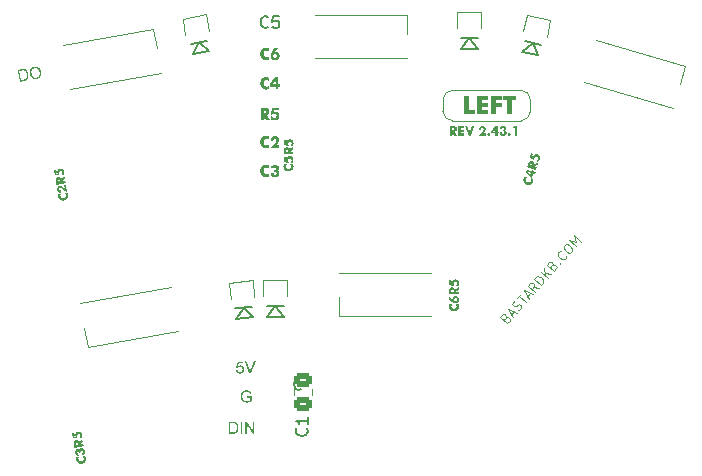
<source format=gbr>
%TF.GenerationSoftware,KiCad,Pcbnew,(6.99.0-4085-g6c752680d7)*%
%TF.CreationDate,2022-11-14T17:07:19+08:00*%
%TF.ProjectId,flex,666c6578-2e6b-4696-9361-645f70636258,rev?*%
%TF.SameCoordinates,Original*%
%TF.FileFunction,Legend,Top*%
%TF.FilePolarity,Positive*%
%FSLAX46Y46*%
G04 Gerber Fmt 4.6, Leading zero omitted, Abs format (unit mm)*
G04 Created by KiCad (PCBNEW (6.99.0-4085-g6c752680d7)) date 2022-11-14 17:07:19*
%MOMM*%
%LPD*%
G01*
G04 APERTURE LIST*
G04 Aperture macros list*
%AMRoundRect*
0 Rectangle with rounded corners*
0 $1 Rounding radius*
0 $2 $3 $4 $5 $6 $7 $8 $9 X,Y pos of 4 corners*
0 Add a 4 corners polygon primitive as box body*
4,1,4,$2,$3,$4,$5,$6,$7,$8,$9,$2,$3,0*
0 Add four circle primitives for the rounded corners*
1,1,$1+$1,$2,$3*
1,1,$1+$1,$4,$5*
1,1,$1+$1,$6,$7*
1,1,$1+$1,$8,$9*
0 Add four rect primitives between the rounded corners*
20,1,$1+$1,$2,$3,$4,$5,0*
20,1,$1+$1,$4,$5,$6,$7,0*
20,1,$1+$1,$6,$7,$8,$9,0*
20,1,$1+$1,$8,$9,$2,$3,0*%
%AMHorizOval*
0 Thick line with rounded ends*
0 $1 width*
0 $2 $3 position (X,Y) of the first rounded end (center of the circle)*
0 $4 $5 position (X,Y) of the second rounded end (center of the circle)*
0 Add line between two ends*
20,1,$1,$2,$3,$4,$5,0*
0 Add two circle primitives to create the rounded ends*
1,1,$1,$2,$3*
1,1,$1,$4,$5*%
%AMRotRect*
0 Rectangle, with rotation*
0 The origin of the aperture is its center*
0 $1 length*
0 $2 width*
0 $3 Rotation angle, in degrees counterclockwise*
0 Add horizontal line*
21,1,$1,$2,0,0,$3*%
G04 Aperture macros list end*
%ADD10C,0.120000*%
%ADD11C,0.160000*%
%ADD12C,0.150000*%
%ADD13C,0.200000*%
%ADD14C,0.300000*%
%ADD15R,1.700000X1.700000*%
%ADD16O,1.700000X1.700000*%
%ADD17R,1.524000X1.524000*%
%ADD18R,1.700000X1.000000*%
%ADD19RotRect,1.524000X1.524000X276.000000*%
%ADD20C,1.900000*%
%ADD21C,1.750000*%
%ADD22HorizOval,1.000000X0.295442X0.052094X-0.295442X-0.052094X0*%
%ADD23C,5.050000*%
%ADD24C,2.500000*%
%ADD25C,2.200000*%
%ADD26RoundRect,0.250000X-0.475000X0.337500X-0.475000X-0.337500X0.475000X-0.337500X0.475000X0.337500X0*%
%ADD27RotRect,1.524000X1.524000X280.000000*%
%ADD28O,1.600000X1.000000*%
%ADD29HorizOval,1.000000X0.288379X-0.082691X-0.288379X0.082691X0*%
%ADD30RotRect,1.700000X1.000000X190.000000*%
%ADD31RotRect,1.700000X1.000000X10.000000*%
%ADD32RotRect,1.700000X1.000000X164.000000*%
%ADD33RotRect,1.700000X1.700000X11.000000*%
%ADD34RotRect,1.524000X1.524000X257.000000*%
G04 APERTURE END LIST*
D10*
X99778142Y-76853183D02*
X99778143Y-75834078D01*
X107180073Y-75843881D02*
G75*
G03*
X106384034Y-75062997I-800203J-19547D01*
G01*
X99778153Y-76853183D02*
G75*
G03*
X100574223Y-77634073I800217J19555D01*
G01*
X100559033Y-75062993D02*
G75*
G03*
X99778143Y-75834078I19437J-800636D01*
G01*
X106399215Y-77634080D02*
G75*
G03*
X107180112Y-76863003I-19445J800652D01*
G01*
X107180118Y-75843880D02*
X107180112Y-76863003D01*
X100574223Y-77634074D02*
X106399215Y-77634079D01*
X106384032Y-75063000D02*
X100559033Y-75062994D01*
D11*
G36*
X68742062Y-106131510D02*
G01*
X68982402Y-106089132D01*
X68977250Y-106095995D01*
X68972305Y-106102776D01*
X68967567Y-106109476D01*
X68963037Y-106116095D01*
X68958714Y-106122632D01*
X68952618Y-106132284D01*
X68946989Y-106141754D01*
X68941826Y-106151040D01*
X68937130Y-106160142D01*
X68932899Y-106169062D01*
X68929136Y-106177797D01*
X68925838Y-106186350D01*
X68924843Y-106189160D01*
X68922442Y-106198467D01*
X68920436Y-106207763D01*
X68918827Y-106217049D01*
X68917613Y-106226325D01*
X68916795Y-106235590D01*
X68916372Y-106244845D01*
X68916346Y-106254089D01*
X68916715Y-106263322D01*
X68917479Y-106272545D01*
X68918640Y-106281758D01*
X68919634Y-106287894D01*
X68921881Y-106299216D01*
X68924569Y-106310188D01*
X68927697Y-106320809D01*
X68931266Y-106331080D01*
X68935275Y-106341000D01*
X68939725Y-106350570D01*
X68944615Y-106359789D01*
X68949946Y-106368658D01*
X68955717Y-106377177D01*
X68961928Y-106385345D01*
X68968580Y-106393162D01*
X68975672Y-106400629D01*
X68983204Y-106407746D01*
X68991178Y-106414512D01*
X68999591Y-106420927D01*
X69008445Y-106426993D01*
X69016538Y-106431825D01*
X69024660Y-106436274D01*
X69032811Y-106440341D01*
X69040992Y-106444024D01*
X69049202Y-106447325D01*
X69057442Y-106450242D01*
X69060746Y-106451302D01*
X69069135Y-106453636D01*
X69077790Y-106455613D01*
X69086711Y-106457233D01*
X69095899Y-106458496D01*
X69105353Y-106459402D01*
X69115074Y-106459951D01*
X69119037Y-106460071D01*
X69126953Y-106460163D01*
X69134858Y-106460059D01*
X69142754Y-106459758D01*
X69150640Y-106459260D01*
X69158515Y-106458566D01*
X69166382Y-106457675D01*
X69174238Y-106456587D01*
X69182084Y-106455303D01*
X69193659Y-106453028D01*
X69204907Y-106450342D01*
X69215828Y-106447246D01*
X69226423Y-106443740D01*
X69236691Y-106439822D01*
X69246633Y-106435495D01*
X69256248Y-106430757D01*
X69265537Y-106425608D01*
X69274498Y-106420049D01*
X69283134Y-106414079D01*
X69291442Y-106407699D01*
X69299425Y-106400908D01*
X69307080Y-106393706D01*
X69314409Y-106386094D01*
X69321411Y-106378072D01*
X69328087Y-106369639D01*
X69334181Y-106360872D01*
X69339754Y-106351942D01*
X69344805Y-106342847D01*
X69349334Y-106333589D01*
X69353341Y-106324167D01*
X69356827Y-106314582D01*
X69359790Y-106304832D01*
X69362232Y-106294919D01*
X69364152Y-106284843D01*
X69365551Y-106274602D01*
X69366427Y-106264198D01*
X69366782Y-106253629D01*
X69366615Y-106242898D01*
X69365926Y-106232002D01*
X69364715Y-106220943D01*
X69362983Y-106209719D01*
X69361180Y-106200682D01*
X69358978Y-106191753D01*
X69356376Y-106182933D01*
X69353375Y-106174221D01*
X69349975Y-106165619D01*
X69346175Y-106157125D01*
X69341977Y-106148740D01*
X69337378Y-106140463D01*
X69332381Y-106132296D01*
X69326984Y-106124237D01*
X69323164Y-106118925D01*
X69317609Y-106111967D01*
X69311505Y-106105005D01*
X69304852Y-106098039D01*
X69297652Y-106091067D01*
X69289903Y-106084092D01*
X69281605Y-106077112D01*
X69272760Y-106070128D01*
X69263366Y-106063139D01*
X69256798Y-106058477D01*
X69249987Y-106053813D01*
X69242933Y-106049148D01*
X69235634Y-106044480D01*
X69476359Y-106002034D01*
X69480161Y-106009004D01*
X69485615Y-106019234D01*
X69490770Y-106029192D01*
X69495627Y-106038878D01*
X69500184Y-106048293D01*
X69504442Y-106057436D01*
X69508401Y-106066307D01*
X69512061Y-106074907D01*
X69515422Y-106083235D01*
X69518484Y-106091292D01*
X69521247Y-106099077D01*
X69527376Y-106108094D01*
X69533064Y-106117147D01*
X69538313Y-106126236D01*
X69543121Y-106135360D01*
X69547489Y-106144521D01*
X69551417Y-106153717D01*
X69554905Y-106162948D01*
X69557953Y-106172216D01*
X69560561Y-106181519D01*
X69562728Y-106190858D01*
X69563929Y-106197104D01*
X69565261Y-106205023D01*
X69566458Y-106212906D01*
X69567519Y-106220752D01*
X69568446Y-106228561D01*
X69569583Y-106240207D01*
X69570416Y-106251770D01*
X69570944Y-106263250D01*
X69571169Y-106274648D01*
X69571090Y-106285964D01*
X69570706Y-106297197D01*
X69570019Y-106308348D01*
X69569028Y-106319417D01*
X69567721Y-106330367D01*
X69566087Y-106341161D01*
X69564125Y-106351801D01*
X69561836Y-106362286D01*
X69559220Y-106372615D01*
X69556277Y-106382790D01*
X69553006Y-106392809D01*
X69549408Y-106402674D01*
X69545483Y-106412383D01*
X69541231Y-106421937D01*
X69538214Y-106428221D01*
X69532397Y-106440461D01*
X69526302Y-106452410D01*
X69519931Y-106464068D01*
X69513281Y-106475436D01*
X69506354Y-106486514D01*
X69499149Y-106497301D01*
X69491667Y-106507797D01*
X69483907Y-106518003D01*
X69475870Y-106527919D01*
X69467556Y-106537544D01*
X69458963Y-106546878D01*
X69450093Y-106555922D01*
X69440946Y-106564675D01*
X69431521Y-106573138D01*
X69421819Y-106581310D01*
X69411839Y-106589192D01*
X69401181Y-106596861D01*
X69390303Y-106604196D01*
X69379205Y-106611196D01*
X69367887Y-106617861D01*
X69356349Y-106624192D01*
X69344590Y-106630188D01*
X69332611Y-106635849D01*
X69320412Y-106641175D01*
X69307992Y-106646167D01*
X69295353Y-106650824D01*
X69282493Y-106655146D01*
X69269413Y-106659133D01*
X69256112Y-106662786D01*
X69242592Y-106666104D01*
X69228851Y-106669087D01*
X69214890Y-106671736D01*
X69203645Y-106673597D01*
X69192473Y-106675202D01*
X69181374Y-106676550D01*
X69170347Y-106677643D01*
X69159393Y-106678479D01*
X69148512Y-106679060D01*
X69137703Y-106679384D01*
X69126967Y-106679451D01*
X69116303Y-106679263D01*
X69105712Y-106678819D01*
X69095194Y-106678118D01*
X69084748Y-106677161D01*
X69074375Y-106675948D01*
X69064075Y-106674479D01*
X69053847Y-106672754D01*
X69043692Y-106670772D01*
X69034004Y-106668894D01*
X69024410Y-106666769D01*
X69014909Y-106664399D01*
X69005500Y-106661783D01*
X68996185Y-106658921D01*
X68986963Y-106655813D01*
X68977834Y-106652459D01*
X68968798Y-106648860D01*
X68959727Y-106644907D01*
X68950512Y-106640589D01*
X68943505Y-106637111D01*
X68936417Y-106633427D01*
X68929247Y-106629539D01*
X68921996Y-106625445D01*
X68914663Y-106621145D01*
X68907248Y-106616640D01*
X68899752Y-106611930D01*
X68892175Y-106607015D01*
X68883701Y-106601162D01*
X68875445Y-106595158D01*
X68867408Y-106589005D01*
X68859590Y-106582701D01*
X68851990Y-106576248D01*
X68844608Y-106569644D01*
X68837445Y-106562890D01*
X68830500Y-106555986D01*
X68823773Y-106548932D01*
X68817265Y-106541728D01*
X68810976Y-106534374D01*
X68804905Y-106526869D01*
X68799052Y-106519214D01*
X68793418Y-106511410D01*
X68788002Y-106503455D01*
X68782805Y-106495350D01*
X68777755Y-106487150D01*
X68772909Y-106478788D01*
X68768267Y-106470265D01*
X68763830Y-106461581D01*
X68759596Y-106452735D01*
X68755566Y-106443727D01*
X68751741Y-106434558D01*
X68748119Y-106425227D01*
X68744702Y-106415735D01*
X68741488Y-106406081D01*
X68738479Y-106396266D01*
X68735673Y-106386289D01*
X68733072Y-106376151D01*
X68730674Y-106365851D01*
X68728481Y-106355390D01*
X68726492Y-106344767D01*
X68725079Y-106335491D01*
X68724087Y-106326065D01*
X68723514Y-106316487D01*
X68723361Y-106306759D01*
X68723628Y-106296881D01*
X68724315Y-106286851D01*
X68725422Y-106276671D01*
X68726948Y-106266340D01*
X68728894Y-106255858D01*
X68731261Y-106245226D01*
X68733071Y-106238053D01*
X68733271Y-106227858D01*
X68733604Y-106217706D01*
X68734069Y-106207596D01*
X68734668Y-106197529D01*
X68735400Y-106187505D01*
X68736265Y-106177524D01*
X68737263Y-106167585D01*
X68738395Y-106157689D01*
X68739659Y-106147836D01*
X68741056Y-106138026D01*
X68742062Y-106131510D01*
G37*
G36*
X69231220Y-105960935D02*
G01*
X69196001Y-105761197D01*
X69209471Y-105758821D01*
X69219435Y-105756845D01*
X69228833Y-105754529D01*
X69237666Y-105751872D01*
X69245933Y-105748877D01*
X69253634Y-105745541D01*
X69260770Y-105741866D01*
X69269404Y-105736437D01*
X69277034Y-105730405D01*
X69283657Y-105723768D01*
X69286592Y-105720224D01*
X69291841Y-105712546D01*
X69296116Y-105704333D01*
X69299416Y-105695585D01*
X69301741Y-105686303D01*
X69303092Y-105676485D01*
X69303467Y-105666133D01*
X69303109Y-105658017D01*
X69302203Y-105649601D01*
X69301294Y-105643823D01*
X69299514Y-105635053D01*
X69297342Y-105626712D01*
X69294779Y-105618799D01*
X69291823Y-105611314D01*
X69287273Y-105602001D01*
X69282026Y-105593449D01*
X69276083Y-105585658D01*
X69269443Y-105578629D01*
X69262107Y-105572361D01*
X69254277Y-105567371D01*
X69245810Y-105563343D01*
X69236706Y-105560276D01*
X69226967Y-105558171D01*
X69216590Y-105557028D01*
X69208390Y-105556801D01*
X69199833Y-105557116D01*
X69190917Y-105557971D01*
X69181643Y-105559368D01*
X69171419Y-105561430D01*
X69161819Y-105563902D01*
X69152842Y-105566784D01*
X69144488Y-105570076D01*
X69136757Y-105573778D01*
X69129650Y-105577889D01*
X69123166Y-105582410D01*
X69115491Y-105589076D01*
X69108923Y-105596470D01*
X69104725Y-105602493D01*
X69100023Y-105611166D01*
X69096298Y-105620670D01*
X69094146Y-105628344D01*
X69092544Y-105636487D01*
X69091492Y-105645097D01*
X69090990Y-105654176D01*
X69091038Y-105663723D01*
X69091635Y-105673737D01*
X69092783Y-105684220D01*
X69094480Y-105695171D01*
X69096957Y-105709218D01*
X69099454Y-105716868D01*
X69099909Y-105719213D01*
X68963287Y-105743303D01*
X68961285Y-105731950D01*
X68959343Y-105721994D01*
X68957118Y-105712549D01*
X68954610Y-105703614D01*
X68951818Y-105695190D01*
X68948743Y-105687276D01*
X68945385Y-105679872D01*
X68940467Y-105670794D01*
X68935046Y-105662623D01*
X68929121Y-105655359D01*
X68925970Y-105652068D01*
X68919568Y-105646175D01*
X68912736Y-105641294D01*
X68905476Y-105637425D01*
X68897786Y-105634567D01*
X68889667Y-105632722D01*
X68881118Y-105631889D01*
X68872141Y-105632068D01*
X68862734Y-105633258D01*
X68853313Y-105635544D01*
X68844772Y-105638925D01*
X68837112Y-105643400D01*
X68830333Y-105648969D01*
X68824435Y-105655633D01*
X68819418Y-105663391D01*
X68817658Y-105666801D01*
X68813373Y-105675565D01*
X68810729Y-105682990D01*
X68808783Y-105690781D01*
X68807534Y-105698939D01*
X68806981Y-105707464D01*
X68807126Y-105716356D01*
X68807968Y-105725615D01*
X68809057Y-105732800D01*
X68811096Y-105742656D01*
X68813615Y-105751825D01*
X68816614Y-105760308D01*
X68820094Y-105768105D01*
X68824054Y-105775216D01*
X68829680Y-105783140D01*
X68836057Y-105789992D01*
X68838818Y-105792432D01*
X68845892Y-105797968D01*
X68853666Y-105802315D01*
X68862142Y-105805473D01*
X68871319Y-105807441D01*
X68879165Y-105808160D01*
X68887459Y-105808117D01*
X68896203Y-105807313D01*
X68929827Y-105998007D01*
X68916310Y-105999895D01*
X68903055Y-106001141D01*
X68890062Y-106001745D01*
X68877331Y-106001708D01*
X68864862Y-106001030D01*
X68852655Y-105999710D01*
X68840710Y-105997749D01*
X68829027Y-105995146D01*
X68817606Y-105991902D01*
X68806447Y-105988017D01*
X68795550Y-105983490D01*
X68784915Y-105978322D01*
X68774543Y-105972512D01*
X68764432Y-105966061D01*
X68754583Y-105958968D01*
X68744996Y-105951234D01*
X68735984Y-105943046D01*
X68727359Y-105934283D01*
X68719121Y-105924945D01*
X68711269Y-105915032D01*
X68703805Y-105904544D01*
X68696727Y-105893480D01*
X68690037Y-105881842D01*
X68683733Y-105869628D01*
X68677816Y-105856839D01*
X68672286Y-105843476D01*
X68667142Y-105829537D01*
X68662386Y-105815023D01*
X68658016Y-105799934D01*
X68655977Y-105792174D01*
X68654034Y-105784270D01*
X68652187Y-105776222D01*
X68650438Y-105768030D01*
X68648785Y-105759695D01*
X68647229Y-105751216D01*
X68644811Y-105736301D01*
X68642877Y-105721717D01*
X68641426Y-105707465D01*
X68640458Y-105693545D01*
X68639973Y-105679956D01*
X68639971Y-105666700D01*
X68640453Y-105653775D01*
X68641418Y-105641182D01*
X68642866Y-105628920D01*
X68644797Y-105616991D01*
X68647212Y-105605393D01*
X68650109Y-105594127D01*
X68653490Y-105583192D01*
X68657355Y-105572590D01*
X68661702Y-105562319D01*
X68666533Y-105552380D01*
X68671747Y-105542787D01*
X68677366Y-105533682D01*
X68683391Y-105525066D01*
X68689821Y-105516937D01*
X68696657Y-105509297D01*
X68703898Y-105502145D01*
X68711544Y-105495480D01*
X68719596Y-105489304D01*
X68728053Y-105483616D01*
X68736915Y-105478416D01*
X68746183Y-105473705D01*
X68755856Y-105469481D01*
X68765935Y-105465745D01*
X68776419Y-105462498D01*
X68787308Y-105459738D01*
X68798603Y-105457467D01*
X68809264Y-105455875D01*
X68819742Y-105454890D01*
X68830038Y-105454514D01*
X68840152Y-105454744D01*
X68850083Y-105455583D01*
X68859832Y-105457029D01*
X68869399Y-105459083D01*
X68878783Y-105461744D01*
X68887985Y-105465013D01*
X68897004Y-105468889D01*
X68902916Y-105471811D01*
X68911655Y-105476874D01*
X68920037Y-105482485D01*
X68928062Y-105488643D01*
X68935730Y-105495349D01*
X68943042Y-105502603D01*
X68949997Y-105510404D01*
X68956594Y-105518754D01*
X68962835Y-105527651D01*
X68968720Y-105537095D01*
X68974247Y-105547087D01*
X68977734Y-105554053D01*
X68977988Y-105544642D01*
X68978584Y-105535436D01*
X68979521Y-105526434D01*
X68980799Y-105517638D01*
X68982419Y-105509046D01*
X68984381Y-105500659D01*
X68986684Y-105492477D01*
X68989328Y-105484500D01*
X68992314Y-105476728D01*
X68995642Y-105469160D01*
X68999311Y-105461798D01*
X69003321Y-105454640D01*
X69007673Y-105447687D01*
X69012367Y-105440939D01*
X69017401Y-105434396D01*
X69022778Y-105428058D01*
X69028461Y-105421938D01*
X69034425Y-105416099D01*
X69040669Y-105410541D01*
X69047193Y-105405263D01*
X69053998Y-105400267D01*
X69061083Y-105395551D01*
X69068449Y-105391115D01*
X69076096Y-105386961D01*
X69084022Y-105383087D01*
X69092230Y-105379493D01*
X69100717Y-105376181D01*
X69109485Y-105373149D01*
X69118534Y-105370398D01*
X69127863Y-105367928D01*
X69137473Y-105365738D01*
X69147362Y-105363829D01*
X69161845Y-105361605D01*
X69176091Y-105360081D01*
X69190101Y-105359258D01*
X69203875Y-105359135D01*
X69217413Y-105359712D01*
X69230714Y-105360990D01*
X69243780Y-105362968D01*
X69256609Y-105365647D01*
X69269203Y-105369026D01*
X69281560Y-105373105D01*
X69293681Y-105377885D01*
X69305566Y-105383365D01*
X69317215Y-105389546D01*
X69328628Y-105396427D01*
X69339804Y-105404009D01*
X69350745Y-105412291D01*
X69361358Y-105421112D01*
X69371473Y-105430424D01*
X69381091Y-105440226D01*
X69390211Y-105450519D01*
X69398832Y-105461304D01*
X69406956Y-105472579D01*
X69414583Y-105484344D01*
X69421711Y-105496601D01*
X69428341Y-105509348D01*
X69434474Y-105522586D01*
X69440109Y-105536315D01*
X69445246Y-105550535D01*
X69449885Y-105565246D01*
X69452018Y-105572785D01*
X69454027Y-105580447D01*
X69455911Y-105588232D01*
X69457670Y-105596139D01*
X69459305Y-105604169D01*
X69460816Y-105612322D01*
X69462252Y-105620890D01*
X69463525Y-105629373D01*
X69464633Y-105637769D01*
X69465578Y-105646080D01*
X69466358Y-105654305D01*
X69466975Y-105662444D01*
X69467428Y-105670497D01*
X69467717Y-105678465D01*
X69467842Y-105686347D01*
X69467600Y-105701853D01*
X69466702Y-105717016D01*
X69465148Y-105731836D01*
X69462939Y-105746312D01*
X69460074Y-105760446D01*
X69456554Y-105774236D01*
X69452377Y-105787683D01*
X69447545Y-105800786D01*
X69442057Y-105813547D01*
X69435914Y-105825964D01*
X69429114Y-105838039D01*
X69425469Y-105843947D01*
X69417761Y-105855325D01*
X69409524Y-105866150D01*
X69400759Y-105876421D01*
X69391466Y-105886140D01*
X69381644Y-105895305D01*
X69371294Y-105903917D01*
X69360415Y-105911976D01*
X69349007Y-105919481D01*
X69337072Y-105926434D01*
X69324608Y-105932833D01*
X69311615Y-105938679D01*
X69298094Y-105943972D01*
X69284044Y-105948712D01*
X69269466Y-105952898D01*
X69254360Y-105956531D01*
X69246608Y-105958140D01*
X69238725Y-105959611D01*
X69231220Y-105960935D01*
G37*
G36*
X69293137Y-104805398D02*
G01*
X69016414Y-105040894D01*
X69325065Y-104986471D01*
X69360556Y-105187748D01*
X68572380Y-105326725D01*
X68532783Y-105102164D01*
X68531370Y-105094088D01*
X68530006Y-105086167D01*
X68528691Y-105078402D01*
X68526811Y-105067047D01*
X68525041Y-105056041D01*
X68523382Y-105045386D01*
X68521834Y-105035081D01*
X68520396Y-105025126D01*
X68519068Y-105015522D01*
X68517852Y-105006267D01*
X68517402Y-105002649D01*
X68684733Y-105002649D01*
X68684837Y-105013476D01*
X68685523Y-105024932D01*
X68686304Y-105032920D01*
X68687343Y-105041188D01*
X68688641Y-105049736D01*
X68689387Y-105054114D01*
X68696987Y-105097218D01*
X68909233Y-105059793D01*
X68902209Y-105019961D01*
X68900587Y-105011303D01*
X68898835Y-105002984D01*
X68896951Y-104995005D01*
X68894937Y-104987365D01*
X68891670Y-104976541D01*
X68888108Y-104966481D01*
X68884252Y-104957184D01*
X68880102Y-104948650D01*
X68875658Y-104940879D01*
X68870919Y-104933872D01*
X68865886Y-104927629D01*
X68860558Y-104922149D01*
X68852241Y-104915942D01*
X68843364Y-104910858D01*
X68833929Y-104906895D01*
X68823936Y-104904053D01*
X68816074Y-104902658D01*
X68807898Y-104901894D01*
X68799407Y-104901760D01*
X68790603Y-104902258D01*
X68781484Y-104903386D01*
X68778374Y-104903903D01*
X68767332Y-104906118D01*
X68757007Y-104908744D01*
X68747400Y-104911781D01*
X68738510Y-104915228D01*
X68730338Y-104919086D01*
X68722884Y-104923355D01*
X68716147Y-104928034D01*
X68710128Y-104933123D01*
X68703219Y-104940548D01*
X68697585Y-104948703D01*
X68692940Y-104957960D01*
X68690135Y-104965638D01*
X68687911Y-104973946D01*
X68686270Y-104982884D01*
X68685210Y-104992451D01*
X68684733Y-105002649D01*
X68517402Y-105002649D01*
X68516745Y-104997363D01*
X68516069Y-104991621D01*
X68515108Y-104983230D01*
X68514264Y-104975108D01*
X68513538Y-104967255D01*
X68512751Y-104957202D01*
X68512172Y-104947627D01*
X68511802Y-104938530D01*
X68511640Y-104929910D01*
X68511687Y-104921769D01*
X68511858Y-104915977D01*
X68512608Y-104906268D01*
X68513691Y-104896692D01*
X68515109Y-104887249D01*
X68516860Y-104877939D01*
X68518945Y-104868763D01*
X68521364Y-104859719D01*
X68524117Y-104850808D01*
X68527204Y-104842030D01*
X68530625Y-104833385D01*
X68534379Y-104824872D01*
X68537067Y-104819272D01*
X68541897Y-104810277D01*
X68547113Y-104801594D01*
X68552715Y-104793224D01*
X68558704Y-104785165D01*
X68565078Y-104777419D01*
X68571840Y-104769984D01*
X68578987Y-104762862D01*
X68586521Y-104756051D01*
X68594442Y-104749553D01*
X68602748Y-104743366D01*
X68608501Y-104739415D01*
X68616978Y-104733666D01*
X68625754Y-104728282D01*
X68634829Y-104723264D01*
X68644201Y-104718612D01*
X68653872Y-104714326D01*
X68663840Y-104710406D01*
X68674107Y-104706852D01*
X68684673Y-104703663D01*
X68695536Y-104700841D01*
X68706697Y-104698385D01*
X68714304Y-104696950D01*
X68725584Y-104695144D01*
X68736669Y-104693735D01*
X68747559Y-104692726D01*
X68758255Y-104692115D01*
X68768755Y-104691903D01*
X68779061Y-104692089D01*
X68789172Y-104692674D01*
X68799089Y-104693657D01*
X68808810Y-104695039D01*
X68818337Y-104696820D01*
X68827669Y-104698999D01*
X68836806Y-104701577D01*
X68845749Y-104704554D01*
X68854497Y-104707929D01*
X68863050Y-104711702D01*
X68871408Y-104715875D01*
X68879519Y-104720320D01*
X68887376Y-104725153D01*
X68894976Y-104730373D01*
X68902321Y-104735981D01*
X68909410Y-104741977D01*
X68916244Y-104748361D01*
X68922822Y-104755132D01*
X68929145Y-104762290D01*
X68935211Y-104769837D01*
X68941023Y-104777771D01*
X68946578Y-104786092D01*
X68951878Y-104794801D01*
X68956923Y-104803898D01*
X68961711Y-104813383D01*
X68966245Y-104823255D01*
X68970522Y-104833514D01*
X69250317Y-104562557D01*
X69293137Y-104805398D01*
G37*
G36*
X68358723Y-104115020D02*
G01*
X68518821Y-104086790D01*
X68571548Y-104385820D01*
X68675513Y-104383559D01*
X68672640Y-104375038D01*
X68670035Y-104367263D01*
X68667156Y-104358595D01*
X68664696Y-104351092D01*
X68662296Y-104343628D01*
X68660035Y-104336289D01*
X68657715Y-104328408D01*
X68655125Y-104319323D01*
X68652879Y-104311087D01*
X68650636Y-104302326D01*
X68648646Y-104293652D01*
X68647636Y-104288476D01*
X68645322Y-104273682D01*
X68643647Y-104259174D01*
X68642612Y-104244951D01*
X68642216Y-104231013D01*
X68642460Y-104217362D01*
X68643342Y-104203995D01*
X68644865Y-104190915D01*
X68647026Y-104178120D01*
X68649827Y-104165611D01*
X68653268Y-104153387D01*
X68657347Y-104141449D01*
X68662067Y-104129797D01*
X68667425Y-104118430D01*
X68673423Y-104107349D01*
X68680060Y-104096554D01*
X68687337Y-104086044D01*
X68695158Y-104075991D01*
X68703498Y-104066407D01*
X68712359Y-104057290D01*
X68721738Y-104048642D01*
X68731638Y-104040461D01*
X68742057Y-104032748D01*
X68752995Y-104025504D01*
X68764454Y-104018727D01*
X68776432Y-104012418D01*
X68788929Y-104006577D01*
X68801946Y-104001204D01*
X68815483Y-103996299D01*
X68829539Y-103991862D01*
X68844115Y-103987893D01*
X68859211Y-103984392D01*
X68866954Y-103982817D01*
X68874826Y-103981359D01*
X68883110Y-103979984D01*
X68891318Y-103978796D01*
X68899448Y-103977793D01*
X68907501Y-103976977D01*
X68915478Y-103976346D01*
X68923377Y-103975902D01*
X68931200Y-103975643D01*
X68946615Y-103975685D01*
X68961722Y-103976470D01*
X68976522Y-103977999D01*
X68991015Y-103980272D01*
X69005200Y-103983289D01*
X69019077Y-103987050D01*
X69032647Y-103991555D01*
X69045910Y-103996804D01*
X69058865Y-104002797D01*
X69071512Y-104009534D01*
X69083852Y-104017015D01*
X69095885Y-104025240D01*
X69101786Y-104029631D01*
X69113153Y-104039186D01*
X69124000Y-104049331D01*
X69134326Y-104060068D01*
X69144132Y-104071395D01*
X69153417Y-104083313D01*
X69162182Y-104095822D01*
X69170426Y-104108922D01*
X69174353Y-104115693D01*
X69178150Y-104122613D01*
X69181817Y-104129680D01*
X69185353Y-104136894D01*
X69188760Y-104144257D01*
X69192036Y-104151767D01*
X69195183Y-104159425D01*
X69198199Y-104167230D01*
X69201085Y-104175184D01*
X69203840Y-104183285D01*
X69206466Y-104191533D01*
X69208962Y-104199930D01*
X69211327Y-104208474D01*
X69213563Y-104217166D01*
X69215668Y-104226006D01*
X69217643Y-104234993D01*
X69219488Y-104244128D01*
X69221203Y-104253411D01*
X69222709Y-104262517D01*
X69224005Y-104271552D01*
X69225090Y-104280518D01*
X69225964Y-104289414D01*
X69226627Y-104298240D01*
X69227080Y-104306996D01*
X69227322Y-104315683D01*
X69227354Y-104324299D01*
X69227174Y-104332846D01*
X69226784Y-104341323D01*
X69226183Y-104349731D01*
X69225372Y-104358068D01*
X69224349Y-104366336D01*
X69223116Y-104374534D01*
X69221673Y-104382662D01*
X69220018Y-104390720D01*
X69219740Y-104398627D01*
X69219328Y-104406448D01*
X69218459Y-104418021D01*
X69217287Y-104429403D01*
X69215812Y-104440595D01*
X69214036Y-104451595D01*
X69211958Y-104462405D01*
X69209577Y-104473024D01*
X69206894Y-104483452D01*
X69203909Y-104493689D01*
X69200621Y-104503735D01*
X69199458Y-104507042D01*
X69004363Y-104526958D01*
X69003143Y-104509912D01*
X69010091Y-104503298D01*
X69016683Y-104496311D01*
X69022920Y-104488950D01*
X69028802Y-104481216D01*
X69034329Y-104473109D01*
X69039500Y-104464628D01*
X69044316Y-104455774D01*
X69048777Y-104446547D01*
X69052882Y-104436946D01*
X69056632Y-104426972D01*
X69058935Y-104420116D01*
X69061946Y-104410243D01*
X69064476Y-104400298D01*
X69066526Y-104390281D01*
X69068097Y-104380192D01*
X69069187Y-104370030D01*
X69069797Y-104359796D01*
X69069927Y-104349490D01*
X69069577Y-104339112D01*
X69068747Y-104328661D01*
X69067436Y-104318138D01*
X69066296Y-104311082D01*
X69064526Y-104301884D01*
X69062516Y-104293002D01*
X69060266Y-104284437D01*
X69057775Y-104276189D01*
X69055044Y-104268257D01*
X69052073Y-104260643D01*
X69048862Y-104253345D01*
X69043595Y-104242991D01*
X69037787Y-104233351D01*
X69031439Y-104224423D01*
X69024550Y-104216208D01*
X69017121Y-104208705D01*
X69009151Y-104201915D01*
X69001009Y-104195798D01*
X68992425Y-104190502D01*
X68983401Y-104186026D01*
X68973935Y-104182371D01*
X68964028Y-104179537D01*
X68953679Y-104177524D01*
X68942890Y-104176331D01*
X68931659Y-104175959D01*
X68919987Y-104176407D01*
X68911961Y-104177162D01*
X68903738Y-104178282D01*
X68899553Y-104178979D01*
X68891668Y-104180547D01*
X68884031Y-104182426D01*
X68873042Y-104185827D01*
X68862612Y-104189929D01*
X68852742Y-104194731D01*
X68843431Y-104200233D01*
X68834680Y-104206435D01*
X68826488Y-104213337D01*
X68818855Y-104220940D01*
X68811782Y-104229242D01*
X68805268Y-104238244D01*
X68803221Y-104241400D01*
X68797486Y-104251308D01*
X68792544Y-104261533D01*
X68788393Y-104272075D01*
X68785033Y-104282934D01*
X68782466Y-104294111D01*
X68780691Y-104305605D01*
X68779947Y-104313443D01*
X68779555Y-104321423D01*
X68779515Y-104329544D01*
X68779827Y-104337806D01*
X68780491Y-104346209D01*
X68781507Y-104354753D01*
X68782875Y-104363438D01*
X68784567Y-104372212D01*
X68786513Y-104380785D01*
X68788713Y-104389157D01*
X68791167Y-104397326D01*
X68793874Y-104405294D01*
X68796836Y-104413061D01*
X68800051Y-104420625D01*
X68803520Y-104427988D01*
X68807244Y-104435149D01*
X68811221Y-104442108D01*
X68814013Y-104446636D01*
X68819549Y-104454576D01*
X68825694Y-104462383D01*
X68832447Y-104470059D01*
X68837912Y-104475729D01*
X68843720Y-104481324D01*
X68849871Y-104486845D01*
X68856364Y-104492292D01*
X68863199Y-104497665D01*
X68870377Y-104502963D01*
X68875353Y-104506453D01*
X68864030Y-104535632D01*
X68434387Y-104544129D01*
X68358723Y-104115020D01*
G37*
D12*
G36*
X81991745Y-103123835D02*
G01*
X82005777Y-103124006D01*
X82019375Y-103124292D01*
X82032537Y-103124693D01*
X82045265Y-103125208D01*
X82057557Y-103125838D01*
X82069414Y-103126582D01*
X82080836Y-103127441D01*
X82091823Y-103128414D01*
X82102376Y-103129502D01*
X82112493Y-103130704D01*
X82122174Y-103132020D01*
X82135882Y-103134210D01*
X82148610Y-103136657D01*
X82156552Y-103138432D01*
X82167260Y-103141063D01*
X82177770Y-103143950D01*
X82188082Y-103147093D01*
X82198195Y-103150491D01*
X82208110Y-103154145D01*
X82217826Y-103158055D01*
X82227344Y-103162221D01*
X82236663Y-103166642D01*
X82245784Y-103171319D01*
X82254707Y-103176251D01*
X82263431Y-103181440D01*
X82271956Y-103186884D01*
X82280284Y-103192583D01*
X82288412Y-103198538D01*
X82296343Y-103204749D01*
X82304074Y-103211216D01*
X82313899Y-103219852D01*
X82323408Y-103228783D01*
X82332599Y-103238009D01*
X82341474Y-103247532D01*
X82350032Y-103257350D01*
X82358273Y-103267465D01*
X82366198Y-103277874D01*
X82373806Y-103288580D01*
X82381097Y-103299582D01*
X82388071Y-103310879D01*
X82394729Y-103322472D01*
X82401069Y-103334360D01*
X82407093Y-103346545D01*
X82412801Y-103359025D01*
X82418191Y-103371801D01*
X82423265Y-103384873D01*
X82428056Y-103398180D01*
X82432538Y-103411724D01*
X82436712Y-103425505D01*
X82440576Y-103439522D01*
X82444130Y-103453776D01*
X82447376Y-103468267D01*
X82450313Y-103482994D01*
X82452940Y-103497957D01*
X82455259Y-103513158D01*
X82457268Y-103528595D01*
X82458968Y-103544268D01*
X82460359Y-103560178D01*
X82461441Y-103576325D01*
X82462214Y-103592708D01*
X82462678Y-103609328D01*
X82462832Y-103626185D01*
X82462727Y-103640553D01*
X82462412Y-103654715D01*
X82461888Y-103668672D01*
X82461153Y-103682422D01*
X82460208Y-103695966D01*
X82459054Y-103709304D01*
X82457690Y-103722436D01*
X82456116Y-103735361D01*
X82454331Y-103748081D01*
X82452337Y-103760595D01*
X82450133Y-103772902D01*
X82447720Y-103785004D01*
X82445096Y-103796899D01*
X82442262Y-103808588D01*
X82439219Y-103820072D01*
X82435965Y-103831349D01*
X82432578Y-103842403D01*
X82429069Y-103853216D01*
X82425441Y-103863789D01*
X82421693Y-103874122D01*
X82417824Y-103884214D01*
X82413835Y-103894066D01*
X82409726Y-103903677D01*
X82405496Y-103913048D01*
X82401147Y-103922179D01*
X82396677Y-103931069D01*
X82392087Y-103939718D01*
X82384976Y-103952242D01*
X82377595Y-103964225D01*
X82369944Y-103975666D01*
X82367333Y-103979360D01*
X82359431Y-103990132D01*
X82351388Y-104000466D01*
X82343203Y-104010362D01*
X82334876Y-104019820D01*
X82326407Y-104028841D01*
X82317797Y-104037423D01*
X82309045Y-104045567D01*
X82300151Y-104053274D01*
X82291116Y-104060543D01*
X82281939Y-104067373D01*
X82275742Y-104071684D01*
X82266217Y-104077816D01*
X82256328Y-104083665D01*
X82246073Y-104089231D01*
X82235454Y-104094513D01*
X82224469Y-104099512D01*
X82213120Y-104104227D01*
X82201405Y-104108659D01*
X82189326Y-104112808D01*
X82176882Y-104116674D01*
X82164073Y-104120256D01*
X82155330Y-104122486D01*
X82141957Y-104125585D01*
X82128214Y-104128380D01*
X82114102Y-104130869D01*
X82099620Y-104133054D01*
X82089761Y-104134341D01*
X82079737Y-104135492D01*
X82069550Y-104136508D01*
X82059198Y-104137389D01*
X82048682Y-104138134D01*
X82038002Y-104138744D01*
X82027158Y-104139218D01*
X82016150Y-104139557D01*
X82004978Y-104139760D01*
X81993642Y-104139828D01*
X81630208Y-104139828D01*
X81630208Y-104022591D01*
X81763565Y-104022591D01*
X81978499Y-104022591D01*
X81990787Y-104022517D01*
X82002740Y-104022297D01*
X82014357Y-104021930D01*
X82025637Y-104021416D01*
X82036583Y-104020754D01*
X82047192Y-104019946D01*
X82057465Y-104018991D01*
X82067403Y-104017889D01*
X82081680Y-104015961D01*
X82095201Y-104013702D01*
X82107966Y-104011112D01*
X82119976Y-104008192D01*
X82131231Y-104004941D01*
X82134814Y-104003784D01*
X82145237Y-104000123D01*
X82155256Y-103996191D01*
X82164872Y-103991988D01*
X82174084Y-103987515D01*
X82182892Y-103982772D01*
X82191297Y-103977758D01*
X82201876Y-103970652D01*
X82211737Y-103963065D01*
X82220881Y-103954998D01*
X82225184Y-103950784D01*
X82233884Y-103941470D01*
X82242214Y-103931572D01*
X82250175Y-103921091D01*
X82257767Y-103910026D01*
X82264990Y-103898376D01*
X82271844Y-103886143D01*
X82278328Y-103873326D01*
X82282446Y-103864457D01*
X82286400Y-103855328D01*
X82290189Y-103845940D01*
X82293815Y-103836293D01*
X82297276Y-103826386D01*
X82298945Y-103821335D01*
X82302169Y-103811034D01*
X82305185Y-103800464D01*
X82307993Y-103789624D01*
X82310593Y-103778516D01*
X82312984Y-103767139D01*
X82315168Y-103755492D01*
X82317144Y-103743577D01*
X82318912Y-103731392D01*
X82320472Y-103718939D01*
X82321824Y-103706216D01*
X82322968Y-103693225D01*
X82323904Y-103679964D01*
X82324632Y-103666434D01*
X82325152Y-103652636D01*
X82325464Y-103638568D01*
X82325568Y-103624231D01*
X82325517Y-103614259D01*
X82325364Y-103604434D01*
X82324755Y-103585221D01*
X82323739Y-103566591D01*
X82322316Y-103548546D01*
X82320487Y-103531085D01*
X82318252Y-103514207D01*
X82315610Y-103497913D01*
X82312562Y-103482204D01*
X82309107Y-103467078D01*
X82305246Y-103452536D01*
X82300978Y-103438578D01*
X82296304Y-103425203D01*
X82291224Y-103412413D01*
X82285737Y-103400207D01*
X82279844Y-103388584D01*
X82273544Y-103377546D01*
X82266984Y-103366991D01*
X82260248Y-103356880D01*
X82253337Y-103347215D01*
X82246250Y-103337993D01*
X82238987Y-103329217D01*
X82231549Y-103320885D01*
X82223936Y-103312998D01*
X82216147Y-103305555D01*
X82208182Y-103298557D01*
X82200042Y-103292003D01*
X82191726Y-103285894D01*
X82183235Y-103280230D01*
X82174568Y-103275010D01*
X82165726Y-103270235D01*
X82156708Y-103265905D01*
X82147515Y-103262019D01*
X82136910Y-103258265D01*
X82125155Y-103254880D01*
X82112249Y-103251865D01*
X82098193Y-103249219D01*
X82088183Y-103247660D01*
X82077661Y-103246265D01*
X82066628Y-103245034D01*
X82055084Y-103243968D01*
X82043028Y-103243065D01*
X82030461Y-103242327D01*
X82017383Y-103241752D01*
X82003793Y-103241342D01*
X81989692Y-103241096D01*
X81975079Y-103241014D01*
X81763565Y-103241014D01*
X81763565Y-104022591D01*
X81630208Y-104022591D01*
X81630208Y-103123777D01*
X81977277Y-103123777D01*
X81991745Y-103123835D01*
G37*
G36*
X82663111Y-104139828D02*
G01*
X82663111Y-103123777D01*
X82796468Y-103123777D01*
X82796468Y-104139828D01*
X82663111Y-104139828D01*
G37*
G36*
X83028010Y-104139828D02*
G01*
X83028010Y-103123777D01*
X83164542Y-103123777D01*
X83693572Y-103921474D01*
X83693572Y-103123777D01*
X83821311Y-103123777D01*
X83821311Y-104139828D01*
X83684779Y-104139828D01*
X83155749Y-103341398D01*
X83155749Y-104139828D01*
X83028010Y-104139828D01*
G37*
D13*
G36*
X85079774Y-81422948D02*
G01*
X85079774Y-81728007D01*
X85072443Y-81720175D01*
X85065169Y-81712616D01*
X85057949Y-81705330D01*
X85050785Y-81698316D01*
X85043676Y-81691576D01*
X85033117Y-81681977D01*
X85022682Y-81672991D01*
X85012371Y-81664620D01*
X85002186Y-81656863D01*
X84992124Y-81649719D01*
X84982187Y-81643190D01*
X84972375Y-81637274D01*
X84969132Y-81635439D01*
X84958196Y-81630463D01*
X84947187Y-81625977D01*
X84936105Y-81621979D01*
X84924950Y-81618472D01*
X84913723Y-81615454D01*
X84902422Y-81612925D01*
X84891048Y-81610886D01*
X84879601Y-81609336D01*
X84868082Y-81608275D01*
X84856489Y-81607704D01*
X84848720Y-81607595D01*
X84834294Y-81607905D01*
X84820205Y-81608832D01*
X84806451Y-81610377D01*
X84793033Y-81612541D01*
X84779950Y-81615323D01*
X84767204Y-81618724D01*
X84754793Y-81622742D01*
X84742719Y-81627379D01*
X84730980Y-81632634D01*
X84719576Y-81638507D01*
X84708509Y-81644999D01*
X84697778Y-81652109D01*
X84687382Y-81659837D01*
X84677322Y-81668183D01*
X84667599Y-81677147D01*
X84658210Y-81686730D01*
X84650505Y-81695644D01*
X84643265Y-81704676D01*
X84636490Y-81713828D01*
X84630180Y-81723099D01*
X84624335Y-81732490D01*
X84618955Y-81742000D01*
X84616933Y-81745837D01*
X84612239Y-81755657D01*
X84607927Y-81765882D01*
X84603996Y-81776513D01*
X84600447Y-81787549D01*
X84597280Y-81798991D01*
X84594494Y-81810838D01*
X84593486Y-81815690D01*
X84591654Y-81825414D01*
X84590067Y-81835169D01*
X84588723Y-81844954D01*
X84587624Y-81854769D01*
X84586769Y-81864615D01*
X84586159Y-81874492D01*
X84585792Y-81884399D01*
X84585670Y-81894336D01*
X84585958Y-81909079D01*
X84586823Y-81923508D01*
X84588264Y-81937625D01*
X84590280Y-81951428D01*
X84592874Y-81964919D01*
X84596043Y-81978097D01*
X84599789Y-81990961D01*
X84604111Y-82003513D01*
X84609009Y-82015752D01*
X84614483Y-82027678D01*
X84620534Y-82039291D01*
X84627161Y-82050591D01*
X84634364Y-82061578D01*
X84642144Y-82072252D01*
X84650500Y-82082613D01*
X84659432Y-82092662D01*
X84668901Y-82102067D01*
X84678685Y-82110865D01*
X84688784Y-82119057D01*
X84699197Y-82126642D01*
X84709926Y-82133620D01*
X84720969Y-82139991D01*
X84732328Y-82145756D01*
X84744001Y-82150914D01*
X84755989Y-82155465D01*
X84768291Y-82159409D01*
X84780909Y-82162746D01*
X84793842Y-82165477D01*
X84807089Y-82167600D01*
X84820651Y-82169117D01*
X84834528Y-82170028D01*
X84848720Y-82170331D01*
X84860237Y-82170073D01*
X84871706Y-82169301D01*
X84883129Y-82168013D01*
X84894504Y-82166209D01*
X84905832Y-82163891D01*
X84917113Y-82161057D01*
X84928346Y-82157709D01*
X84939532Y-82153845D01*
X84950671Y-82149465D01*
X84961763Y-82144571D01*
X84969132Y-82141022D01*
X84978903Y-82135693D01*
X84988798Y-82129690D01*
X84998818Y-82123013D01*
X85008962Y-82115662D01*
X85019231Y-82107638D01*
X85029625Y-82098939D01*
X85040143Y-82089565D01*
X85050785Y-82079518D01*
X85057949Y-82072446D01*
X85065169Y-82065074D01*
X85072443Y-82057402D01*
X85079774Y-82049431D01*
X85079774Y-82354979D01*
X85070367Y-82358146D01*
X85056591Y-82362640D01*
X85043214Y-82366824D01*
X85030236Y-82370700D01*
X85017657Y-82374266D01*
X85005477Y-82377523D01*
X84993697Y-82380471D01*
X84982316Y-82383110D01*
X84971335Y-82385440D01*
X84960752Y-82387461D01*
X84950569Y-82389173D01*
X84938139Y-82394760D01*
X84925759Y-82399797D01*
X84913432Y-82404285D01*
X84901156Y-82408223D01*
X84888931Y-82411612D01*
X84876758Y-82414452D01*
X84864637Y-82416741D01*
X84852567Y-82418482D01*
X84840548Y-82419672D01*
X84828581Y-82420313D01*
X84820632Y-82420436D01*
X84810594Y-82420356D01*
X84800631Y-82420119D01*
X84790742Y-82419723D01*
X84780927Y-82419169D01*
X84766345Y-82418040D01*
X84751930Y-82416555D01*
X84737683Y-82414714D01*
X84723603Y-82412517D01*
X84709690Y-82409963D01*
X84695945Y-82407053D01*
X84682367Y-82403786D01*
X84668957Y-82400163D01*
X84655762Y-82396178D01*
X84642828Y-82391823D01*
X84630156Y-82387099D01*
X84617746Y-82382005D01*
X84605598Y-82376543D01*
X84593712Y-82370711D01*
X84582088Y-82364510D01*
X84570726Y-82357940D01*
X84559625Y-82351000D01*
X84548787Y-82343692D01*
X84541707Y-82338614D01*
X84527902Y-82328797D01*
X84514516Y-82318701D01*
X84501547Y-82308326D01*
X84488996Y-82297673D01*
X84476863Y-82286741D01*
X84465148Y-82275531D01*
X84453851Y-82264042D01*
X84442971Y-82252274D01*
X84432510Y-82240228D01*
X84422467Y-82227904D01*
X84412841Y-82215300D01*
X84403633Y-82202418D01*
X84394843Y-82189258D01*
X84386471Y-82175819D01*
X84378517Y-82162101D01*
X84370981Y-82148105D01*
X84363853Y-82133320D01*
X84357185Y-82118338D01*
X84350977Y-82103156D01*
X84345229Y-82087777D01*
X84339940Y-82072199D01*
X84335112Y-82056422D01*
X84330743Y-82040447D01*
X84326834Y-82024274D01*
X84323385Y-82007902D01*
X84320396Y-81991331D01*
X84317867Y-81974563D01*
X84315797Y-81957595D01*
X84314188Y-81940430D01*
X84313038Y-81923066D01*
X84312348Y-81905503D01*
X84312118Y-81887742D01*
X84312268Y-81873496D01*
X84312718Y-81859394D01*
X84313466Y-81845438D01*
X84314515Y-81831627D01*
X84315863Y-81817961D01*
X84317511Y-81804440D01*
X84319458Y-81791064D01*
X84321705Y-81777833D01*
X84324251Y-81764747D01*
X84327097Y-81751806D01*
X84330243Y-81739009D01*
X84333688Y-81726358D01*
X84337433Y-81713852D01*
X84341477Y-81701491D01*
X84345821Y-81689276D01*
X84350464Y-81677205D01*
X84354880Y-81665687D01*
X84359578Y-81654337D01*
X84364558Y-81643156D01*
X84369821Y-81632142D01*
X84375366Y-81621296D01*
X84381193Y-81610618D01*
X84387303Y-81600108D01*
X84393695Y-81589766D01*
X84400530Y-81579458D01*
X84407846Y-81569051D01*
X84413649Y-81561180D01*
X84419722Y-81553254D01*
X84426065Y-81545272D01*
X84432679Y-81537234D01*
X84439563Y-81529141D01*
X84446718Y-81520991D01*
X84454143Y-81512786D01*
X84461839Y-81504525D01*
X84470884Y-81495364D01*
X84480066Y-81486504D01*
X84489385Y-81477946D01*
X84498842Y-81469690D01*
X84508436Y-81461735D01*
X84518168Y-81454081D01*
X84528037Y-81446729D01*
X84538043Y-81439678D01*
X84548187Y-81432929D01*
X84558468Y-81426482D01*
X84568886Y-81420336D01*
X84579442Y-81414491D01*
X84590135Y-81408948D01*
X84600966Y-81403706D01*
X84611934Y-81398766D01*
X84623040Y-81394127D01*
X84634230Y-81389691D01*
X84645575Y-81385540D01*
X84657074Y-81381676D01*
X84668728Y-81378099D01*
X84680537Y-81374807D01*
X84692500Y-81371802D01*
X84704618Y-81369083D01*
X84716890Y-81366650D01*
X84729317Y-81364503D01*
X84741898Y-81362643D01*
X84754634Y-81361068D01*
X84767524Y-81359780D01*
X84780569Y-81358779D01*
X84793769Y-81358063D01*
X84807123Y-81357634D01*
X84820632Y-81357491D01*
X84832357Y-81357765D01*
X84844177Y-81358590D01*
X84856091Y-81359964D01*
X84868099Y-81361887D01*
X84880202Y-81364360D01*
X84892399Y-81367383D01*
X84904691Y-81370955D01*
X84917077Y-81375076D01*
X84929558Y-81379747D01*
X84942133Y-81384968D01*
X84950569Y-81388754D01*
X84963076Y-81391212D01*
X84975502Y-81393826D01*
X84987846Y-81396593D01*
X85000108Y-81399516D01*
X85012289Y-81402593D01*
X85024389Y-81405824D01*
X85036406Y-81409210D01*
X85048343Y-81412751D01*
X85060197Y-81416446D01*
X85071970Y-81420295D01*
X85079774Y-81422948D01*
G37*
G36*
X85183577Y-82062131D02*
G01*
X85437101Y-82062131D01*
X85437101Y-82079228D01*
X85437371Y-82091923D01*
X85438183Y-82103995D01*
X85439535Y-82115445D01*
X85441429Y-82126272D01*
X85443863Y-82136476D01*
X85446838Y-82146058D01*
X85451647Y-82157866D01*
X85457417Y-82168567D01*
X85464149Y-82178161D01*
X85467876Y-82182543D01*
X85476187Y-82190672D01*
X85485369Y-82197717D01*
X85495422Y-82203678D01*
X85506344Y-82208555D01*
X85518136Y-82212348D01*
X85530799Y-82215058D01*
X85540866Y-82216379D01*
X85551424Y-82217090D01*
X85558734Y-82217226D01*
X85569916Y-82216938D01*
X85580656Y-82216075D01*
X85590953Y-82214637D01*
X85600809Y-82212623D01*
X85613261Y-82209043D01*
X85624927Y-82204441D01*
X85635808Y-82198816D01*
X85645902Y-82192168D01*
X85655210Y-82184497D01*
X85663052Y-82175941D01*
X85669849Y-82166392D01*
X85675600Y-82155852D01*
X85680306Y-82144319D01*
X85683966Y-82131794D01*
X85686024Y-82121749D01*
X85687495Y-82111146D01*
X85688377Y-82099985D01*
X85688671Y-82088265D01*
X85688351Y-82075232D01*
X85687392Y-82062877D01*
X85685792Y-82051201D01*
X85683553Y-82040203D01*
X85680675Y-82029883D01*
X85677156Y-82020242D01*
X85672998Y-82011279D01*
X85666459Y-82000383D01*
X85658783Y-81990694D01*
X85652279Y-81984218D01*
X85642624Y-81976547D01*
X85631732Y-81969899D01*
X85622752Y-81965584D01*
X85613076Y-81961845D01*
X85602705Y-81958681D01*
X85591638Y-81956092D01*
X85579876Y-81954078D01*
X85567418Y-81952640D01*
X85554265Y-81951777D01*
X85540416Y-81951489D01*
X85522586Y-81951489D01*
X85512626Y-81952903D01*
X85509641Y-81952955D01*
X85509641Y-81779542D01*
X85524051Y-81779542D01*
X85536728Y-81779313D01*
X85548838Y-81778624D01*
X85560382Y-81777475D01*
X85571358Y-81775867D01*
X85581768Y-81773800D01*
X85591611Y-81771273D01*
X85603854Y-81767190D01*
X85615089Y-81762290D01*
X85625317Y-81756573D01*
X85630053Y-81753408D01*
X85638697Y-81746806D01*
X85646188Y-81739456D01*
X85652527Y-81731358D01*
X85657713Y-81722512D01*
X85661747Y-81712917D01*
X85664628Y-81702575D01*
X85666357Y-81691485D01*
X85666933Y-81679647D01*
X85666164Y-81667553D01*
X85663857Y-81656306D01*
X85660010Y-81645905D01*
X85654626Y-81636351D01*
X85647703Y-81627644D01*
X85639241Y-81619784D01*
X85635426Y-81616877D01*
X85625567Y-81609700D01*
X85617001Y-81604834D01*
X85607833Y-81600747D01*
X85598061Y-81597438D01*
X85587686Y-81594908D01*
X85576709Y-81593156D01*
X85565128Y-81592183D01*
X85556047Y-81591964D01*
X85543472Y-81592334D01*
X85531638Y-81593445D01*
X85520544Y-81595295D01*
X85510191Y-81597887D01*
X85500577Y-81601218D01*
X85489602Y-81606424D01*
X85479783Y-81612787D01*
X85476180Y-81615655D01*
X85467829Y-81623162D01*
X85460791Y-81631789D01*
X85455064Y-81641537D01*
X85450649Y-81652406D01*
X85448061Y-81661909D01*
X85446313Y-81672129D01*
X85445405Y-81683066D01*
X85203361Y-81683066D01*
X85203971Y-81666017D01*
X85205314Y-81649430D01*
X85207391Y-81633304D01*
X85210199Y-81617640D01*
X85213741Y-81602438D01*
X85218015Y-81587697D01*
X85223022Y-81573419D01*
X85228762Y-81559602D01*
X85235234Y-81546247D01*
X85242439Y-81533353D01*
X85250377Y-81520922D01*
X85259048Y-81508952D01*
X85268451Y-81497444D01*
X85278587Y-81486398D01*
X85289456Y-81475813D01*
X85301058Y-81465690D01*
X85313093Y-81456374D01*
X85325753Y-81447658D01*
X85339036Y-81439544D01*
X85352944Y-81432031D01*
X85367475Y-81425118D01*
X85382631Y-81418807D01*
X85398410Y-81413097D01*
X85414814Y-81407988D01*
X85431841Y-81403480D01*
X85449492Y-81399573D01*
X85467768Y-81396267D01*
X85486667Y-81393562D01*
X85506190Y-81391459D01*
X85516186Y-81390632D01*
X85526337Y-81389956D01*
X85536645Y-81389430D01*
X85547108Y-81389054D01*
X85557728Y-81388829D01*
X85568504Y-81388754D01*
X85587389Y-81389015D01*
X85605762Y-81389799D01*
X85623621Y-81391107D01*
X85640967Y-81392936D01*
X85657800Y-81395289D01*
X85674120Y-81398165D01*
X85689926Y-81401563D01*
X85705219Y-81405484D01*
X85719998Y-81409929D01*
X85734264Y-81414895D01*
X85748017Y-81420385D01*
X85761257Y-81426398D01*
X85773983Y-81432933D01*
X85786196Y-81439991D01*
X85797896Y-81447572D01*
X85809083Y-81455676D01*
X85819760Y-81464177D01*
X85829748Y-81473071D01*
X85839047Y-81482358D01*
X85847658Y-81492038D01*
X85855580Y-81502111D01*
X85862812Y-81512577D01*
X85869356Y-81523437D01*
X85875212Y-81534689D01*
X85880378Y-81546334D01*
X85884855Y-81558373D01*
X85888644Y-81570804D01*
X85891744Y-81583629D01*
X85894155Y-81596847D01*
X85895877Y-81610458D01*
X85896910Y-81624462D01*
X85897254Y-81638858D01*
X85896900Y-81652327D01*
X85895838Y-81665440D01*
X85894067Y-81678196D01*
X85891587Y-81690596D01*
X85888399Y-81702639D01*
X85884503Y-81714327D01*
X85879899Y-81725657D01*
X85874586Y-81736632D01*
X85868564Y-81747250D01*
X85861834Y-81757512D01*
X85856954Y-81764155D01*
X85848825Y-81773814D01*
X85840099Y-81782914D01*
X85830776Y-81791456D01*
X85820856Y-81799441D01*
X85810340Y-81806867D01*
X85799226Y-81813734D01*
X85787516Y-81820044D01*
X85775209Y-81825796D01*
X85762306Y-81830989D01*
X85748805Y-81835625D01*
X85739474Y-81838405D01*
X85751004Y-81840760D01*
X85762207Y-81843492D01*
X85773085Y-81846599D01*
X85783636Y-81850083D01*
X85793861Y-81853942D01*
X85803759Y-81858177D01*
X85813331Y-81862788D01*
X85822577Y-81867775D01*
X85831497Y-81873138D01*
X85840090Y-81878877D01*
X85848357Y-81884991D01*
X85856298Y-81891482D01*
X85863912Y-81898348D01*
X85871201Y-81905591D01*
X85878162Y-81913209D01*
X85884798Y-81921203D01*
X85891098Y-81929527D01*
X85896991Y-81938136D01*
X85902478Y-81947029D01*
X85907558Y-81956206D01*
X85912232Y-81965668D01*
X85916500Y-81975414D01*
X85920361Y-81985444D01*
X85923816Y-81995758D01*
X85926864Y-82006357D01*
X85929506Y-82017240D01*
X85931741Y-82028408D01*
X85933570Y-82039859D01*
X85934993Y-82051595D01*
X85936009Y-82063616D01*
X85936619Y-82075921D01*
X85936822Y-82088510D01*
X85936416Y-82106820D01*
X85935200Y-82124688D01*
X85933172Y-82142113D01*
X85930334Y-82159096D01*
X85926685Y-82175636D01*
X85922224Y-82191733D01*
X85916953Y-82207387D01*
X85910871Y-82222599D01*
X85903978Y-82237368D01*
X85896274Y-82251694D01*
X85887759Y-82265578D01*
X85878432Y-82279019D01*
X85868295Y-82292017D01*
X85857347Y-82304573D01*
X85845588Y-82316686D01*
X85833019Y-82328356D01*
X85819856Y-82339506D01*
X85806198Y-82349937D01*
X85792043Y-82359649D01*
X85777392Y-82368641D01*
X85762245Y-82376914D01*
X85746602Y-82384467D01*
X85730463Y-82391301D01*
X85713828Y-82397416D01*
X85696697Y-82402811D01*
X85679069Y-82407487D01*
X85660946Y-82411443D01*
X85642326Y-82414681D01*
X85623210Y-82417198D01*
X85613466Y-82418188D01*
X85603598Y-82418997D01*
X85593606Y-82419626D01*
X85583490Y-82420076D01*
X85573250Y-82420346D01*
X85562886Y-82420436D01*
X85552027Y-82420344D01*
X85541309Y-82420069D01*
X85530732Y-82419611D01*
X85520296Y-82418970D01*
X85510002Y-82418146D01*
X85499848Y-82417138D01*
X85489836Y-82415948D01*
X85479966Y-82414574D01*
X85470236Y-82413017D01*
X85451200Y-82409353D01*
X85432729Y-82404957D01*
X85414823Y-82399828D01*
X85397482Y-82393966D01*
X85380706Y-82387371D01*
X85364494Y-82380044D01*
X85348847Y-82371984D01*
X85333765Y-82363191D01*
X85319248Y-82353666D01*
X85305296Y-82343407D01*
X85291908Y-82332417D01*
X85285426Y-82326646D01*
X85273093Y-82314688D01*
X85261555Y-82302199D01*
X85250813Y-82289180D01*
X85240867Y-82275630D01*
X85231717Y-82261550D01*
X85223362Y-82246939D01*
X85215803Y-82231798D01*
X85209039Y-82216126D01*
X85203071Y-82199924D01*
X85197899Y-82183192D01*
X85193523Y-82165929D01*
X85189942Y-82148135D01*
X85187157Y-82129811D01*
X85185168Y-82110957D01*
X85183975Y-82091572D01*
X85183676Y-82081681D01*
X85183577Y-82071657D01*
X85183577Y-82062131D01*
G37*
D12*
X84957551Y-69688621D02*
X84909932Y-69736240D01*
X84909932Y-69736240D02*
X84767075Y-69783859D01*
X84767075Y-69783859D02*
X84671837Y-69783859D01*
X84671837Y-69783859D02*
X84528980Y-69736240D01*
X84528980Y-69736240D02*
X84433742Y-69641002D01*
X84433742Y-69641002D02*
X84386123Y-69545764D01*
X84386123Y-69545764D02*
X84338504Y-69355288D01*
X84338504Y-69355288D02*
X84338504Y-69212431D01*
X84338504Y-69212431D02*
X84386123Y-69021955D01*
X84386123Y-69021955D02*
X84433742Y-68926717D01*
X84433742Y-68926717D02*
X84528980Y-68831479D01*
X84528980Y-68831479D02*
X84671837Y-68783859D01*
X84671837Y-68783859D02*
X84767075Y-68783859D01*
X84767075Y-68783859D02*
X84909932Y-68831479D01*
X84909932Y-68831479D02*
X84957551Y-68879098D01*
X85862313Y-68783859D02*
X85386123Y-68783859D01*
X85386123Y-68783859D02*
X85338504Y-69260050D01*
X85338504Y-69260050D02*
X85386123Y-69212431D01*
X85386123Y-69212431D02*
X85481361Y-69164812D01*
X85481361Y-69164812D02*
X85719456Y-69164812D01*
X85719456Y-69164812D02*
X85814694Y-69212431D01*
X85814694Y-69212431D02*
X85862313Y-69260050D01*
X85862313Y-69260050D02*
X85909932Y-69355288D01*
X85909932Y-69355288D02*
X85909932Y-69593383D01*
X85909932Y-69593383D02*
X85862313Y-69688621D01*
X85862313Y-69688621D02*
X85814694Y-69736240D01*
X85814694Y-69736240D02*
X85719456Y-69783859D01*
X85719456Y-69783859D02*
X85481361Y-69783859D01*
X85481361Y-69783859D02*
X85386123Y-69736240D01*
X85386123Y-69736240D02*
X85338504Y-69688621D01*
G36*
X82268919Y-98764091D02*
G01*
X82398856Y-98753100D01*
X82400806Y-98764793D01*
X82403054Y-98776116D01*
X82405599Y-98787072D01*
X82408442Y-98797659D01*
X82411583Y-98807878D01*
X82415022Y-98817729D01*
X82418758Y-98827212D01*
X82422792Y-98836326D01*
X82429400Y-98849307D01*
X82436679Y-98861459D01*
X82444627Y-98872783D01*
X82453246Y-98883278D01*
X82462533Y-98892944D01*
X82465778Y-98895982D01*
X82475815Y-98904538D01*
X82486235Y-98912251D01*
X82497036Y-98919123D01*
X82508219Y-98925154D01*
X82519785Y-98930343D01*
X82531732Y-98934691D01*
X82544062Y-98938197D01*
X82556774Y-98940862D01*
X82569868Y-98942685D01*
X82583344Y-98943667D01*
X82592540Y-98943854D01*
X82603577Y-98943585D01*
X82614400Y-98942778D01*
X82625009Y-98941433D01*
X82635405Y-98939549D01*
X82645587Y-98937128D01*
X82655555Y-98934168D01*
X82665309Y-98930671D01*
X82674850Y-98926635D01*
X82684177Y-98922061D01*
X82693290Y-98916949D01*
X82702190Y-98911299D01*
X82710876Y-98905111D01*
X82719348Y-98898385D01*
X82727607Y-98891120D01*
X82735651Y-98883318D01*
X82743482Y-98874978D01*
X82750995Y-98866193D01*
X82758022Y-98857060D01*
X82764566Y-98847577D01*
X82770624Y-98837746D01*
X82776198Y-98827565D01*
X82781287Y-98817035D01*
X82785891Y-98806155D01*
X82790011Y-98794927D01*
X82793646Y-98783349D01*
X82796796Y-98771422D01*
X82799462Y-98759146D01*
X82801643Y-98746521D01*
X82803339Y-98733547D01*
X82804551Y-98720223D01*
X82805278Y-98706550D01*
X82805520Y-98692528D01*
X82805287Y-98679182D01*
X82804589Y-98666192D01*
X82803425Y-98653559D01*
X82801795Y-98641283D01*
X82799700Y-98629364D01*
X82797139Y-98617801D01*
X82794113Y-98606596D01*
X82790621Y-98595747D01*
X82786664Y-98585255D01*
X82782241Y-98575120D01*
X82777352Y-98565342D01*
X82771998Y-98555920D01*
X82766178Y-98546855D01*
X82759892Y-98538148D01*
X82753141Y-98529797D01*
X82745925Y-98521802D01*
X82738362Y-98514231D01*
X82730511Y-98507148D01*
X82722372Y-98500553D01*
X82713944Y-98494447D01*
X82705229Y-98488830D01*
X82696225Y-98483700D01*
X82686933Y-98479060D01*
X82677354Y-98474908D01*
X82667486Y-98471244D01*
X82657330Y-98468069D01*
X82646885Y-98465382D01*
X82636153Y-98463184D01*
X82625132Y-98461474D01*
X82613824Y-98460253D01*
X82602227Y-98459520D01*
X82590342Y-98459276D01*
X82579269Y-98459525D01*
X82568397Y-98460272D01*
X82557728Y-98461517D01*
X82547260Y-98463260D01*
X82536994Y-98465502D01*
X82526930Y-98468241D01*
X82517067Y-98471478D01*
X82507406Y-98475213D01*
X82497947Y-98479446D01*
X82488690Y-98484178D01*
X82482631Y-98487608D01*
X82473790Y-98493025D01*
X82465309Y-98498742D01*
X82457189Y-98504760D01*
X82449429Y-98511079D01*
X82442030Y-98517697D01*
X82434992Y-98524617D01*
X82428315Y-98531837D01*
X82421998Y-98539357D01*
X82416041Y-98547178D01*
X82410446Y-98555300D01*
X82406916Y-98560881D01*
X82290900Y-98545738D01*
X82388353Y-98029409D01*
X82889295Y-98029409D01*
X82889295Y-98146645D01*
X82487272Y-98146645D01*
X82433050Y-98417266D01*
X82444440Y-98410050D01*
X82455898Y-98403299D01*
X82467422Y-98397013D01*
X82479013Y-98391194D01*
X82490671Y-98385839D01*
X82502396Y-98380951D01*
X82514187Y-98376527D01*
X82526045Y-98372570D01*
X82537970Y-98369078D01*
X82549962Y-98366052D01*
X82562020Y-98363491D01*
X82574146Y-98361396D01*
X82586338Y-98359766D01*
X82598597Y-98358602D01*
X82610922Y-98357904D01*
X82623315Y-98357671D01*
X82639640Y-98358030D01*
X82655643Y-98359106D01*
X82671323Y-98360900D01*
X82686681Y-98363411D01*
X82701716Y-98366639D01*
X82716429Y-98370586D01*
X82730819Y-98375249D01*
X82744887Y-98380630D01*
X82758632Y-98386728D01*
X82772055Y-98393544D01*
X82785155Y-98401078D01*
X82797933Y-98409329D01*
X82810389Y-98418297D01*
X82822522Y-98427983D01*
X82834332Y-98438386D01*
X82845820Y-98449506D01*
X82856823Y-98461161D01*
X82867115Y-98473229D01*
X82876698Y-98485708D01*
X82885571Y-98498599D01*
X82893734Y-98511903D01*
X82901187Y-98525619D01*
X82907930Y-98539747D01*
X82913964Y-98554287D01*
X82919288Y-98569239D01*
X82923902Y-98584603D01*
X82927806Y-98600380D01*
X82931000Y-98616569D01*
X82933484Y-98633169D01*
X82935259Y-98650183D01*
X82936324Y-98667608D01*
X82936678Y-98685445D01*
X82936367Y-98702457D01*
X82935434Y-98719177D01*
X82933879Y-98735606D01*
X82931702Y-98751742D01*
X82928903Y-98767586D01*
X82925481Y-98783138D01*
X82921438Y-98798399D01*
X82916773Y-98813367D01*
X82911485Y-98828044D01*
X82905576Y-98842428D01*
X82899044Y-98856521D01*
X82891890Y-98870322D01*
X82884115Y-98883830D01*
X82875717Y-98897047D01*
X82866697Y-98909972D01*
X82857055Y-98922605D01*
X82844659Y-98937482D01*
X82831711Y-98951399D01*
X82818212Y-98964356D01*
X82804161Y-98976354D01*
X82789559Y-98987391D01*
X82774406Y-98997469D01*
X82758701Y-99006587D01*
X82742444Y-99014746D01*
X82725636Y-99021944D01*
X82708277Y-99028183D01*
X82690366Y-99033462D01*
X82671904Y-99037781D01*
X82652890Y-99041140D01*
X82643177Y-99042460D01*
X82633325Y-99043539D01*
X82623336Y-99044379D01*
X82613208Y-99044979D01*
X82602943Y-99045339D01*
X82592540Y-99045459D01*
X82575549Y-99045159D01*
X82558953Y-99044257D01*
X82542752Y-99042754D01*
X82526946Y-99040651D01*
X82511535Y-99037946D01*
X82496519Y-99034640D01*
X82481897Y-99030733D01*
X82467671Y-99026225D01*
X82453840Y-99021116D01*
X82440404Y-99015406D01*
X82427363Y-99009095D01*
X82414716Y-99002182D01*
X82402465Y-98994669D01*
X82390609Y-98986555D01*
X82379147Y-98977839D01*
X82368081Y-98968523D01*
X82357533Y-98958679D01*
X82347565Y-98948445D01*
X82338177Y-98937820D01*
X82329369Y-98926803D01*
X82321141Y-98915395D01*
X82313493Y-98903596D01*
X82306425Y-98891406D01*
X82299937Y-98878824D01*
X82294030Y-98865852D01*
X82288702Y-98852488D01*
X82283955Y-98838733D01*
X82279787Y-98824587D01*
X82276200Y-98810050D01*
X82273193Y-98795122D01*
X82270766Y-98779802D01*
X82268919Y-98764091D01*
G37*
G36*
X83385597Y-99029828D02*
G01*
X82995297Y-98013777D01*
X83139644Y-98013777D01*
X83401473Y-98752612D01*
X83405371Y-98763681D01*
X83409189Y-98774662D01*
X83412927Y-98785556D01*
X83416585Y-98796362D01*
X83420163Y-98807080D01*
X83423661Y-98817710D01*
X83427078Y-98828253D01*
X83430415Y-98838707D01*
X83433673Y-98849074D01*
X83436850Y-98859354D01*
X83439947Y-98869545D01*
X83442963Y-98879649D01*
X83445900Y-98889665D01*
X83448757Y-98899593D01*
X83451533Y-98909433D01*
X83454229Y-98919185D01*
X83457189Y-98908775D01*
X83460205Y-98898364D01*
X83463279Y-98887953D01*
X83466411Y-98877542D01*
X83469599Y-98867131D01*
X83472845Y-98856720D01*
X83476148Y-98846310D01*
X83479508Y-98835899D01*
X83482926Y-98825488D01*
X83486400Y-98815077D01*
X83489932Y-98804666D01*
X83493522Y-98794255D01*
X83497168Y-98783844D01*
X83500872Y-98773434D01*
X83504633Y-98763023D01*
X83508451Y-98752612D01*
X83780538Y-98013777D01*
X83916581Y-98013777D01*
X83522373Y-99029828D01*
X83385597Y-99029828D01*
G37*
D10*
X105074787Y-94306019D02*
X105179569Y-94246579D01*
X105179569Y-94246579D02*
X105233370Y-94243760D01*
X105233370Y-94243760D02*
X105315482Y-94266431D01*
X105315482Y-94266431D02*
X105400412Y-94342903D01*
X105400412Y-94342903D02*
X105431542Y-94422195D01*
X105431542Y-94422195D02*
X105434362Y-94475996D01*
X105434362Y-94475996D02*
X105411691Y-94558107D01*
X105411691Y-94558107D02*
X105207765Y-94784589D01*
X105207765Y-94784589D02*
X104613249Y-94249285D01*
X104613249Y-94249285D02*
X104791684Y-94051113D01*
X104791684Y-94051113D02*
X104870976Y-94019983D01*
X104870976Y-94019983D02*
X104924777Y-94017163D01*
X104924777Y-94017163D02*
X105006888Y-94039834D01*
X105006888Y-94039834D02*
X105063509Y-94090816D01*
X105063509Y-94090816D02*
X105094639Y-94170107D01*
X105094639Y-94170107D02*
X105097458Y-94223908D01*
X105097458Y-94223908D02*
X105074787Y-94306019D01*
X105074787Y-94306019D02*
X104896352Y-94504191D01*
X105547717Y-94065439D02*
X105802624Y-93782337D01*
X105666598Y-94275004D02*
X105250517Y-93541528D01*
X105250517Y-93541528D02*
X106023467Y-93878660D01*
X106148101Y-93683308D02*
X106252883Y-93623868D01*
X106252883Y-93623868D02*
X106380337Y-93482316D01*
X106380337Y-93482316D02*
X106403008Y-93400205D01*
X106403008Y-93400205D02*
X106400188Y-93346404D01*
X106400188Y-93346404D02*
X106369058Y-93267113D01*
X106369058Y-93267113D02*
X106312438Y-93216131D01*
X106312438Y-93216131D02*
X106230327Y-93193460D01*
X106230327Y-93193460D02*
X106176526Y-93196280D01*
X106176526Y-93196280D02*
X106097234Y-93227410D01*
X106097234Y-93227410D02*
X105966961Y-93315160D01*
X105966961Y-93315160D02*
X105887669Y-93346290D01*
X105887669Y-93346290D02*
X105833868Y-93349109D01*
X105833868Y-93349109D02*
X105751757Y-93326438D01*
X105751757Y-93326438D02*
X105695137Y-93275457D01*
X105695137Y-93275457D02*
X105664007Y-93196165D01*
X105664007Y-93196165D02*
X105661187Y-93142364D01*
X105661187Y-93142364D02*
X105683858Y-93060253D01*
X105683858Y-93060253D02*
X105811312Y-92918702D01*
X105811312Y-92918702D02*
X105916094Y-92859262D01*
X106040728Y-92663909D02*
X106346616Y-92324186D01*
X106788188Y-93029352D02*
X106193672Y-92494047D01*
X106924215Y-92536684D02*
X107179122Y-92253581D01*
X107043095Y-92746249D02*
X106627014Y-92012772D01*
X106627014Y-92012772D02*
X107399965Y-92349905D01*
X107884288Y-91812010D02*
X107422750Y-91755275D01*
X107578399Y-92151733D02*
X106983884Y-91616429D01*
X106983884Y-91616429D02*
X107187809Y-91389946D01*
X107187809Y-91389946D02*
X107267101Y-91358817D01*
X107267101Y-91358817D02*
X107320902Y-91355997D01*
X107320902Y-91355997D02*
X107403013Y-91378668D01*
X107403013Y-91378668D02*
X107487944Y-91455140D01*
X107487944Y-91455140D02*
X107519074Y-91534432D01*
X107519074Y-91534432D02*
X107521893Y-91588233D01*
X107521893Y-91588233D02*
X107499222Y-91670344D01*
X107499222Y-91670344D02*
X107295297Y-91896826D01*
X108113704Y-91557217D02*
X107519188Y-91021913D01*
X107519188Y-91021913D02*
X107646641Y-90880361D01*
X107646641Y-90880361D02*
X107751424Y-90820921D01*
X107751424Y-90820921D02*
X107859026Y-90815282D01*
X107859026Y-90815282D02*
X107941137Y-90837953D01*
X107941137Y-90837953D02*
X108079869Y-90911606D01*
X108079869Y-90911606D02*
X108164800Y-90988078D01*
X108164800Y-90988078D02*
X108252550Y-91118351D01*
X108252550Y-91118351D02*
X108283680Y-91197642D01*
X108283680Y-91197642D02*
X108289319Y-91305244D01*
X108289319Y-91305244D02*
X108241157Y-91415666D01*
X108241157Y-91415666D02*
X108113704Y-91557217D01*
X108649008Y-90962701D02*
X108054492Y-90427397D01*
X108954897Y-90622978D02*
X108385757Y-90571882D01*
X108360381Y-90087674D02*
X108394216Y-90733285D01*
X109051335Y-89889616D02*
X109156117Y-89830176D01*
X109156117Y-89830176D02*
X109209918Y-89827356D01*
X109209918Y-89827356D02*
X109292029Y-89850027D01*
X109292029Y-89850027D02*
X109376960Y-89926500D01*
X109376960Y-89926500D02*
X109408090Y-90005791D01*
X109408090Y-90005791D02*
X109410909Y-90059592D01*
X109410909Y-90059592D02*
X109388238Y-90141703D01*
X109388238Y-90141703D02*
X109184313Y-90368186D01*
X109184313Y-90368186D02*
X108589797Y-89832881D01*
X108589797Y-89832881D02*
X108768232Y-89634709D01*
X108768232Y-89634709D02*
X108847523Y-89603579D01*
X108847523Y-89603579D02*
X108901324Y-89600760D01*
X108901324Y-89600760D02*
X108983436Y-89623431D01*
X108983436Y-89623431D02*
X109040056Y-89674412D01*
X109040056Y-89674412D02*
X109071186Y-89753704D01*
X109071186Y-89753704D02*
X109074006Y-89807505D01*
X109074006Y-89807505D02*
X109051335Y-89889616D01*
X109051335Y-89889616D02*
X108872900Y-90087788D01*
X109662997Y-89722688D02*
X109716798Y-89719869D01*
X109716798Y-89719869D02*
X109719617Y-89773670D01*
X109719617Y-89773670D02*
X109665816Y-89776489D01*
X109665816Y-89776489D02*
X109662997Y-89722688D01*
X109662997Y-89722688D02*
X109719617Y-89773670D01*
X110223792Y-89099863D02*
X110226611Y-89153663D01*
X110226611Y-89153663D02*
X110178449Y-89264085D01*
X110178449Y-89264085D02*
X110127468Y-89320706D01*
X110127468Y-89320706D02*
X110022686Y-89380146D01*
X110022686Y-89380146D02*
X109915084Y-89385785D01*
X109915084Y-89385785D02*
X109832973Y-89363114D01*
X109832973Y-89363114D02*
X109694241Y-89289461D01*
X109694241Y-89289461D02*
X109609310Y-89212989D01*
X109609310Y-89212989D02*
X109521559Y-89082716D01*
X109521559Y-89082716D02*
X109490430Y-89003425D01*
X109490430Y-89003425D02*
X109484790Y-88895823D01*
X109484790Y-88895823D02*
X109532952Y-88785401D01*
X109532952Y-88785401D02*
X109583934Y-88728781D01*
X109583934Y-88728781D02*
X109688716Y-88669340D01*
X109688716Y-88669340D02*
X109742517Y-88666521D01*
X110017275Y-88247506D02*
X110119238Y-88134265D01*
X110119238Y-88134265D02*
X110198530Y-88103135D01*
X110198530Y-88103135D02*
X110306132Y-88097496D01*
X110306132Y-88097496D02*
X110444863Y-88171148D01*
X110444863Y-88171148D02*
X110643035Y-88349583D01*
X110643035Y-88349583D02*
X110730786Y-88479856D01*
X110730786Y-88479856D02*
X110736425Y-88587458D01*
X110736425Y-88587458D02*
X110713754Y-88669569D01*
X110713754Y-88669569D02*
X110611791Y-88782810D01*
X110611791Y-88782810D02*
X110532500Y-88813940D01*
X110532500Y-88813940D02*
X110424898Y-88819579D01*
X110424898Y-88819579D02*
X110286166Y-88745927D01*
X110286166Y-88745927D02*
X110087994Y-88567492D01*
X110087994Y-88567492D02*
X110000243Y-88437219D01*
X110000243Y-88437219D02*
X109994604Y-88329617D01*
X109994604Y-88329617D02*
X110017275Y-88247506D01*
X111070623Y-88273225D02*
X110476108Y-87737921D01*
X110476108Y-87737921D02*
X111079197Y-87922109D01*
X111079197Y-87922109D02*
X110832977Y-87341577D01*
X110832977Y-87341577D02*
X111427493Y-87876882D01*
D11*
G36*
X106710972Y-82368652D02*
G01*
X106945565Y-82435921D01*
X106937926Y-82439831D01*
X106930509Y-82443758D01*
X106923313Y-82447704D01*
X106916340Y-82451666D01*
X106909589Y-82455647D01*
X106899879Y-82461650D01*
X106890668Y-82467694D01*
X106881957Y-82473776D01*
X106873745Y-82479899D01*
X106866033Y-82486061D01*
X106858821Y-82492263D01*
X106852108Y-82498504D01*
X106849982Y-82500594D01*
X106843744Y-82507906D01*
X106837866Y-82515383D01*
X106832348Y-82523023D01*
X106827191Y-82530828D01*
X106822394Y-82538797D01*
X106817958Y-82546929D01*
X106813882Y-82555226D01*
X106810166Y-82563687D01*
X106806810Y-82572312D01*
X106803814Y-82581101D01*
X106802018Y-82587052D01*
X106799074Y-82598213D01*
X106796681Y-82609253D01*
X106794836Y-82620170D01*
X106793541Y-82630966D01*
X106792796Y-82641640D01*
X106792600Y-82652192D01*
X106792954Y-82662622D01*
X106793857Y-82672930D01*
X106795310Y-82683116D01*
X106797312Y-82693180D01*
X106799863Y-82703123D01*
X106802965Y-82712943D01*
X106806615Y-82722641D01*
X106810815Y-82732218D01*
X106815565Y-82741672D01*
X106820864Y-82751005D01*
X106826019Y-82758896D01*
X106831369Y-82766456D01*
X106836913Y-82773684D01*
X106842651Y-82780581D01*
X106848583Y-82787146D01*
X106854710Y-82793380D01*
X106857215Y-82795781D01*
X106863732Y-82801556D01*
X106870644Y-82807127D01*
X106877953Y-82812494D01*
X106885657Y-82817657D01*
X106893757Y-82822616D01*
X106902254Y-82827371D01*
X106905763Y-82829216D01*
X106912837Y-82832769D01*
X106919988Y-82836140D01*
X106927217Y-82839331D01*
X106934522Y-82842341D01*
X106941906Y-82845169D01*
X106949366Y-82847817D01*
X106956904Y-82850283D01*
X106964519Y-82852568D01*
X106975920Y-82855598D01*
X106987207Y-82858115D01*
X106998380Y-82860120D01*
X107009440Y-82861612D01*
X107020386Y-82862593D01*
X107031219Y-82863062D01*
X107041938Y-82863018D01*
X107052543Y-82862462D01*
X107063035Y-82861394D01*
X107073413Y-82859814D01*
X107083678Y-82857722D01*
X107093829Y-82855117D01*
X107103867Y-82852001D01*
X107113791Y-82848372D01*
X107123601Y-82844231D01*
X107133298Y-82839578D01*
X107142619Y-82834370D01*
X107151543Y-82828786D01*
X107160069Y-82822826D01*
X107168198Y-82816491D01*
X107175930Y-82809779D01*
X107183265Y-82802691D01*
X107190202Y-82795228D01*
X107196743Y-82787389D01*
X107202886Y-82779173D01*
X107208632Y-82770582D01*
X107213981Y-82761615D01*
X107218932Y-82752272D01*
X107223487Y-82742553D01*
X107227644Y-82732458D01*
X107231404Y-82721987D01*
X107234766Y-82711140D01*
X107237108Y-82702227D01*
X107239043Y-82693236D01*
X107240571Y-82684168D01*
X107241693Y-82675023D01*
X107242408Y-82665801D01*
X107242716Y-82656501D01*
X107242618Y-82647124D01*
X107242113Y-82637669D01*
X107241202Y-82628137D01*
X107239884Y-82618529D01*
X107238779Y-82612080D01*
X107236836Y-82603391D01*
X107234402Y-82594457D01*
X107231477Y-82585280D01*
X107228061Y-82575857D01*
X107224154Y-82566191D01*
X107219756Y-82556280D01*
X107214868Y-82546125D01*
X107209488Y-82535725D01*
X107205629Y-82528656D01*
X107201552Y-82521479D01*
X107197256Y-82514193D01*
X107192743Y-82506798D01*
X107427712Y-82574174D01*
X107428074Y-82582106D01*
X107428491Y-82593692D01*
X107428759Y-82604902D01*
X107428878Y-82615736D01*
X107428847Y-82626196D01*
X107428666Y-82636280D01*
X107428335Y-82645989D01*
X107427855Y-82655323D01*
X107427225Y-82664282D01*
X107426446Y-82672866D01*
X107425516Y-82681074D01*
X107427072Y-82691865D01*
X107428216Y-82702496D01*
X107428949Y-82712965D01*
X107429271Y-82723274D01*
X107429181Y-82733422D01*
X107428680Y-82743410D01*
X107427768Y-82753236D01*
X107426445Y-82762902D01*
X107424710Y-82772407D01*
X107422565Y-82781751D01*
X107420906Y-82787891D01*
X107418631Y-82795592D01*
X107416252Y-82803202D01*
X107413767Y-82810719D01*
X107411176Y-82818145D01*
X107407093Y-82829110D01*
X107402772Y-82839867D01*
X107398215Y-82850418D01*
X107393420Y-82860761D01*
X107388388Y-82870897D01*
X107383119Y-82880825D01*
X107377613Y-82890546D01*
X107371870Y-82900060D01*
X107365896Y-82909328D01*
X107359695Y-82918314D01*
X107353268Y-82927017D01*
X107346614Y-82935437D01*
X107339735Y-82943575D01*
X107332629Y-82951429D01*
X107325297Y-82959001D01*
X107317739Y-82966290D01*
X107309955Y-82973296D01*
X107301944Y-82980019D01*
X107296478Y-82984344D01*
X107285885Y-82992795D01*
X107275169Y-83000864D01*
X107264331Y-83008549D01*
X107253371Y-83015852D01*
X107242289Y-83022771D01*
X107231085Y-83029308D01*
X107219759Y-83035463D01*
X107208310Y-83041234D01*
X107196740Y-83046623D01*
X107185047Y-83051628D01*
X107173233Y-83056252D01*
X107161296Y-83060492D01*
X107149237Y-83064349D01*
X107137056Y-83067824D01*
X107124753Y-83070916D01*
X107112328Y-83073625D01*
X107099387Y-83075846D01*
X107086395Y-83077670D01*
X107073351Y-83079097D01*
X107060257Y-83080126D01*
X107047111Y-83080758D01*
X107033914Y-83080992D01*
X107020666Y-83080829D01*
X107007366Y-83080268D01*
X106994015Y-83079310D01*
X106980614Y-83077955D01*
X106967160Y-83076203D01*
X106953656Y-83074052D01*
X106940101Y-83071505D01*
X106926494Y-83068560D01*
X106912836Y-83065218D01*
X106899127Y-83061478D01*
X106888205Y-83058222D01*
X106877460Y-83054767D01*
X106866892Y-83051113D01*
X106856503Y-83047261D01*
X106846291Y-83043211D01*
X106836256Y-83038962D01*
X106826399Y-83034515D01*
X106816720Y-83029870D01*
X106807218Y-83025026D01*
X106797894Y-83019984D01*
X106788747Y-83014743D01*
X106779778Y-83009304D01*
X106770986Y-83003667D01*
X106762373Y-82997831D01*
X106753936Y-82991797D01*
X106745678Y-82985564D01*
X106737794Y-82979629D01*
X106730102Y-82973513D01*
X106722601Y-82967218D01*
X106715292Y-82960742D01*
X106708174Y-82954086D01*
X106701248Y-82947250D01*
X106694513Y-82940234D01*
X106687969Y-82933038D01*
X106681549Y-82925509D01*
X106675159Y-82917588D01*
X106670387Y-82911390D01*
X106665630Y-82904972D01*
X106660891Y-82898334D01*
X106656168Y-82891476D01*
X106651462Y-82884397D01*
X106646773Y-82877098D01*
X106642100Y-82869578D01*
X106637444Y-82861838D01*
X106632394Y-82852863D01*
X106627606Y-82843848D01*
X106623079Y-82834794D01*
X106618815Y-82825701D01*
X106614813Y-82816569D01*
X106611074Y-82807398D01*
X106607596Y-82798187D01*
X106604381Y-82788938D01*
X106601427Y-82779649D01*
X106598736Y-82770321D01*
X106596307Y-82760954D01*
X106594140Y-82751547D01*
X106592235Y-82742102D01*
X106590593Y-82732617D01*
X106589212Y-82723093D01*
X106588094Y-82713530D01*
X106587150Y-82703946D01*
X106586460Y-82694307D01*
X106586024Y-82684612D01*
X106585843Y-82674861D01*
X106585915Y-82665054D01*
X106586242Y-82655191D01*
X106586823Y-82645273D01*
X106587658Y-82635299D01*
X106588748Y-82625270D01*
X106590091Y-82615184D01*
X106591689Y-82605043D01*
X106593541Y-82594846D01*
X106595647Y-82584593D01*
X106598008Y-82574285D01*
X106600622Y-82563921D01*
X106603491Y-82553501D01*
X106606288Y-82544545D01*
X106609528Y-82535637D01*
X106613212Y-82526778D01*
X106617339Y-82517968D01*
X106621909Y-82509206D01*
X106626923Y-82500492D01*
X106632381Y-82491828D01*
X106638282Y-82483211D01*
X106644626Y-82474643D01*
X106651414Y-82466124D01*
X106656185Y-82460472D01*
X106660834Y-82451396D01*
X106665583Y-82442417D01*
X106670434Y-82433534D01*
X106675385Y-82424749D01*
X106680437Y-82416060D01*
X106685590Y-82407468D01*
X106690844Y-82398973D01*
X106696199Y-82390575D01*
X106701655Y-82382273D01*
X106707211Y-82374068D01*
X106710972Y-82368652D01*
G37*
G36*
X107298721Y-81898314D02*
G01*
X107323119Y-81813229D01*
X107480516Y-81858362D01*
X107454992Y-81943124D01*
X107623283Y-81991380D01*
X107572926Y-82166997D01*
X107404635Y-82118740D01*
X107304243Y-82468846D01*
X107147973Y-82424036D01*
X106789281Y-82011198D01*
X106798329Y-81979644D01*
X106939397Y-81979644D01*
X106946028Y-81985142D01*
X106952427Y-81990653D01*
X106958593Y-81996177D01*
X106964528Y-82001714D01*
X106970230Y-82007264D01*
X106976768Y-82013940D01*
X106977825Y-82015055D01*
X106983573Y-82020920D01*
X106990123Y-82027752D01*
X106995696Y-82033607D01*
X107002236Y-82040500D01*
X107007775Y-82046352D01*
X107013858Y-82052789D01*
X107020484Y-82059810D01*
X107194237Y-82262694D01*
X107248364Y-82073930D01*
X107025791Y-82010109D01*
X107018025Y-82007827D01*
X107010104Y-82005392D01*
X107002029Y-82002804D01*
X106993799Y-82000062D01*
X106985415Y-81997166D01*
X106976876Y-81994117D01*
X106973417Y-81992855D01*
X106965869Y-81990569D01*
X106957745Y-81987790D01*
X106950355Y-81984892D01*
X106942810Y-81981432D01*
X106939397Y-81979644D01*
X106798329Y-81979644D01*
X106857896Y-81771909D01*
X107298721Y-81898314D01*
G37*
G36*
X107252959Y-81056236D02*
G01*
X107263637Y-81057082D01*
X107274423Y-81058389D01*
X107285317Y-81060154D01*
X107296318Y-81062380D01*
X107307427Y-81065065D01*
X107314892Y-81067111D01*
X107325823Y-81070431D01*
X107336403Y-81074025D01*
X107346634Y-81077892D01*
X107356515Y-81082031D01*
X107366046Y-81086443D01*
X107375227Y-81091129D01*
X107384058Y-81096087D01*
X107392540Y-81101318D01*
X107400672Y-81106822D01*
X107408454Y-81112598D01*
X107415886Y-81118648D01*
X107422969Y-81124970D01*
X107429701Y-81131566D01*
X107436084Y-81138434D01*
X107442117Y-81145575D01*
X107447800Y-81152989D01*
X107453142Y-81160541D01*
X107458085Y-81168328D01*
X107462628Y-81176352D01*
X107466771Y-81184613D01*
X107470514Y-81193109D01*
X107473858Y-81201842D01*
X107476802Y-81210812D01*
X107479347Y-81220018D01*
X107481491Y-81229460D01*
X107483236Y-81239138D01*
X107484582Y-81249053D01*
X107485528Y-81259204D01*
X107486074Y-81269592D01*
X107486220Y-81280215D01*
X107485967Y-81291076D01*
X107485314Y-81302172D01*
X107855572Y-81181291D01*
X107787604Y-81418326D01*
X107435652Y-81508681D01*
X107736923Y-81595070D01*
X107680588Y-81791535D01*
X106911256Y-81570932D01*
X106954743Y-81419277D01*
X107123862Y-81419277D01*
X107331033Y-81478683D01*
X107342182Y-81439803D01*
X107344519Y-81431310D01*
X107346591Y-81423065D01*
X107348396Y-81415068D01*
X107349934Y-81407318D01*
X107351743Y-81396157D01*
X107352952Y-81385553D01*
X107353562Y-81375507D01*
X107353573Y-81366018D01*
X107352985Y-81357085D01*
X107351797Y-81348710D01*
X107350010Y-81340892D01*
X107347624Y-81333631D01*
X107342869Y-81324407D01*
X107337120Y-81315945D01*
X107330377Y-81308247D01*
X107322641Y-81301313D01*
X107316186Y-81296612D01*
X107309172Y-81292341D01*
X107301600Y-81288499D01*
X107293468Y-81285087D01*
X107284777Y-81282103D01*
X107281756Y-81281204D01*
X107270860Y-81278355D01*
X107260429Y-81276189D01*
X107250463Y-81274707D01*
X107240962Y-81273909D01*
X107231926Y-81273794D01*
X107223355Y-81274363D01*
X107215249Y-81275615D01*
X107207607Y-81277551D01*
X107198143Y-81281195D01*
X107189504Y-81286055D01*
X107181271Y-81292339D01*
X107175384Y-81298011D01*
X107169744Y-81304503D01*
X107164350Y-81311816D01*
X107159204Y-81319951D01*
X107154304Y-81328907D01*
X107149652Y-81338684D01*
X107145246Y-81349282D01*
X107142446Y-81356804D01*
X107139756Y-81364690D01*
X107137176Y-81372942D01*
X107135926Y-81377204D01*
X107123862Y-81419277D01*
X106954743Y-81419277D01*
X106974109Y-81351741D01*
X106976379Y-81343862D01*
X106978625Y-81336145D01*
X106980847Y-81328590D01*
X106984135Y-81317559D01*
X106987369Y-81306892D01*
X106990549Y-81296588D01*
X106993674Y-81286647D01*
X106996746Y-81277069D01*
X106999763Y-81267855D01*
X107002727Y-81259004D01*
X107005636Y-81250516D01*
X107007545Y-81245059D01*
X107010360Y-81237096D01*
X107013162Y-81229426D01*
X107015951Y-81222048D01*
X107019651Y-81212668D01*
X107023328Y-81203808D01*
X107026984Y-81195470D01*
X107030616Y-81187652D01*
X107034227Y-81180355D01*
X107036920Y-81175223D01*
X107041850Y-81166826D01*
X107047022Y-81158694D01*
X107052435Y-81150829D01*
X107058091Y-81143229D01*
X107063988Y-81135895D01*
X107070126Y-81128827D01*
X107076507Y-81122024D01*
X107083129Y-81115488D01*
X107089993Y-81109217D01*
X107097099Y-81103212D01*
X107101971Y-81099357D01*
X107110255Y-81093389D01*
X107118749Y-81087872D01*
X107127454Y-81082804D01*
X107136369Y-81078187D01*
X107145494Y-81074019D01*
X107154830Y-81070301D01*
X107164377Y-81067032D01*
X107174134Y-81064214D01*
X107184101Y-81061845D01*
X107194279Y-81059926D01*
X107201181Y-81058897D01*
X107211322Y-81057445D01*
X107221570Y-81056453D01*
X107231925Y-81055921D01*
X107242388Y-81055849D01*
X107252959Y-81056236D01*
G37*
G36*
X107250400Y-80388198D02*
G01*
X107406670Y-80433008D01*
X107322975Y-80724888D01*
X107417409Y-80768431D01*
X107418562Y-80759513D01*
X107419629Y-80751384D01*
X107420842Y-80742330D01*
X107421919Y-80734508D01*
X107423034Y-80726748D01*
X107424219Y-80719160D01*
X107425589Y-80711060D01*
X107427244Y-80701759D01*
X107428835Y-80693371D01*
X107430660Y-80684514D01*
X107432673Y-80675846D01*
X107434035Y-80670751D01*
X107438440Y-80656440D01*
X107443295Y-80642666D01*
X107448600Y-80629428D01*
X107454354Y-80616728D01*
X107460557Y-80604564D01*
X107467210Y-80592938D01*
X107474312Y-80581849D01*
X107481864Y-80571296D01*
X107489865Y-80561281D01*
X107498316Y-80551803D01*
X107507216Y-80542861D01*
X107516565Y-80534457D01*
X107526364Y-80526590D01*
X107536613Y-80519259D01*
X107547311Y-80512466D01*
X107558458Y-80506210D01*
X107569895Y-80500603D01*
X107581592Y-80495645D01*
X107593552Y-80491335D01*
X107605774Y-80487673D01*
X107618258Y-80484660D01*
X107631003Y-80482296D01*
X107644011Y-80480579D01*
X107657280Y-80479511D01*
X107670811Y-80479092D01*
X107684605Y-80479321D01*
X107698660Y-80480198D01*
X107712977Y-80481723D01*
X107727555Y-80483897D01*
X107742396Y-80486720D01*
X107757499Y-80490190D01*
X107765149Y-80492169D01*
X107772864Y-80494309D01*
X107780912Y-80496706D01*
X107788809Y-80499235D01*
X107796556Y-80501898D01*
X107804152Y-80504695D01*
X107811598Y-80507625D01*
X107818893Y-80510688D01*
X107826037Y-80513885D01*
X107839874Y-80520679D01*
X107853108Y-80528008D01*
X107865740Y-80535870D01*
X107877769Y-80544266D01*
X107889196Y-80553196D01*
X107900021Y-80562660D01*
X107910242Y-80572658D01*
X107919862Y-80583189D01*
X107928878Y-80594255D01*
X107937293Y-80605855D01*
X107945104Y-80617988D01*
X107952314Y-80630655D01*
X107955692Y-80637189D01*
X107961721Y-80650760D01*
X107967022Y-80664633D01*
X107971597Y-80678810D01*
X107975445Y-80693289D01*
X107978566Y-80708071D01*
X107980960Y-80723157D01*
X107982627Y-80738545D01*
X107983188Y-80746352D01*
X107983567Y-80754236D01*
X107983765Y-80762195D01*
X107983781Y-80770230D01*
X107983615Y-80778341D01*
X107983268Y-80786527D01*
X107982739Y-80794789D01*
X107982028Y-80803127D01*
X107981135Y-80811540D01*
X107980061Y-80820030D01*
X107978805Y-80828595D01*
X107977367Y-80837235D01*
X107975748Y-80845952D01*
X107973947Y-80854744D01*
X107971964Y-80863612D01*
X107969799Y-80872556D01*
X107967453Y-80881575D01*
X107964925Y-80890670D01*
X107962287Y-80899514D01*
X107959491Y-80908203D01*
X107956536Y-80916737D01*
X107953422Y-80925116D01*
X107950149Y-80933340D01*
X107946717Y-80941408D01*
X107943127Y-80949322D01*
X107939378Y-80957080D01*
X107935470Y-80964683D01*
X107931403Y-80972132D01*
X107927177Y-80979425D01*
X107922793Y-80986563D01*
X107918250Y-80993545D01*
X107913548Y-81000373D01*
X107908687Y-81007046D01*
X107903667Y-81013563D01*
X107899952Y-81020548D01*
X107896153Y-81027397D01*
X107890298Y-81037417D01*
X107884255Y-81047134D01*
X107878024Y-81056547D01*
X107871605Y-81065655D01*
X107864998Y-81074460D01*
X107858203Y-81082960D01*
X107851221Y-81091156D01*
X107844050Y-81099049D01*
X107836691Y-81106637D01*
X107834196Y-81109099D01*
X107650115Y-81041476D01*
X107656491Y-81025620D01*
X107665635Y-81022721D01*
X107674624Y-81019331D01*
X107683456Y-81015449D01*
X107692133Y-81011077D01*
X107700654Y-81006212D01*
X107709020Y-81000857D01*
X107717230Y-80995010D01*
X107725284Y-80988672D01*
X107733183Y-80981843D01*
X107740925Y-80974523D01*
X107746001Y-80969369D01*
X107753034Y-80961816D01*
X107759668Y-80953987D01*
X107765902Y-80945882D01*
X107771737Y-80937502D01*
X107777171Y-80928847D01*
X107782206Y-80919916D01*
X107786841Y-80910710D01*
X107791076Y-80901228D01*
X107794911Y-80891471D01*
X107798346Y-80881439D01*
X107800414Y-80874597D01*
X107802856Y-80865554D01*
X107804942Y-80856690D01*
X107806674Y-80848006D01*
X107808052Y-80839500D01*
X107809074Y-80831174D01*
X107809742Y-80823028D01*
X107810055Y-80815061D01*
X107809859Y-80803446D01*
X107808865Y-80792236D01*
X107807073Y-80781428D01*
X107804483Y-80771025D01*
X107801095Y-80761024D01*
X107796908Y-80751428D01*
X107792272Y-80742361D01*
X107786878Y-80733838D01*
X107780729Y-80725859D01*
X107773823Y-80718425D01*
X107766161Y-80711534D01*
X107757743Y-80705188D01*
X107748568Y-80699386D01*
X107738637Y-80694129D01*
X107727950Y-80689415D01*
X107720405Y-80686575D01*
X107712524Y-80683977D01*
X107708457Y-80682769D01*
X107700682Y-80680721D01*
X107692995Y-80679062D01*
X107681627Y-80677302D01*
X107670454Y-80676417D01*
X107659478Y-80676406D01*
X107648698Y-80677270D01*
X107638113Y-80679008D01*
X107627724Y-80681620D01*
X107617532Y-80685107D01*
X107607535Y-80689468D01*
X107597734Y-80694704D01*
X107594510Y-80696643D01*
X107585013Y-80703034D01*
X107576088Y-80710058D01*
X107567736Y-80717713D01*
X107559956Y-80726001D01*
X107552749Y-80734921D01*
X107546115Y-80744473D01*
X107542010Y-80751193D01*
X107538160Y-80758193D01*
X107534564Y-80765475D01*
X107531223Y-80773037D01*
X107528136Y-80780881D01*
X107525304Y-80789005D01*
X107522726Y-80797411D01*
X107520400Y-80806039D01*
X107518391Y-80814598D01*
X107516698Y-80823086D01*
X107515322Y-80831505D01*
X107514263Y-80839853D01*
X107513520Y-80848132D01*
X107513094Y-80856340D01*
X107512985Y-80864478D01*
X107513192Y-80872547D01*
X107513716Y-80880545D01*
X107514241Y-80885839D01*
X107515736Y-80895402D01*
X107517836Y-80905113D01*
X107520541Y-80914972D01*
X107522968Y-80922464D01*
X107525735Y-80930039D01*
X107528843Y-80937698D01*
X107532291Y-80945440D01*
X107536079Y-80953265D01*
X107540209Y-80961173D01*
X107543151Y-80966492D01*
X107520183Y-80987754D01*
X107130297Y-80807048D01*
X107250400Y-80388198D01*
G37*
D12*
X87798751Y-100336223D02*
X87751132Y-100383842D01*
X87751132Y-100383842D02*
X87608275Y-100431461D01*
X87608275Y-100431461D02*
X87513037Y-100431461D01*
X87513037Y-100431461D02*
X87370180Y-100383842D01*
X87370180Y-100383842D02*
X87274942Y-100288604D01*
X87274942Y-100288604D02*
X87227323Y-100193366D01*
X87227323Y-100193366D02*
X87179704Y-100002890D01*
X87179704Y-100002890D02*
X87179704Y-99860033D01*
X87179704Y-99860033D02*
X87227323Y-99669557D01*
X87227323Y-99669557D02*
X87274942Y-99574319D01*
X87274942Y-99574319D02*
X87370180Y-99479081D01*
X87370180Y-99479081D02*
X87513037Y-99431461D01*
X87513037Y-99431461D02*
X87608275Y-99431461D01*
X87608275Y-99431461D02*
X87751132Y-99479081D01*
X87751132Y-99479081D02*
X87798751Y-99526700D01*
D13*
G36*
X85079776Y-78982856D02*
G01*
X85079776Y-79287915D01*
X85072445Y-79280083D01*
X85065171Y-79272524D01*
X85057951Y-79265238D01*
X85050787Y-79258224D01*
X85043678Y-79251484D01*
X85033119Y-79241885D01*
X85022684Y-79232899D01*
X85012373Y-79224528D01*
X85002188Y-79216771D01*
X84992126Y-79209627D01*
X84982189Y-79203098D01*
X84972377Y-79197182D01*
X84969134Y-79195347D01*
X84958198Y-79190371D01*
X84947189Y-79185885D01*
X84936107Y-79181887D01*
X84924952Y-79178380D01*
X84913725Y-79175362D01*
X84902424Y-79172833D01*
X84891050Y-79170794D01*
X84879603Y-79169244D01*
X84868084Y-79168183D01*
X84856491Y-79167612D01*
X84848722Y-79167503D01*
X84834296Y-79167813D01*
X84820207Y-79168740D01*
X84806453Y-79170285D01*
X84793035Y-79172449D01*
X84779952Y-79175231D01*
X84767206Y-79178632D01*
X84754795Y-79182650D01*
X84742721Y-79187287D01*
X84730982Y-79192542D01*
X84719578Y-79198415D01*
X84708511Y-79204907D01*
X84697780Y-79212017D01*
X84687384Y-79219745D01*
X84677324Y-79228091D01*
X84667601Y-79237055D01*
X84658212Y-79246638D01*
X84650507Y-79255552D01*
X84643267Y-79264584D01*
X84636492Y-79273736D01*
X84630182Y-79283007D01*
X84624337Y-79292398D01*
X84618957Y-79301908D01*
X84616935Y-79305745D01*
X84612241Y-79315565D01*
X84607929Y-79325790D01*
X84603998Y-79336421D01*
X84600449Y-79347457D01*
X84597282Y-79358899D01*
X84594496Y-79370746D01*
X84593488Y-79375598D01*
X84591656Y-79385322D01*
X84590069Y-79395077D01*
X84588725Y-79404862D01*
X84587626Y-79414677D01*
X84586771Y-79424523D01*
X84586161Y-79434400D01*
X84585794Y-79444307D01*
X84585672Y-79454244D01*
X84585960Y-79468987D01*
X84586825Y-79483416D01*
X84588266Y-79497533D01*
X84590282Y-79511336D01*
X84592876Y-79524827D01*
X84596045Y-79538005D01*
X84599791Y-79550869D01*
X84604113Y-79563421D01*
X84609011Y-79575660D01*
X84614485Y-79587586D01*
X84620536Y-79599199D01*
X84627163Y-79610499D01*
X84634366Y-79621486D01*
X84642146Y-79632160D01*
X84650502Y-79642521D01*
X84659434Y-79652570D01*
X84668903Y-79661975D01*
X84678687Y-79670773D01*
X84688786Y-79678965D01*
X84699199Y-79686550D01*
X84709928Y-79693528D01*
X84720971Y-79699899D01*
X84732330Y-79705664D01*
X84744003Y-79710822D01*
X84755991Y-79715373D01*
X84768293Y-79719317D01*
X84780911Y-79722654D01*
X84793844Y-79725385D01*
X84807091Y-79727508D01*
X84820653Y-79729025D01*
X84834530Y-79729936D01*
X84848722Y-79730239D01*
X84860239Y-79729981D01*
X84871708Y-79729209D01*
X84883131Y-79727921D01*
X84894506Y-79726117D01*
X84905834Y-79723799D01*
X84917115Y-79720965D01*
X84928348Y-79717617D01*
X84939534Y-79713753D01*
X84950673Y-79709373D01*
X84961765Y-79704479D01*
X84969134Y-79700930D01*
X84978905Y-79695601D01*
X84988800Y-79689598D01*
X84998820Y-79682921D01*
X85008964Y-79675570D01*
X85019233Y-79667546D01*
X85029627Y-79658847D01*
X85040145Y-79649473D01*
X85050787Y-79639426D01*
X85057951Y-79632354D01*
X85065171Y-79624982D01*
X85072445Y-79617310D01*
X85079776Y-79609339D01*
X85079776Y-79914887D01*
X85070369Y-79918054D01*
X85056593Y-79922548D01*
X85043216Y-79926732D01*
X85030238Y-79930608D01*
X85017659Y-79934174D01*
X85005479Y-79937431D01*
X84993699Y-79940379D01*
X84982318Y-79943018D01*
X84971337Y-79945348D01*
X84960754Y-79947369D01*
X84950571Y-79949081D01*
X84938141Y-79954668D01*
X84925761Y-79959705D01*
X84913434Y-79964193D01*
X84901158Y-79968131D01*
X84888933Y-79971520D01*
X84876760Y-79974360D01*
X84864639Y-79976649D01*
X84852569Y-79978390D01*
X84840550Y-79979580D01*
X84828583Y-79980221D01*
X84820634Y-79980344D01*
X84810596Y-79980264D01*
X84800633Y-79980027D01*
X84790744Y-79979631D01*
X84780929Y-79979077D01*
X84766347Y-79977948D01*
X84751932Y-79976463D01*
X84737685Y-79974622D01*
X84723605Y-79972425D01*
X84709692Y-79969871D01*
X84695947Y-79966961D01*
X84682369Y-79963694D01*
X84668959Y-79960071D01*
X84655764Y-79956086D01*
X84642830Y-79951731D01*
X84630158Y-79947007D01*
X84617748Y-79941913D01*
X84605600Y-79936451D01*
X84593714Y-79930619D01*
X84582090Y-79924418D01*
X84570728Y-79917848D01*
X84559627Y-79910908D01*
X84548789Y-79903600D01*
X84541709Y-79898522D01*
X84527904Y-79888705D01*
X84514518Y-79878609D01*
X84501549Y-79868234D01*
X84488998Y-79857581D01*
X84476865Y-79846649D01*
X84465150Y-79835439D01*
X84453853Y-79823950D01*
X84442973Y-79812182D01*
X84432512Y-79800136D01*
X84422469Y-79787812D01*
X84412843Y-79775208D01*
X84403635Y-79762326D01*
X84394845Y-79749166D01*
X84386473Y-79735727D01*
X84378519Y-79722009D01*
X84370983Y-79708013D01*
X84363855Y-79693228D01*
X84357187Y-79678246D01*
X84350979Y-79663064D01*
X84345231Y-79647685D01*
X84339942Y-79632107D01*
X84335114Y-79616330D01*
X84330745Y-79600355D01*
X84326836Y-79584182D01*
X84323387Y-79567810D01*
X84320398Y-79551239D01*
X84317869Y-79534471D01*
X84315799Y-79517503D01*
X84314190Y-79500338D01*
X84313040Y-79482974D01*
X84312350Y-79465411D01*
X84312120Y-79447650D01*
X84312270Y-79433404D01*
X84312720Y-79419302D01*
X84313468Y-79405346D01*
X84314517Y-79391535D01*
X84315865Y-79377869D01*
X84317513Y-79364348D01*
X84319460Y-79350972D01*
X84321707Y-79337741D01*
X84324253Y-79324655D01*
X84327099Y-79311714D01*
X84330245Y-79298917D01*
X84333690Y-79286266D01*
X84337435Y-79273760D01*
X84341479Y-79261399D01*
X84345823Y-79249184D01*
X84350466Y-79237113D01*
X84354882Y-79225595D01*
X84359580Y-79214245D01*
X84364560Y-79203064D01*
X84369823Y-79192050D01*
X84375368Y-79181204D01*
X84381195Y-79170526D01*
X84387305Y-79160016D01*
X84393697Y-79149674D01*
X84400532Y-79139366D01*
X84407848Y-79128959D01*
X84413651Y-79121088D01*
X84419724Y-79113162D01*
X84426067Y-79105180D01*
X84432681Y-79097142D01*
X84439565Y-79089049D01*
X84446720Y-79080899D01*
X84454145Y-79072694D01*
X84461841Y-79064433D01*
X84470886Y-79055272D01*
X84480068Y-79046412D01*
X84489387Y-79037854D01*
X84498844Y-79029598D01*
X84508438Y-79021643D01*
X84518170Y-79013989D01*
X84528039Y-79006637D01*
X84538045Y-78999586D01*
X84548189Y-78992837D01*
X84558470Y-78986390D01*
X84568888Y-78980244D01*
X84579444Y-78974399D01*
X84590137Y-78968856D01*
X84600968Y-78963614D01*
X84611936Y-78958674D01*
X84623042Y-78954035D01*
X84634232Y-78949599D01*
X84645577Y-78945448D01*
X84657076Y-78941584D01*
X84668730Y-78938007D01*
X84680539Y-78934715D01*
X84692502Y-78931710D01*
X84704620Y-78928991D01*
X84716892Y-78926558D01*
X84729319Y-78924411D01*
X84741900Y-78922551D01*
X84754636Y-78920976D01*
X84767526Y-78919688D01*
X84780571Y-78918687D01*
X84793771Y-78917971D01*
X84807125Y-78917542D01*
X84820634Y-78917399D01*
X84832359Y-78917673D01*
X84844179Y-78918498D01*
X84856093Y-78919872D01*
X84868101Y-78921795D01*
X84880204Y-78924268D01*
X84892401Y-78927291D01*
X84904693Y-78930863D01*
X84917079Y-78934984D01*
X84929560Y-78939655D01*
X84942135Y-78944876D01*
X84950571Y-78948662D01*
X84963078Y-78951120D01*
X84975504Y-78953734D01*
X84987848Y-78956501D01*
X85000110Y-78959424D01*
X85012291Y-78962501D01*
X85024391Y-78965732D01*
X85036408Y-78969118D01*
X85048345Y-78972659D01*
X85060199Y-78976354D01*
X85071972Y-78980203D01*
X85079776Y-78982856D01*
G37*
G36*
X85917040Y-79949081D02*
G01*
X85152804Y-79949081D01*
X85601967Y-79426645D01*
X85609924Y-79417085D01*
X85617400Y-79407820D01*
X85624395Y-79398852D01*
X85630910Y-79390180D01*
X85636943Y-79381805D01*
X85642496Y-79373725D01*
X85649152Y-79363414D01*
X85654952Y-79353629D01*
X85659898Y-79344371D01*
X85662051Y-79339939D01*
X85666687Y-79330001D01*
X85670706Y-79320338D01*
X85674106Y-79310950D01*
X85677487Y-79299602D01*
X85679902Y-79288682D01*
X85681351Y-79278192D01*
X85681834Y-79268131D01*
X85681331Y-79255473D01*
X85679819Y-79243387D01*
X85677300Y-79231873D01*
X85673774Y-79220932D01*
X85669240Y-79210563D01*
X85663699Y-79200766D01*
X85657150Y-79191542D01*
X85649594Y-79182891D01*
X85640473Y-79175621D01*
X85630818Y-79169320D01*
X85620629Y-79163989D01*
X85609905Y-79159627D01*
X85598647Y-79156234D01*
X85586854Y-79153811D01*
X85574528Y-79152357D01*
X85561667Y-79151872D01*
X85549891Y-79152220D01*
X85538652Y-79153263D01*
X85527949Y-79155002D01*
X85517783Y-79157436D01*
X85508154Y-79160566D01*
X85499061Y-79164391D01*
X85487773Y-79170574D01*
X85477438Y-79177992D01*
X85468058Y-79186648D01*
X85463725Y-79191439D01*
X85457396Y-79199294D01*
X85451690Y-79207745D01*
X85446606Y-79216793D01*
X85442144Y-79226438D01*
X85438305Y-79236680D01*
X85435089Y-79247519D01*
X85432495Y-79258954D01*
X85430524Y-79270986D01*
X85429175Y-79283615D01*
X85428449Y-79296840D01*
X85428310Y-79305989D01*
X85428310Y-79317957D01*
X85187731Y-79317957D01*
X85187731Y-79311118D01*
X85187829Y-79300730D01*
X85188121Y-79290478D01*
X85188609Y-79280362D01*
X85189292Y-79270383D01*
X85190170Y-79260540D01*
X85192511Y-79241264D01*
X85195633Y-79222534D01*
X85199535Y-79204349D01*
X85204218Y-79186710D01*
X85209681Y-79169617D01*
X85215924Y-79153070D01*
X85222948Y-79137068D01*
X85230752Y-79121612D01*
X85239337Y-79106702D01*
X85248702Y-79092337D01*
X85258848Y-79078518D01*
X85269774Y-79065245D01*
X85281480Y-79052518D01*
X85287626Y-79046359D01*
X85300134Y-79034528D01*
X85313234Y-79023461D01*
X85326925Y-79013157D01*
X85341207Y-79003616D01*
X85356081Y-78994839D01*
X85371547Y-78986825D01*
X85387604Y-78979574D01*
X85404252Y-78973086D01*
X85421492Y-78967362D01*
X85439324Y-78962400D01*
X85457747Y-78958203D01*
X85476762Y-78954768D01*
X85486491Y-78953337D01*
X85496368Y-78952096D01*
X85506393Y-78951047D01*
X85516566Y-78950188D01*
X85526886Y-78949520D01*
X85537355Y-78949043D01*
X85547972Y-78948757D01*
X85558736Y-78948662D01*
X85569186Y-78948745D01*
X85579501Y-78948993D01*
X85589681Y-78949407D01*
X85599727Y-78949986D01*
X85609637Y-78950731D01*
X85619412Y-78951641D01*
X85638557Y-78953959D01*
X85657163Y-78956938D01*
X85675228Y-78960580D01*
X85692754Y-78964884D01*
X85709739Y-78969850D01*
X85726184Y-78975478D01*
X85742090Y-78981768D01*
X85757455Y-78988720D01*
X85772280Y-78996335D01*
X85786566Y-79004612D01*
X85800311Y-79013550D01*
X85813516Y-79023151D01*
X85826182Y-79033414D01*
X85838338Y-79044171D01*
X85849709Y-79055377D01*
X85860297Y-79067031D01*
X85870100Y-79079133D01*
X85879119Y-79091684D01*
X85887353Y-79104683D01*
X85894804Y-79118131D01*
X85901470Y-79132027D01*
X85907351Y-79146372D01*
X85912449Y-79161165D01*
X85916762Y-79176406D01*
X85920292Y-79192096D01*
X85923036Y-79208234D01*
X85924997Y-79224820D01*
X85926173Y-79241855D01*
X85926566Y-79259339D01*
X85926282Y-79271974D01*
X85925432Y-79284601D01*
X85924015Y-79297219D01*
X85922032Y-79309828D01*
X85919482Y-79322429D01*
X85916365Y-79335022D01*
X85912681Y-79347605D01*
X85908431Y-79360180D01*
X85903613Y-79372747D01*
X85898230Y-79385305D01*
X85894326Y-79393672D01*
X85887983Y-79406127D01*
X85880953Y-79418762D01*
X85875885Y-79427286D01*
X85870512Y-79435890D01*
X85864833Y-79444574D01*
X85858849Y-79453338D01*
X85852560Y-79462182D01*
X85845965Y-79471107D01*
X85839066Y-79480111D01*
X85831860Y-79489196D01*
X85824350Y-79498361D01*
X85816534Y-79507606D01*
X85808413Y-79516931D01*
X85799987Y-79526336D01*
X85791255Y-79535822D01*
X85610760Y-79730239D01*
X85917040Y-79730239D01*
X85917040Y-79949081D01*
G37*
D11*
G36*
X86327019Y-81312988D02*
G01*
X86571066Y-81312988D01*
X86564801Y-81318852D01*
X86558753Y-81324672D01*
X86552924Y-81330447D01*
X86547314Y-81336178D01*
X86541921Y-81341865D01*
X86534242Y-81350313D01*
X86527054Y-81358661D01*
X86520357Y-81366909D01*
X86514151Y-81375058D01*
X86508436Y-81383107D01*
X86503212Y-81391057D01*
X86498480Y-81398907D01*
X86497012Y-81401501D01*
X86493031Y-81410250D01*
X86489442Y-81419057D01*
X86486244Y-81427922D01*
X86483438Y-81436846D01*
X86481023Y-81445828D01*
X86479000Y-81454869D01*
X86477369Y-81463968D01*
X86476129Y-81473125D01*
X86475281Y-81482341D01*
X86474824Y-81491615D01*
X86474737Y-81497831D01*
X86474984Y-81509371D01*
X86475726Y-81520643D01*
X86476962Y-81531646D01*
X86478694Y-81542380D01*
X86480919Y-81552846D01*
X86483639Y-81563043D01*
X86486854Y-81572972D01*
X86490564Y-81582632D01*
X86494768Y-81592023D01*
X86499466Y-81601145D01*
X86504660Y-81609999D01*
X86510347Y-81618584D01*
X86516530Y-81626901D01*
X86523207Y-81634949D01*
X86530378Y-81642728D01*
X86538045Y-81650238D01*
X86545175Y-81656402D01*
X86552401Y-81662195D01*
X86559723Y-81667615D01*
X86567140Y-81672663D01*
X86574652Y-81677339D01*
X86582260Y-81681642D01*
X86585330Y-81683260D01*
X86593186Y-81687015D01*
X86601366Y-81690465D01*
X86609871Y-81693610D01*
X86618700Y-81696449D01*
X86627853Y-81698983D01*
X86637331Y-81701212D01*
X86641213Y-81702018D01*
X86648992Y-81703483D01*
X86656795Y-81704753D01*
X86664623Y-81705828D01*
X86672476Y-81706707D01*
X86680353Y-81707391D01*
X86688254Y-81707879D01*
X86696180Y-81708173D01*
X86704130Y-81708270D01*
X86715924Y-81708040D01*
X86727467Y-81707348D01*
X86738760Y-81706196D01*
X86749803Y-81704582D01*
X86760596Y-81702508D01*
X86771138Y-81699972D01*
X86781430Y-81696976D01*
X86791471Y-81693518D01*
X86801262Y-81689599D01*
X86810803Y-81685220D01*
X86820093Y-81680379D01*
X86829133Y-81675078D01*
X86837923Y-81669315D01*
X86846462Y-81663091D01*
X86854751Y-81656407D01*
X86862790Y-81649261D01*
X86870314Y-81641686D01*
X86877353Y-81633859D01*
X86883906Y-81625779D01*
X86889974Y-81617449D01*
X86895557Y-81608866D01*
X86900654Y-81600031D01*
X86905265Y-81590944D01*
X86909391Y-81581606D01*
X86913032Y-81572016D01*
X86916187Y-81562173D01*
X86918857Y-81552079D01*
X86921042Y-81541733D01*
X86922741Y-81531135D01*
X86923954Y-81520286D01*
X86924683Y-81509184D01*
X86924925Y-81497831D01*
X86924719Y-81488617D01*
X86924101Y-81479441D01*
X86923071Y-81470303D01*
X86921628Y-81461203D01*
X86919773Y-81452141D01*
X86917506Y-81443116D01*
X86914827Y-81434130D01*
X86911736Y-81425181D01*
X86908233Y-81416269D01*
X86904317Y-81407396D01*
X86901478Y-81401501D01*
X86897215Y-81393684D01*
X86892413Y-81385768D01*
X86887071Y-81377752D01*
X86881190Y-81369637D01*
X86874771Y-81361422D01*
X86867811Y-81353107D01*
X86860313Y-81344692D01*
X86852275Y-81336178D01*
X86846617Y-81330447D01*
X86840719Y-81324672D01*
X86834582Y-81318852D01*
X86828205Y-81312988D01*
X87072643Y-81312988D01*
X87075177Y-81320513D01*
X87078772Y-81331534D01*
X87082120Y-81342236D01*
X87085220Y-81352618D01*
X87088073Y-81362681D01*
X87090679Y-81372425D01*
X87093038Y-81381849D01*
X87095149Y-81390954D01*
X87097013Y-81399739D01*
X87098629Y-81408205D01*
X87099999Y-81416351D01*
X87104468Y-81426296D01*
X87108498Y-81436199D01*
X87112089Y-81446061D01*
X87115239Y-81455882D01*
X87117950Y-81465662D01*
X87120222Y-81475400D01*
X87122054Y-81485097D01*
X87123446Y-81494753D01*
X87124398Y-81504368D01*
X87124911Y-81513941D01*
X87125009Y-81520301D01*
X87124946Y-81528331D01*
X87124756Y-81536302D01*
X87124439Y-81544213D01*
X87123995Y-81552065D01*
X87123093Y-81563731D01*
X87121905Y-81575262D01*
X87120432Y-81586660D01*
X87118674Y-81597924D01*
X87116631Y-81609054D01*
X87114303Y-81620050D01*
X87111690Y-81630913D01*
X87108791Y-81641641D01*
X87105603Y-81652197D01*
X87102119Y-81662544D01*
X87098340Y-81672682D01*
X87094265Y-81682609D01*
X87089895Y-81692328D01*
X87085229Y-81701837D01*
X87080269Y-81711136D01*
X87075012Y-81720226D01*
X87069461Y-81729106D01*
X87063614Y-81737777D01*
X87059552Y-81743441D01*
X87051698Y-81754485D01*
X87043621Y-81765194D01*
X87035321Y-81775569D01*
X87026799Y-81785610D01*
X87018053Y-81795316D01*
X87009085Y-81804688D01*
X86999894Y-81813726D01*
X86990480Y-81822429D01*
X86980843Y-81830798D01*
X86970983Y-81838833D01*
X86960901Y-81846534D01*
X86950595Y-81853900D01*
X86940067Y-81860932D01*
X86929315Y-81867630D01*
X86918341Y-81873993D01*
X86907144Y-81880022D01*
X86895317Y-81885724D01*
X86883331Y-81891059D01*
X86871186Y-81896025D01*
X86858882Y-81900624D01*
X86846419Y-81904854D01*
X86833798Y-81908717D01*
X86821018Y-81912212D01*
X86808079Y-81915339D01*
X86794982Y-81918098D01*
X86781726Y-81920490D01*
X86768311Y-81922513D01*
X86754737Y-81924169D01*
X86741004Y-81925456D01*
X86727113Y-81926376D01*
X86713063Y-81926928D01*
X86698854Y-81927112D01*
X86687457Y-81926992D01*
X86676176Y-81926632D01*
X86665011Y-81926033D01*
X86653962Y-81925194D01*
X86643029Y-81924116D01*
X86632212Y-81922798D01*
X86621511Y-81921240D01*
X86610927Y-81919443D01*
X86600458Y-81917405D01*
X86590105Y-81915129D01*
X86579868Y-81912612D01*
X86569747Y-81909856D01*
X86559742Y-81906860D01*
X86549854Y-81903625D01*
X86540081Y-81900150D01*
X86530424Y-81896435D01*
X86521210Y-81892903D01*
X86512130Y-81889144D01*
X86503185Y-81885160D01*
X86494374Y-81880950D01*
X86485697Y-81876514D01*
X86477155Y-81871852D01*
X86468747Y-81866964D01*
X86460473Y-81861850D01*
X86452227Y-81856382D01*
X86443901Y-81850529D01*
X86437605Y-81845888D01*
X86431264Y-81841029D01*
X86424878Y-81835954D01*
X86418448Y-81830663D01*
X86411973Y-81825156D01*
X86405454Y-81819432D01*
X86398889Y-81813492D01*
X86392280Y-81807335D01*
X86384952Y-81800099D01*
X86377864Y-81792754D01*
X86371018Y-81785298D01*
X86364412Y-81777733D01*
X86358048Y-81770058D01*
X86351925Y-81762272D01*
X86346044Y-81754377D01*
X86340403Y-81746372D01*
X86335004Y-81738257D01*
X86329846Y-81730032D01*
X86324929Y-81721697D01*
X86320253Y-81713253D01*
X86315819Y-81704698D01*
X86311625Y-81696034D01*
X86307673Y-81687259D01*
X86303962Y-81678375D01*
X86300413Y-81669423D01*
X86297093Y-81660347D01*
X86294002Y-81651147D01*
X86291139Y-81641824D01*
X86288506Y-81632377D01*
X86286102Y-81622807D01*
X86283927Y-81613112D01*
X86281980Y-81603295D01*
X86280263Y-81593353D01*
X86278775Y-81583288D01*
X86277515Y-81573099D01*
X86276485Y-81562787D01*
X86275683Y-81552351D01*
X86275111Y-81541791D01*
X86274768Y-81531108D01*
X86274653Y-81520301D01*
X86274873Y-81510921D01*
X86275532Y-81501465D01*
X86276631Y-81491934D01*
X86278170Y-81482327D01*
X86280149Y-81472645D01*
X86282567Y-81462887D01*
X86285424Y-81453054D01*
X86288721Y-81443145D01*
X86292458Y-81433160D01*
X86296635Y-81423100D01*
X86299664Y-81416351D01*
X86301630Y-81406345D01*
X86303721Y-81396405D01*
X86305935Y-81386530D01*
X86308273Y-81376720D01*
X86310735Y-81366975D01*
X86313320Y-81357296D01*
X86316029Y-81347681D01*
X86318861Y-81338132D01*
X86321817Y-81328649D01*
X86324897Y-81319230D01*
X86327019Y-81312988D01*
G37*
G36*
X86299664Y-80677565D02*
G01*
X86462232Y-80677565D01*
X86462232Y-80981208D01*
X86565009Y-80997035D01*
X86563660Y-80988145D01*
X86562444Y-80980036D01*
X86561114Y-80970999D01*
X86559994Y-80963183D01*
X86558927Y-80955416D01*
X86557975Y-80947796D01*
X86557059Y-80939632D01*
X86556086Y-80930234D01*
X86555303Y-80921733D01*
X86554616Y-80912716D01*
X86554162Y-80903829D01*
X86554067Y-80898556D01*
X86554357Y-80883585D01*
X86555227Y-80869006D01*
X86556677Y-80854819D01*
X86558708Y-80841025D01*
X86561318Y-80827623D01*
X86564508Y-80814613D01*
X86568279Y-80801996D01*
X86572629Y-80789771D01*
X86577560Y-80777938D01*
X86583071Y-80766497D01*
X86589162Y-80755449D01*
X86595832Y-80744793D01*
X86603083Y-80734530D01*
X86610914Y-80724658D01*
X86619326Y-80715180D01*
X86628317Y-80706093D01*
X86637764Y-80697551D01*
X86647642Y-80689561D01*
X86657951Y-80682121D01*
X86668690Y-80675233D01*
X86679860Y-80668896D01*
X86691460Y-80663109D01*
X86703490Y-80657874D01*
X86715951Y-80653190D01*
X86728842Y-80649057D01*
X86742164Y-80645475D01*
X86755917Y-80642444D01*
X86770100Y-80639964D01*
X86784713Y-80638035D01*
X86799757Y-80636658D01*
X86815231Y-80635831D01*
X86823130Y-80635625D01*
X86831136Y-80635556D01*
X86839533Y-80635641D01*
X86847822Y-80635895D01*
X86856002Y-80636320D01*
X86864075Y-80636914D01*
X86872040Y-80637678D01*
X86879897Y-80638612D01*
X86887646Y-80639716D01*
X86902819Y-80642434D01*
X86917561Y-80645830D01*
X86931870Y-80649906D01*
X86945748Y-80654661D01*
X86959193Y-80660095D01*
X86972207Y-80666209D01*
X86984789Y-80673002D01*
X86996938Y-80680474D01*
X87008656Y-80688626D01*
X87019941Y-80697457D01*
X87030795Y-80706967D01*
X87041216Y-80717157D01*
X87046265Y-80722506D01*
X87055800Y-80733889D01*
X87064721Y-80745764D01*
X87073026Y-80758130D01*
X87080716Y-80770988D01*
X87087790Y-80784338D01*
X87094250Y-80798179D01*
X87100094Y-80812511D01*
X87102785Y-80819862D01*
X87105323Y-80827335D01*
X87107707Y-80834931D01*
X87109937Y-80842651D01*
X87112013Y-80850493D01*
X87113936Y-80858458D01*
X87115704Y-80866546D01*
X87117319Y-80874756D01*
X87118780Y-80883090D01*
X87120087Y-80891547D01*
X87121241Y-80900126D01*
X87122241Y-80908828D01*
X87123087Y-80917653D01*
X87123779Y-80926602D01*
X87124317Y-80935672D01*
X87124701Y-80944866D01*
X87124932Y-80954183D01*
X87125009Y-80963623D01*
X87124911Y-80972851D01*
X87124618Y-80981974D01*
X87124130Y-80990992D01*
X87123446Y-80999905D01*
X87122567Y-81008712D01*
X87121492Y-81017414D01*
X87120222Y-81026011D01*
X87118756Y-81034502D01*
X87117095Y-81042888D01*
X87115239Y-81051168D01*
X87113188Y-81059344D01*
X87110941Y-81067414D01*
X87108498Y-81075378D01*
X87105860Y-81083238D01*
X87103027Y-81090991D01*
X87099999Y-81098640D01*
X87098352Y-81106378D01*
X87096588Y-81114009D01*
X87093722Y-81125255D01*
X87090591Y-81136261D01*
X87087196Y-81147026D01*
X87083537Y-81157551D01*
X87079612Y-81167836D01*
X87075424Y-81177880D01*
X87070971Y-81187684D01*
X87066253Y-81197247D01*
X87061271Y-81206570D01*
X87059552Y-81209624D01*
X86863962Y-81195360D01*
X86865721Y-81178361D01*
X86873712Y-81173054D01*
X86881417Y-81167317D01*
X86888838Y-81161152D01*
X86895973Y-81154556D01*
X86902824Y-81147532D01*
X86909389Y-81140078D01*
X86915669Y-81132195D01*
X86921665Y-81123883D01*
X86927375Y-81115141D01*
X86932800Y-81105970D01*
X86936258Y-81099617D01*
X86940937Y-81090417D01*
X86945156Y-81081063D01*
X86948915Y-81071554D01*
X86952213Y-81061891D01*
X86955051Y-81052073D01*
X86957429Y-81042100D01*
X86959347Y-81031973D01*
X86960805Y-81021691D01*
X86961802Y-81011255D01*
X86962339Y-81000664D01*
X86962441Y-80993518D01*
X86962295Y-80984152D01*
X86961858Y-80975056D01*
X86961129Y-80966231D01*
X86960108Y-80957675D01*
X86958796Y-80949390D01*
X86957193Y-80941375D01*
X86955298Y-80933630D01*
X86951908Y-80922520D01*
X86947863Y-80912017D01*
X86943161Y-80902122D01*
X86937804Y-80892836D01*
X86931790Y-80884157D01*
X86925121Y-80876086D01*
X86918164Y-80868648D01*
X86910631Y-80861942D01*
X86902521Y-80855967D01*
X86893833Y-80850724D01*
X86884569Y-80846213D01*
X86874727Y-80842433D01*
X86864309Y-80839385D01*
X86853313Y-80837068D01*
X86841741Y-80835483D01*
X86833705Y-80834833D01*
X86825413Y-80834508D01*
X86821171Y-80834467D01*
X86813133Y-80834642D01*
X86805286Y-80835166D01*
X86793873Y-80836608D01*
X86782890Y-80838837D01*
X86772335Y-80841852D01*
X86762211Y-80845653D01*
X86752515Y-80850241D01*
X86743249Y-80855616D01*
X86734412Y-80861777D01*
X86726005Y-80868725D01*
X86718027Y-80876459D01*
X86715463Y-80879212D01*
X86708095Y-80887974D01*
X86701451Y-80897185D01*
X86695533Y-80906846D01*
X86690339Y-80916957D01*
X86685870Y-80927518D01*
X86682126Y-80938529D01*
X86680032Y-80946120D01*
X86678261Y-80953910D01*
X86676811Y-80961901D01*
X86675684Y-80970091D01*
X86674879Y-80978482D01*
X86674395Y-80987072D01*
X86674234Y-80995863D01*
X86674377Y-81004798D01*
X86674805Y-81013579D01*
X86675517Y-81022205D01*
X86676515Y-81030676D01*
X86677798Y-81038993D01*
X86679366Y-81047156D01*
X86681219Y-81055164D01*
X86683357Y-81063017D01*
X86685780Y-81070716D01*
X86688488Y-81078260D01*
X86690452Y-81083204D01*
X86694525Y-81091984D01*
X86699220Y-81100741D01*
X86704539Y-81109472D01*
X86708936Y-81116005D01*
X86713684Y-81122524D01*
X86718782Y-81129029D01*
X86724231Y-81135521D01*
X86730030Y-81141999D01*
X86736179Y-81148463D01*
X86740473Y-81152764D01*
X86724255Y-81179533D01*
X86299664Y-81113295D01*
X86299664Y-80677565D01*
G37*
G36*
X87099999Y-80102715D02*
G01*
X86786586Y-80286581D01*
X87099999Y-80286581D01*
X87099999Y-80490964D01*
X86299664Y-80490964D01*
X86299664Y-80286581D01*
X86462232Y-80286581D01*
X86677751Y-80286581D01*
X86677751Y-80246135D01*
X86677658Y-80237327D01*
X86677376Y-80228830D01*
X86676907Y-80220645D01*
X86676249Y-80212771D01*
X86674912Y-80201544D01*
X86673151Y-80191018D01*
X86670969Y-80181193D01*
X86668363Y-80172068D01*
X86665336Y-80163644D01*
X86661886Y-80155921D01*
X86658013Y-80148898D01*
X86653718Y-80142576D01*
X86646604Y-80135020D01*
X86638746Y-80128471D01*
X86630142Y-80122930D01*
X86620794Y-80118396D01*
X86613294Y-80115657D01*
X86605375Y-80113484D01*
X86597036Y-80111879D01*
X86588279Y-80110840D01*
X86579103Y-80110367D01*
X86575951Y-80110336D01*
X86564692Y-80110600D01*
X86554068Y-80111394D01*
X86544079Y-80112716D01*
X86534726Y-80114567D01*
X86526008Y-80116948D01*
X86517926Y-80119857D01*
X86510479Y-80123295D01*
X86503667Y-80127262D01*
X86495574Y-80133374D01*
X86488610Y-80140427D01*
X86482427Y-80148737D01*
X86478332Y-80155811D01*
X86474699Y-80163607D01*
X86471531Y-80172124D01*
X86468826Y-80181362D01*
X86466585Y-80191321D01*
X86464808Y-80202002D01*
X86463494Y-80213404D01*
X86462876Y-80221406D01*
X86462463Y-80229728D01*
X86462257Y-80238371D01*
X86462232Y-80242813D01*
X86462232Y-80286581D01*
X86299664Y-80286581D01*
X86299664Y-80262939D01*
X86299674Y-80254740D01*
X86299706Y-80246703D01*
X86299760Y-80238827D01*
X86299880Y-80227318D01*
X86300048Y-80216172D01*
X86300265Y-80205391D01*
X86300529Y-80194974D01*
X86300842Y-80184920D01*
X86301202Y-80175231D01*
X86301611Y-80165906D01*
X86302068Y-80156945D01*
X86302399Y-80151173D01*
X86302910Y-80142743D01*
X86303489Y-80134598D01*
X86304137Y-80126737D01*
X86305108Y-80116700D01*
X86306201Y-80107170D01*
X86307416Y-80098147D01*
X86308753Y-80089631D01*
X86310213Y-80081621D01*
X86311387Y-80075946D01*
X86313811Y-80066515D01*
X86316541Y-80057273D01*
X86319577Y-80048220D01*
X86322919Y-80039356D01*
X86326566Y-80030680D01*
X86330518Y-80022194D01*
X86334777Y-80013896D01*
X86339341Y-80005788D01*
X86344211Y-79997868D01*
X86349386Y-79990137D01*
X86353006Y-79985088D01*
X86359324Y-79977069D01*
X86365969Y-79969424D01*
X86372939Y-79962153D01*
X86380236Y-79955257D01*
X86387859Y-79948735D01*
X86395809Y-79942588D01*
X86404085Y-79936814D01*
X86412687Y-79931416D01*
X86421615Y-79926391D01*
X86430870Y-79921741D01*
X86437221Y-79918849D01*
X86446569Y-79914659D01*
X86456146Y-79910881D01*
X86465954Y-79907515D01*
X86475992Y-79904561D01*
X86486260Y-79902020D01*
X86496758Y-79899890D01*
X86507486Y-79898173D01*
X86518444Y-79896868D01*
X86529632Y-79895975D01*
X86541051Y-79895494D01*
X86548791Y-79895402D01*
X86560213Y-79895581D01*
X86571375Y-79896120D01*
X86582275Y-79897016D01*
X86592914Y-79898272D01*
X86603292Y-79899886D01*
X86613409Y-79901859D01*
X86623265Y-79904191D01*
X86632860Y-79906882D01*
X86642194Y-79909931D01*
X86651266Y-79913339D01*
X86660078Y-79917105D01*
X86668629Y-79921231D01*
X86676919Y-79925715D01*
X86684947Y-79930558D01*
X86692715Y-79935759D01*
X86700222Y-79941320D01*
X86707438Y-79947106D01*
X86714336Y-79953230D01*
X86720915Y-79959691D01*
X86727174Y-79966489D01*
X86733114Y-79973625D01*
X86738736Y-79981098D01*
X86744038Y-79988908D01*
X86749022Y-79997056D01*
X86753686Y-80005541D01*
X86758031Y-80014364D01*
X86762057Y-80023524D01*
X86765764Y-80033021D01*
X86769152Y-80042855D01*
X86772222Y-80053027D01*
X86774972Y-80063537D01*
X86777403Y-80074383D01*
X87099999Y-79856128D01*
X87099999Y-80102715D01*
G37*
G36*
X86299664Y-79260566D02*
G01*
X86462232Y-79260566D01*
X86462232Y-79564209D01*
X86565009Y-79580036D01*
X86563660Y-79571145D01*
X86562444Y-79563036D01*
X86561114Y-79553999D01*
X86559994Y-79546184D01*
X86558927Y-79538417D01*
X86557975Y-79530796D01*
X86557059Y-79522633D01*
X86556086Y-79513235D01*
X86555303Y-79504734D01*
X86554616Y-79495717D01*
X86554162Y-79486829D01*
X86554067Y-79481557D01*
X86554357Y-79466586D01*
X86555227Y-79452007D01*
X86556677Y-79437820D01*
X86558708Y-79424026D01*
X86561318Y-79410624D01*
X86564508Y-79397614D01*
X86568279Y-79384996D01*
X86572629Y-79372771D01*
X86577560Y-79360938D01*
X86583071Y-79349498D01*
X86589162Y-79338450D01*
X86595832Y-79327794D01*
X86603083Y-79317530D01*
X86610914Y-79307659D01*
X86619326Y-79298180D01*
X86628317Y-79289094D01*
X86637764Y-79280552D01*
X86647642Y-79272561D01*
X86657951Y-79265122D01*
X86668690Y-79258234D01*
X86679860Y-79251896D01*
X86691460Y-79246110D01*
X86703490Y-79240875D01*
X86715951Y-79236191D01*
X86728842Y-79232058D01*
X86742164Y-79228476D01*
X86755917Y-79225445D01*
X86770100Y-79222965D01*
X86784713Y-79221036D01*
X86799757Y-79219658D01*
X86815231Y-79218832D01*
X86823130Y-79218625D01*
X86831136Y-79218556D01*
X86839533Y-79218641D01*
X86847822Y-79218896D01*
X86856002Y-79219321D01*
X86864075Y-79219915D01*
X86872040Y-79220679D01*
X86879897Y-79221613D01*
X86887646Y-79222717D01*
X86902819Y-79225434D01*
X86917561Y-79228831D01*
X86931870Y-79232907D01*
X86945748Y-79237662D01*
X86959193Y-79243096D01*
X86972207Y-79249210D01*
X86984789Y-79256003D01*
X86996938Y-79263475D01*
X87008656Y-79271627D01*
X87019941Y-79280458D01*
X87030795Y-79289968D01*
X87041216Y-79300157D01*
X87046265Y-79305507D01*
X87055800Y-79316890D01*
X87064721Y-79328765D01*
X87073026Y-79341131D01*
X87080716Y-79353989D01*
X87087790Y-79367338D01*
X87094250Y-79381179D01*
X87100094Y-79395512D01*
X87102785Y-79402862D01*
X87105323Y-79410336D01*
X87107707Y-79417932D01*
X87109937Y-79425651D01*
X87112013Y-79433493D01*
X87113936Y-79441458D01*
X87115704Y-79449546D01*
X87117319Y-79457757D01*
X87118780Y-79466091D01*
X87120087Y-79474547D01*
X87121241Y-79483127D01*
X87122241Y-79491829D01*
X87123087Y-79500654D01*
X87123779Y-79509602D01*
X87124317Y-79518673D01*
X87124701Y-79527867D01*
X87124932Y-79537184D01*
X87125009Y-79546623D01*
X87124911Y-79555852D01*
X87124618Y-79564975D01*
X87124130Y-79573993D01*
X87123446Y-79582906D01*
X87122567Y-79591713D01*
X87121492Y-79600415D01*
X87120222Y-79609011D01*
X87118756Y-79617503D01*
X87117095Y-79625889D01*
X87115239Y-79634169D01*
X87113188Y-79642344D01*
X87110941Y-79650414D01*
X87108498Y-79658379D01*
X87105860Y-79666238D01*
X87103027Y-79673992D01*
X87099999Y-79681641D01*
X87098352Y-79689379D01*
X87096588Y-79697010D01*
X87093722Y-79708256D01*
X87090591Y-79719262D01*
X87087196Y-79730027D01*
X87083537Y-79740552D01*
X87079612Y-79750837D01*
X87075424Y-79760881D01*
X87070971Y-79770684D01*
X87066253Y-79780248D01*
X87061271Y-79789571D01*
X87059552Y-79792625D01*
X86863962Y-79778361D01*
X86865721Y-79761362D01*
X86873712Y-79756055D01*
X86881417Y-79750318D01*
X86888838Y-79744152D01*
X86895973Y-79737557D01*
X86902824Y-79730533D01*
X86909389Y-79723079D01*
X86915669Y-79715196D01*
X86921665Y-79706883D01*
X86927375Y-79698141D01*
X86932800Y-79688970D01*
X86936258Y-79682618D01*
X86940937Y-79673418D01*
X86945156Y-79664064D01*
X86948915Y-79654555D01*
X86952213Y-79644891D01*
X86955051Y-79635073D01*
X86957429Y-79625101D01*
X86959347Y-79614974D01*
X86960805Y-79604692D01*
X86961802Y-79594256D01*
X86962339Y-79583665D01*
X86962441Y-79576519D01*
X86962295Y-79567153D01*
X86961858Y-79558057D01*
X86961129Y-79549231D01*
X86960108Y-79540676D01*
X86958796Y-79532391D01*
X86957193Y-79524376D01*
X86955298Y-79516631D01*
X86951908Y-79505520D01*
X86947863Y-79495018D01*
X86943161Y-79485123D01*
X86937804Y-79475836D01*
X86931790Y-79467158D01*
X86925121Y-79459087D01*
X86918164Y-79451649D01*
X86910631Y-79444943D01*
X86902521Y-79438968D01*
X86893833Y-79433725D01*
X86884569Y-79429214D01*
X86874727Y-79425434D01*
X86864309Y-79422386D01*
X86853313Y-79420069D01*
X86841741Y-79418484D01*
X86833705Y-79417833D01*
X86825413Y-79417508D01*
X86821171Y-79417468D01*
X86813133Y-79417642D01*
X86805286Y-79418167D01*
X86793873Y-79419609D01*
X86782890Y-79421837D01*
X86772335Y-79424852D01*
X86762211Y-79428654D01*
X86752515Y-79433242D01*
X86743249Y-79438617D01*
X86734412Y-79444778D01*
X86726005Y-79451726D01*
X86718027Y-79459460D01*
X86715463Y-79462213D01*
X86708095Y-79470974D01*
X86701451Y-79480185D01*
X86695533Y-79489847D01*
X86690339Y-79499958D01*
X86685870Y-79510519D01*
X86682126Y-79521530D01*
X86680032Y-79529120D01*
X86678261Y-79536911D01*
X86676811Y-79544901D01*
X86675684Y-79553092D01*
X86674879Y-79561482D01*
X86674395Y-79570073D01*
X86674234Y-79578863D01*
X86674377Y-79587799D01*
X86674805Y-79596579D01*
X86675517Y-79605206D01*
X86676515Y-79613677D01*
X86677798Y-79621994D01*
X86679366Y-79630157D01*
X86681219Y-79638165D01*
X86683357Y-79646018D01*
X86685780Y-79653717D01*
X86688488Y-79661261D01*
X86690452Y-79666205D01*
X86694525Y-79674985D01*
X86699220Y-79683741D01*
X86704539Y-79692473D01*
X86708936Y-79699006D01*
X86713684Y-79705525D01*
X86718782Y-79712030D01*
X86724231Y-79718521D01*
X86730030Y-79724999D01*
X86736179Y-79731463D01*
X86740473Y-79735765D01*
X86724255Y-79762534D01*
X86299664Y-79696295D01*
X86299664Y-79260566D01*
G37*
D12*
G36*
X64278231Y-73258947D02*
G01*
X64286360Y-73259315D01*
X64297363Y-73260047D01*
X64308214Y-73261065D01*
X64318915Y-73262369D01*
X64329465Y-73263960D01*
X64339863Y-73265837D01*
X64350111Y-73268000D01*
X64360208Y-73270450D01*
X64370153Y-73273185D01*
X64379948Y-73276207D01*
X64389591Y-73279516D01*
X64399084Y-73283110D01*
X64408425Y-73286991D01*
X64417615Y-73291158D01*
X64426655Y-73295611D01*
X64435543Y-73300351D01*
X64444280Y-73305377D01*
X64455456Y-73312175D01*
X64466370Y-73319319D01*
X64477024Y-73326810D01*
X64487418Y-73334646D01*
X64497551Y-73342830D01*
X64507423Y-73351359D01*
X64517035Y-73360235D01*
X64526386Y-73369457D01*
X64535477Y-73379025D01*
X64544307Y-73388939D01*
X64552877Y-73399200D01*
X64561185Y-73409807D01*
X64569234Y-73420760D01*
X64577022Y-73432060D01*
X64584549Y-73443706D01*
X64591815Y-73455698D01*
X64598845Y-73467971D01*
X64605611Y-73480531D01*
X64612113Y-73493378D01*
X64618353Y-73506511D01*
X64624329Y-73519931D01*
X64630041Y-73533638D01*
X64635491Y-73547631D01*
X64640677Y-73561911D01*
X64645600Y-73576478D01*
X64650259Y-73591332D01*
X64654655Y-73606472D01*
X64658788Y-73621899D01*
X64662657Y-73637612D01*
X64666263Y-73653612D01*
X64669606Y-73669899D01*
X64672685Y-73686473D01*
X64675077Y-73700641D01*
X64677226Y-73714643D01*
X64679132Y-73728478D01*
X64680797Y-73742147D01*
X64682218Y-73755649D01*
X64683398Y-73768985D01*
X64684334Y-73782154D01*
X64685029Y-73795157D01*
X64685480Y-73807994D01*
X64685690Y-73820663D01*
X64685656Y-73833167D01*
X64685381Y-73845503D01*
X64684862Y-73857674D01*
X64684102Y-73869677D01*
X64683098Y-73881515D01*
X64681853Y-73893185D01*
X64680436Y-73904660D01*
X64678859Y-73915918D01*
X64677121Y-73926961D01*
X64675224Y-73937787D01*
X64673167Y-73948398D01*
X64670949Y-73958793D01*
X64668571Y-73968971D01*
X64666033Y-73978934D01*
X64663335Y-73988682D01*
X64660477Y-73998213D01*
X64657459Y-74007528D01*
X64652631Y-74021096D01*
X64647443Y-74034178D01*
X64641894Y-74046775D01*
X64639965Y-74050866D01*
X64634054Y-74062846D01*
X64627927Y-74074420D01*
X64621584Y-74085587D01*
X64615026Y-74096348D01*
X64608253Y-74106702D01*
X64601264Y-74116649D01*
X64594059Y-74126189D01*
X64586639Y-74135323D01*
X64579003Y-74144050D01*
X64571151Y-74152371D01*
X64565797Y-74157692D01*
X64557482Y-74165385D01*
X64548758Y-74172862D01*
X64539626Y-74180124D01*
X64530085Y-74187170D01*
X64520135Y-74194000D01*
X64509777Y-74200615D01*
X64499010Y-74207014D01*
X64487835Y-74213197D01*
X64476251Y-74219165D01*
X64464259Y-74224917D01*
X64456037Y-74228632D01*
X64443404Y-74234006D01*
X64430355Y-74239144D01*
X64416890Y-74244046D01*
X64403008Y-74248712D01*
X64393522Y-74251692D01*
X64383850Y-74254567D01*
X64373994Y-74257336D01*
X64363952Y-74260001D01*
X64353726Y-74262561D01*
X64343314Y-74265016D01*
X64332717Y-74267366D01*
X64321935Y-74269611D01*
X64310968Y-74271751D01*
X64299816Y-74273786D01*
X63941904Y-74336896D01*
X63781743Y-73428580D01*
X63917157Y-73428580D01*
X64052876Y-74198283D01*
X64264545Y-74160960D01*
X64276634Y-74158754D01*
X64288366Y-74156462D01*
X64299743Y-74154083D01*
X64310763Y-74151617D01*
X64321427Y-74149066D01*
X64331735Y-74146428D01*
X64341687Y-74143703D01*
X64351282Y-74140892D01*
X64365007Y-74136514D01*
X64377930Y-74131941D01*
X64390052Y-74127174D01*
X64401373Y-74122213D01*
X64411891Y-74117057D01*
X64415219Y-74115296D01*
X64424848Y-74109880D01*
X64434032Y-74104268D01*
X64442772Y-74098459D01*
X64451068Y-74092455D01*
X64458918Y-74086254D01*
X64466325Y-74079857D01*
X64475509Y-74071022D01*
X64483903Y-74061838D01*
X64491507Y-74052305D01*
X64495013Y-74047408D01*
X64501963Y-74036725D01*
X64508448Y-74025531D01*
X64514469Y-74013826D01*
X64520024Y-74001611D01*
X64525114Y-73988884D01*
X64529739Y-73975647D01*
X64533900Y-73961898D01*
X64536415Y-73952449D01*
X64538723Y-73942773D01*
X64540825Y-73932869D01*
X64542720Y-73922739D01*
X64544408Y-73912381D01*
X64545175Y-73907117D01*
X64546561Y-73896413D01*
X64547696Y-73885479D01*
X64548579Y-73874317D01*
X64549210Y-73862926D01*
X64549590Y-73851306D01*
X64549718Y-73839458D01*
X64549595Y-73827380D01*
X64549220Y-73815074D01*
X64548594Y-73802539D01*
X64547716Y-73789774D01*
X64546587Y-73776782D01*
X64545206Y-73763560D01*
X64543573Y-73750109D01*
X64541689Y-73736430D01*
X64539554Y-73722522D01*
X64537166Y-73708384D01*
X64535385Y-73698573D01*
X64533529Y-73688924D01*
X64529592Y-73670108D01*
X64525356Y-73651938D01*
X64520822Y-73634414D01*
X64515989Y-73617536D01*
X64510856Y-73601303D01*
X64505425Y-73585715D01*
X64499695Y-73570773D01*
X64493667Y-73556477D01*
X64487339Y-73542827D01*
X64480712Y-73529822D01*
X64473787Y-73517462D01*
X64466563Y-73505749D01*
X64459040Y-73494680D01*
X64451217Y-73484258D01*
X64443097Y-73474481D01*
X64434803Y-73465225D01*
X64426414Y-73456438D01*
X64417929Y-73448120D01*
X64409349Y-73440269D01*
X64400673Y-73432887D01*
X64391901Y-73425973D01*
X64383034Y-73419528D01*
X64374071Y-73413551D01*
X64365012Y-73408042D01*
X64355857Y-73403002D01*
X64346607Y-73398429D01*
X64337261Y-73394326D01*
X64327820Y-73390690D01*
X64318282Y-73387523D01*
X64308650Y-73384824D01*
X64298921Y-73382594D01*
X64287826Y-73380738D01*
X64275661Y-73379447D01*
X64262428Y-73378718D01*
X64248126Y-73378553D01*
X64237997Y-73378756D01*
X64227393Y-73379209D01*
X64216314Y-73379913D01*
X64204760Y-73380867D01*
X64192731Y-73382072D01*
X64180226Y-73383527D01*
X64167247Y-73385232D01*
X64153792Y-73387188D01*
X64139863Y-73389394D01*
X64125458Y-73391851D01*
X63917157Y-73428580D01*
X63781743Y-73428580D01*
X63765468Y-73336282D01*
X64107265Y-73276014D01*
X64121522Y-73273558D01*
X64135371Y-73271290D01*
X64148812Y-73269211D01*
X64161844Y-73267320D01*
X64174468Y-73265617D01*
X64186682Y-73264103D01*
X64198489Y-73262777D01*
X64209886Y-73261639D01*
X64220876Y-73260690D01*
X64231456Y-73259928D01*
X64241628Y-73259355D01*
X64251392Y-73258971D01*
X64265271Y-73258747D01*
X64278231Y-73258947D01*
G37*
G36*
X65293538Y-73060525D02*
G01*
X65309916Y-73061088D01*
X65326172Y-73062204D01*
X65342307Y-73063871D01*
X65358320Y-73066091D01*
X65374212Y-73068864D01*
X65389982Y-73072188D01*
X65405630Y-73076065D01*
X65421157Y-73080494D01*
X65436563Y-73085476D01*
X65451847Y-73091010D01*
X65466930Y-73097055D01*
X65481674Y-73103580D01*
X65496078Y-73110586D01*
X65510142Y-73118072D01*
X65523867Y-73126038D01*
X65537252Y-73134485D01*
X65550298Y-73143412D01*
X65563004Y-73152820D01*
X65575370Y-73162707D01*
X65587397Y-73173075D01*
X65599084Y-73183924D01*
X65610431Y-73195253D01*
X65621439Y-73207062D01*
X65632107Y-73219351D01*
X65642435Y-73232121D01*
X65652424Y-73245371D01*
X65662063Y-73258990D01*
X65671294Y-73272937D01*
X65680114Y-73287211D01*
X65688526Y-73301814D01*
X65696529Y-73316744D01*
X65704122Y-73332003D01*
X65711307Y-73347589D01*
X65718082Y-73363503D01*
X65724448Y-73379745D01*
X65730405Y-73396315D01*
X65735953Y-73413213D01*
X65741092Y-73430439D01*
X65745821Y-73447993D01*
X65750142Y-73465874D01*
X65754053Y-73484084D01*
X65757555Y-73502621D01*
X65760634Y-73521481D01*
X65763193Y-73540178D01*
X65765230Y-73558710D01*
X65766747Y-73577078D01*
X65767742Y-73595282D01*
X65768216Y-73613323D01*
X65768169Y-73631200D01*
X65767601Y-73648912D01*
X65766512Y-73666461D01*
X65764903Y-73683846D01*
X65762772Y-73701067D01*
X65760119Y-73718125D01*
X65756946Y-73735018D01*
X65753252Y-73751747D01*
X65749037Y-73768313D01*
X65744301Y-73784715D01*
X65739091Y-73800807D01*
X65733404Y-73816517D01*
X65727241Y-73831844D01*
X65720602Y-73846788D01*
X65713487Y-73861349D01*
X65705895Y-73875527D01*
X65697826Y-73889322D01*
X65689282Y-73902735D01*
X65680261Y-73915764D01*
X65670763Y-73928410D01*
X65660790Y-73940673D01*
X65650340Y-73952553D01*
X65639413Y-73964051D01*
X65628010Y-73975165D01*
X65616131Y-73985897D01*
X65603776Y-73996245D01*
X65591071Y-74006173D01*
X65578144Y-74015645D01*
X65564996Y-74024660D01*
X65551625Y-74033218D01*
X65538032Y-74041319D01*
X65524218Y-74048963D01*
X65510181Y-74056150D01*
X65495922Y-74062881D01*
X65481442Y-74069154D01*
X65466739Y-74074971D01*
X65451814Y-74080330D01*
X65436667Y-74085233D01*
X65421299Y-74089679D01*
X65405708Y-74093668D01*
X65389895Y-74097201D01*
X65373861Y-74100276D01*
X65356431Y-74103076D01*
X65339139Y-74105306D01*
X65321984Y-74106964D01*
X65304967Y-74108053D01*
X65288088Y-74108570D01*
X65271347Y-74108517D01*
X65254743Y-74107893D01*
X65238277Y-74106698D01*
X65221949Y-74104933D01*
X65205758Y-74102597D01*
X65189705Y-74099690D01*
X65173790Y-74096213D01*
X65158013Y-74092165D01*
X65142373Y-74087546D01*
X65126871Y-74082357D01*
X65111506Y-74076597D01*
X65096409Y-74070286D01*
X65081659Y-74063515D01*
X65067255Y-74056283D01*
X65053199Y-74048592D01*
X65039490Y-74040439D01*
X65026128Y-74031827D01*
X65013113Y-74022754D01*
X65000445Y-74013221D01*
X64988124Y-74003227D01*
X64976150Y-73992773D01*
X64964523Y-73981859D01*
X64953243Y-73970484D01*
X64942310Y-73958649D01*
X64931724Y-73946354D01*
X64921486Y-73933599D01*
X64911594Y-73920383D01*
X64902118Y-73906839D01*
X64893067Y-73893109D01*
X64884440Y-73879195D01*
X64876238Y-73865095D01*
X64868461Y-73850810D01*
X64861108Y-73836339D01*
X64854179Y-73821683D01*
X64847676Y-73806842D01*
X64841597Y-73791815D01*
X64835942Y-73776604D01*
X64830712Y-73761206D01*
X64825907Y-73745624D01*
X64821526Y-73729856D01*
X64817570Y-73713903D01*
X64814039Y-73697765D01*
X64810932Y-73681441D01*
X64808344Y-73666010D01*
X64806053Y-73650743D01*
X64804057Y-73635642D01*
X64802358Y-73620706D01*
X64800954Y-73605936D01*
X64799847Y-73591330D01*
X64799036Y-73576891D01*
X64798520Y-73562616D01*
X64798301Y-73548507D01*
X64798378Y-73534563D01*
X64798529Y-73528995D01*
X64933781Y-73528995D01*
X64933985Y-73541038D01*
X64934431Y-73553299D01*
X64935116Y-73565779D01*
X64936042Y-73578477D01*
X64937209Y-73591393D01*
X64938616Y-73604527D01*
X64940263Y-73617880D01*
X64942151Y-73631451D01*
X64944279Y-73645240D01*
X64946648Y-73659247D01*
X64948723Y-73670460D01*
X64950959Y-73681491D01*
X64953357Y-73692338D01*
X64955917Y-73703002D01*
X64958640Y-73713483D01*
X64961524Y-73723781D01*
X64964570Y-73733896D01*
X64967778Y-73743828D01*
X64971148Y-73753577D01*
X64974680Y-73763143D01*
X64978374Y-73772526D01*
X64982230Y-73781725D01*
X64986248Y-73790742D01*
X64990428Y-73799575D01*
X64999273Y-73816693D01*
X65008767Y-73833078D01*
X65018908Y-73848731D01*
X65029697Y-73863652D01*
X65041134Y-73877840D01*
X65053219Y-73891296D01*
X65065951Y-73904020D01*
X65079332Y-73916011D01*
X65093360Y-73927270D01*
X65107831Y-73937723D01*
X65122541Y-73947294D01*
X65137488Y-73955985D01*
X65152673Y-73963794D01*
X65168096Y-73970723D01*
X65183758Y-73976771D01*
X65199657Y-73981937D01*
X65215794Y-73986223D01*
X65232169Y-73989628D01*
X65248782Y-73992152D01*
X65265634Y-73993795D01*
X65282723Y-73994557D01*
X65300050Y-73994438D01*
X65317615Y-73993439D01*
X65335418Y-73991558D01*
X65353460Y-73988796D01*
X65371703Y-73985156D01*
X65389393Y-73980767D01*
X65406528Y-73975629D01*
X65423108Y-73969742D01*
X65439134Y-73963106D01*
X65454605Y-73955720D01*
X65469522Y-73947587D01*
X65483885Y-73938704D01*
X65497693Y-73929072D01*
X65510947Y-73918691D01*
X65523646Y-73907561D01*
X65535791Y-73895682D01*
X65547381Y-73883055D01*
X65558417Y-73869678D01*
X65568898Y-73855552D01*
X65578825Y-73840678D01*
X65588040Y-73825151D01*
X65596386Y-73809068D01*
X65603863Y-73792429D01*
X65610471Y-73775234D01*
X65616209Y-73757483D01*
X65621078Y-73739177D01*
X65625078Y-73720314D01*
X65626752Y-73710675D01*
X65628209Y-73700896D01*
X65629449Y-73690979D01*
X65630471Y-73680922D01*
X65631276Y-73670726D01*
X65631863Y-73660392D01*
X65632234Y-73649918D01*
X65632387Y-73639306D01*
X65632322Y-73628554D01*
X65632041Y-73617664D01*
X65631542Y-73606635D01*
X65630826Y-73595466D01*
X65629892Y-73584159D01*
X65628742Y-73572713D01*
X65627374Y-73561127D01*
X65625788Y-73549403D01*
X65623986Y-73537540D01*
X65621966Y-73525537D01*
X65619134Y-73510413D01*
X65616026Y-73495587D01*
X65612641Y-73481060D01*
X65608979Y-73466832D01*
X65605041Y-73452903D01*
X65600826Y-73439272D01*
X65596334Y-73425940D01*
X65591565Y-73412907D01*
X65586520Y-73400172D01*
X65581198Y-73387736D01*
X65575600Y-73375599D01*
X65569724Y-73363761D01*
X65563572Y-73352222D01*
X65557143Y-73340981D01*
X65550438Y-73330039D01*
X65543455Y-73319395D01*
X65536215Y-73309088D01*
X65528734Y-73299155D01*
X65521013Y-73289595D01*
X65513051Y-73280409D01*
X65504849Y-73271597D01*
X65496407Y-73263158D01*
X65487725Y-73255093D01*
X65478803Y-73247402D01*
X65469640Y-73240084D01*
X65460237Y-73233140D01*
X65450594Y-73226570D01*
X65440711Y-73220374D01*
X65430587Y-73214551D01*
X65420223Y-73209102D01*
X65409619Y-73204026D01*
X65398774Y-73199324D01*
X65387765Y-73194989D01*
X65376676Y-73191072D01*
X65365508Y-73187575D01*
X65354261Y-73184496D01*
X65342935Y-73181836D01*
X65331530Y-73179595D01*
X65320045Y-73177773D01*
X65308481Y-73176370D01*
X65296838Y-73175386D01*
X65285116Y-73174820D01*
X65273314Y-73174674D01*
X65261434Y-73174947D01*
X65249474Y-73175638D01*
X65237435Y-73176749D01*
X65225316Y-73178278D01*
X65213119Y-73180226D01*
X65195899Y-73183652D01*
X65179117Y-73187779D01*
X65162773Y-73192609D01*
X65146866Y-73198140D01*
X65131396Y-73204372D01*
X65116365Y-73211307D01*
X65101771Y-73218943D01*
X65087614Y-73227281D01*
X65073896Y-73236321D01*
X65060614Y-73246062D01*
X65047771Y-73256505D01*
X65035365Y-73267650D01*
X65023397Y-73279497D01*
X65011866Y-73292046D01*
X65000773Y-73305296D01*
X64990118Y-73319248D01*
X64980187Y-73333951D01*
X64971218Y-73349528D01*
X64963211Y-73365978D01*
X64956165Y-73383300D01*
X64950082Y-73401495D01*
X64947401Y-73410920D01*
X64944960Y-73420563D01*
X64942760Y-73430424D01*
X64940801Y-73440504D01*
X64939082Y-73450801D01*
X64937603Y-73461317D01*
X64936365Y-73472051D01*
X64935367Y-73483003D01*
X64934610Y-73494174D01*
X64934093Y-73505563D01*
X64933817Y-73517170D01*
X64933781Y-73528995D01*
X64798529Y-73528995D01*
X64798751Y-73520784D01*
X64799420Y-73507170D01*
X64800385Y-73493722D01*
X64801646Y-73480439D01*
X64803203Y-73467322D01*
X64805056Y-73454369D01*
X64807205Y-73441582D01*
X64809651Y-73428961D01*
X64812392Y-73416504D01*
X64815429Y-73404213D01*
X64818763Y-73392087D01*
X64822392Y-73380127D01*
X64826318Y-73368331D01*
X64830539Y-73356702D01*
X64835057Y-73345237D01*
X64839870Y-73333938D01*
X64844980Y-73322803D01*
X64850386Y-73311835D01*
X64856087Y-73301031D01*
X64862085Y-73290393D01*
X64868379Y-73279920D01*
X64874969Y-73269612D01*
X64881819Y-73259494D01*
X64888867Y-73249623D01*
X64896114Y-73240000D01*
X64903560Y-73230625D01*
X64911204Y-73221497D01*
X64919048Y-73212618D01*
X64927090Y-73203986D01*
X64935330Y-73195602D01*
X64943770Y-73187466D01*
X64952408Y-73179578D01*
X64961244Y-73171938D01*
X64970280Y-73164546D01*
X64979514Y-73157401D01*
X64988947Y-73150505D01*
X64998578Y-73143856D01*
X65008409Y-73137455D01*
X65018438Y-73131302D01*
X65028665Y-73125396D01*
X65039092Y-73119739D01*
X65049717Y-73114329D01*
X65060541Y-73109168D01*
X65071563Y-73104254D01*
X65082785Y-73099588D01*
X65094205Y-73095169D01*
X65105823Y-73090999D01*
X65117641Y-73087077D01*
X65129657Y-73083402D01*
X65141872Y-73079975D01*
X65154285Y-73076796D01*
X65166898Y-73073865D01*
X65179708Y-73071182D01*
X65192718Y-73068746D01*
X65209825Y-73065995D01*
X65226811Y-73063797D01*
X65243675Y-73062150D01*
X65260418Y-73061056D01*
X65277039Y-73060515D01*
X65293538Y-73060525D01*
G37*
D11*
G36*
X100338839Y-93169995D02*
G01*
X100582886Y-93169995D01*
X100576621Y-93175859D01*
X100570573Y-93181679D01*
X100564744Y-93187454D01*
X100559134Y-93193185D01*
X100553741Y-93198872D01*
X100546062Y-93207320D01*
X100538874Y-93215668D01*
X100532177Y-93223916D01*
X100525971Y-93232065D01*
X100520256Y-93240114D01*
X100515032Y-93248064D01*
X100510300Y-93255914D01*
X100508832Y-93258508D01*
X100504851Y-93267257D01*
X100501262Y-93276064D01*
X100498064Y-93284929D01*
X100495258Y-93293853D01*
X100492843Y-93302835D01*
X100490820Y-93311876D01*
X100489189Y-93320975D01*
X100487949Y-93330132D01*
X100487101Y-93339348D01*
X100486644Y-93348622D01*
X100486557Y-93354838D01*
X100486804Y-93366378D01*
X100487546Y-93377650D01*
X100488782Y-93388653D01*
X100490514Y-93399387D01*
X100492739Y-93409853D01*
X100495459Y-93420050D01*
X100498674Y-93429979D01*
X100502384Y-93439639D01*
X100506588Y-93449030D01*
X100511286Y-93458152D01*
X100516480Y-93467006D01*
X100522167Y-93475591D01*
X100528350Y-93483908D01*
X100535027Y-93491956D01*
X100542198Y-93499735D01*
X100549865Y-93507245D01*
X100556995Y-93513409D01*
X100564221Y-93519202D01*
X100571543Y-93524622D01*
X100578960Y-93529670D01*
X100586472Y-93534346D01*
X100594080Y-93538649D01*
X100597150Y-93540267D01*
X100605006Y-93544022D01*
X100613186Y-93547472D01*
X100621691Y-93550617D01*
X100630520Y-93553456D01*
X100639673Y-93555990D01*
X100649151Y-93558219D01*
X100653033Y-93559025D01*
X100660812Y-93560490D01*
X100668615Y-93561760D01*
X100676443Y-93562835D01*
X100684296Y-93563714D01*
X100692173Y-93564398D01*
X100700074Y-93564886D01*
X100708000Y-93565180D01*
X100715950Y-93565277D01*
X100727744Y-93565047D01*
X100739287Y-93564355D01*
X100750580Y-93563203D01*
X100761623Y-93561589D01*
X100772416Y-93559515D01*
X100782958Y-93556979D01*
X100793250Y-93553983D01*
X100803291Y-93550525D01*
X100813082Y-93546606D01*
X100822623Y-93542227D01*
X100831913Y-93537386D01*
X100840953Y-93532085D01*
X100849743Y-93526322D01*
X100858282Y-93520098D01*
X100866571Y-93513414D01*
X100874610Y-93506268D01*
X100882134Y-93498693D01*
X100889173Y-93490866D01*
X100895726Y-93482786D01*
X100901794Y-93474456D01*
X100907377Y-93465873D01*
X100912474Y-93457038D01*
X100917085Y-93447951D01*
X100921211Y-93438613D01*
X100924852Y-93429023D01*
X100928007Y-93419180D01*
X100930677Y-93409086D01*
X100932862Y-93398740D01*
X100934561Y-93388142D01*
X100935774Y-93377293D01*
X100936503Y-93366191D01*
X100936745Y-93354838D01*
X100936539Y-93345624D01*
X100935921Y-93336448D01*
X100934891Y-93327310D01*
X100933448Y-93318210D01*
X100931593Y-93309148D01*
X100929326Y-93300123D01*
X100926647Y-93291137D01*
X100923556Y-93282188D01*
X100920053Y-93273276D01*
X100916137Y-93264403D01*
X100913298Y-93258508D01*
X100909035Y-93250691D01*
X100904233Y-93242775D01*
X100898891Y-93234759D01*
X100893010Y-93226644D01*
X100886591Y-93218429D01*
X100879631Y-93210114D01*
X100872133Y-93201699D01*
X100864095Y-93193185D01*
X100858437Y-93187454D01*
X100852539Y-93181679D01*
X100846402Y-93175859D01*
X100840025Y-93169995D01*
X101084463Y-93169995D01*
X101086997Y-93177520D01*
X101090592Y-93188541D01*
X101093940Y-93199243D01*
X101097040Y-93209625D01*
X101099893Y-93219688D01*
X101102499Y-93229432D01*
X101104858Y-93238856D01*
X101106969Y-93247961D01*
X101108833Y-93256746D01*
X101110449Y-93265212D01*
X101111819Y-93273358D01*
X101116288Y-93283303D01*
X101120318Y-93293206D01*
X101123909Y-93303068D01*
X101127059Y-93312889D01*
X101129770Y-93322669D01*
X101132042Y-93332407D01*
X101133874Y-93342104D01*
X101135266Y-93351760D01*
X101136218Y-93361375D01*
X101136731Y-93370948D01*
X101136829Y-93377308D01*
X101136766Y-93385338D01*
X101136576Y-93393309D01*
X101136259Y-93401220D01*
X101135815Y-93409072D01*
X101134913Y-93420738D01*
X101133725Y-93432269D01*
X101132252Y-93443667D01*
X101130494Y-93454931D01*
X101128451Y-93466061D01*
X101126123Y-93477057D01*
X101123510Y-93487920D01*
X101120611Y-93498648D01*
X101117423Y-93509204D01*
X101113939Y-93519551D01*
X101110160Y-93529689D01*
X101106085Y-93539616D01*
X101101715Y-93549335D01*
X101097049Y-93558844D01*
X101092089Y-93568143D01*
X101086832Y-93577233D01*
X101081281Y-93586113D01*
X101075434Y-93594784D01*
X101071372Y-93600448D01*
X101063518Y-93611492D01*
X101055441Y-93622201D01*
X101047141Y-93632576D01*
X101038619Y-93642617D01*
X101029873Y-93652323D01*
X101020905Y-93661695D01*
X101011714Y-93670733D01*
X101002300Y-93679436D01*
X100992663Y-93687805D01*
X100982803Y-93695840D01*
X100972721Y-93703541D01*
X100962415Y-93710907D01*
X100951887Y-93717939D01*
X100941135Y-93724637D01*
X100930161Y-93731000D01*
X100918964Y-93737029D01*
X100907137Y-93742731D01*
X100895151Y-93748066D01*
X100883006Y-93753032D01*
X100870702Y-93757631D01*
X100858239Y-93761861D01*
X100845618Y-93765724D01*
X100832838Y-93769219D01*
X100819899Y-93772346D01*
X100806802Y-93775105D01*
X100793546Y-93777497D01*
X100780131Y-93779520D01*
X100766557Y-93781176D01*
X100752824Y-93782463D01*
X100738933Y-93783383D01*
X100724883Y-93783935D01*
X100710674Y-93784119D01*
X100699277Y-93783999D01*
X100687996Y-93783639D01*
X100676831Y-93783040D01*
X100665782Y-93782201D01*
X100654849Y-93781123D01*
X100644032Y-93779805D01*
X100633331Y-93778247D01*
X100622747Y-93776450D01*
X100612278Y-93774412D01*
X100601925Y-93772136D01*
X100591688Y-93769619D01*
X100581567Y-93766863D01*
X100571562Y-93763867D01*
X100561674Y-93760632D01*
X100551901Y-93757157D01*
X100542244Y-93753442D01*
X100533030Y-93749910D01*
X100523950Y-93746151D01*
X100515005Y-93742167D01*
X100506194Y-93737957D01*
X100497517Y-93733521D01*
X100488975Y-93728859D01*
X100480567Y-93723971D01*
X100472293Y-93718857D01*
X100464047Y-93713389D01*
X100455721Y-93707536D01*
X100449425Y-93702895D01*
X100443084Y-93698036D01*
X100436698Y-93692961D01*
X100430268Y-93687670D01*
X100423793Y-93682163D01*
X100417274Y-93676439D01*
X100410709Y-93670499D01*
X100404100Y-93664342D01*
X100396772Y-93657106D01*
X100389684Y-93649761D01*
X100382838Y-93642305D01*
X100376232Y-93634740D01*
X100369868Y-93627065D01*
X100363745Y-93619279D01*
X100357864Y-93611384D01*
X100352223Y-93603379D01*
X100346824Y-93595264D01*
X100341666Y-93587039D01*
X100336749Y-93578704D01*
X100332073Y-93570260D01*
X100327639Y-93561705D01*
X100323445Y-93553041D01*
X100319493Y-93544266D01*
X100315782Y-93535382D01*
X100312233Y-93526430D01*
X100308913Y-93517354D01*
X100305822Y-93508154D01*
X100302959Y-93498831D01*
X100300326Y-93489384D01*
X100297922Y-93479814D01*
X100295747Y-93470119D01*
X100293800Y-93460302D01*
X100292083Y-93450360D01*
X100290595Y-93440295D01*
X100289335Y-93430106D01*
X100288305Y-93419794D01*
X100287503Y-93409358D01*
X100286931Y-93398798D01*
X100286588Y-93388115D01*
X100286473Y-93377308D01*
X100286693Y-93367928D01*
X100287352Y-93358472D01*
X100288451Y-93348941D01*
X100289990Y-93339334D01*
X100291969Y-93329652D01*
X100294387Y-93319894D01*
X100297244Y-93310061D01*
X100300541Y-93300152D01*
X100304278Y-93290167D01*
X100308455Y-93280107D01*
X100311484Y-93273358D01*
X100313450Y-93263352D01*
X100315541Y-93253412D01*
X100317755Y-93243537D01*
X100320093Y-93233727D01*
X100322555Y-93223982D01*
X100325140Y-93214303D01*
X100327849Y-93204688D01*
X100330681Y-93195139D01*
X100333637Y-93185656D01*
X100336717Y-93176237D01*
X100338839Y-93169995D01*
G37*
G36*
X100851624Y-92473495D02*
G01*
X100859797Y-92473737D01*
X100867867Y-92474140D01*
X100875834Y-92474705D01*
X100883697Y-92475432D01*
X100899114Y-92477369D01*
X100914116Y-92479952D01*
X100928705Y-92483180D01*
X100942880Y-92487055D01*
X100956642Y-92491575D01*
X100969990Y-92496741D01*
X100982924Y-92502552D01*
X100995445Y-92509009D01*
X101007551Y-92516112D01*
X101019245Y-92523861D01*
X101030524Y-92532255D01*
X101041390Y-92541295D01*
X101051842Y-92550981D01*
X101056913Y-92556066D01*
X101066590Y-92566925D01*
X101075643Y-92578203D01*
X101084072Y-92589902D01*
X101091876Y-92602020D01*
X101099056Y-92614558D01*
X101105612Y-92627516D01*
X101111543Y-92640894D01*
X101116850Y-92654691D01*
X101121532Y-92668908D01*
X101125591Y-92683545D01*
X101129025Y-92698602D01*
X101130507Y-92706288D01*
X101131834Y-92714079D01*
X101133005Y-92721974D01*
X101134019Y-92729975D01*
X101134878Y-92738081D01*
X101135580Y-92746291D01*
X101136127Y-92754607D01*
X101136517Y-92763027D01*
X101136751Y-92771553D01*
X101136829Y-92780183D01*
X101136752Y-92788870D01*
X101136522Y-92797443D01*
X101136139Y-92805901D01*
X101135602Y-92814246D01*
X101134911Y-92822476D01*
X101134067Y-92830592D01*
X101133070Y-92838595D01*
X101131920Y-92846483D01*
X101130616Y-92854257D01*
X101127547Y-92869462D01*
X101123865Y-92884212D01*
X101119570Y-92898504D01*
X101114660Y-92912341D01*
X101109138Y-92925721D01*
X101103001Y-92938644D01*
X101096251Y-92951111D01*
X101088887Y-92963122D01*
X101080909Y-92974676D01*
X101072318Y-92985774D01*
X101063113Y-92996415D01*
X101058280Y-93001565D01*
X101052077Y-93007909D01*
X101045580Y-93014046D01*
X101038790Y-93019975D01*
X101031707Y-93025696D01*
X101024331Y-93031210D01*
X101016661Y-93036516D01*
X101008699Y-93041614D01*
X101000444Y-93046505D01*
X100991929Y-93051134D01*
X100983286Y-93055445D01*
X100974514Y-93059438D01*
X100965615Y-93063114D01*
X100956587Y-93066472D01*
X100947431Y-93069513D01*
X100938147Y-93072236D01*
X100928734Y-93074642D01*
X100919135Y-93076749D01*
X100909292Y-93078574D01*
X100899205Y-93080119D01*
X100888874Y-93081383D01*
X100880965Y-93082147D01*
X100872918Y-93082753D01*
X100864735Y-93083200D01*
X100856414Y-93083490D01*
X100847955Y-93083622D01*
X100845105Y-93083630D01*
X100836194Y-93083521D01*
X100827291Y-93083194D01*
X100818395Y-93082648D01*
X100809507Y-93081884D01*
X100800626Y-93080902D01*
X100791754Y-93079701D01*
X100782888Y-93078282D01*
X100774031Y-93076645D01*
X100765181Y-93074789D01*
X100756338Y-93072716D01*
X100747504Y-93070424D01*
X100738676Y-93067913D01*
X100729857Y-93065185D01*
X100721045Y-93062238D01*
X100712241Y-93059072D01*
X100703444Y-93055689D01*
X100694196Y-93052102D01*
X100684427Y-93048032D01*
X100674138Y-93043480D01*
X100663328Y-93038445D01*
X100651997Y-93032929D01*
X100640146Y-93026929D01*
X100627774Y-93020448D01*
X100614882Y-93013484D01*
X100601469Y-93006037D01*
X100594568Y-93002133D01*
X100587536Y-92998109D01*
X100580374Y-92993963D01*
X100573082Y-92989698D01*
X100565660Y-92985311D01*
X100558108Y-92980804D01*
X100550425Y-92976176D01*
X100542613Y-92971428D01*
X100534670Y-92966559D01*
X100526597Y-92961570D01*
X100518394Y-92956460D01*
X100510061Y-92951229D01*
X100501598Y-92945878D01*
X100493005Y-92940406D01*
X100318909Y-92828250D01*
X100318909Y-92605110D01*
X100601058Y-92792102D01*
X100598903Y-92784033D01*
X100598436Y-92782137D01*
X100729041Y-92782137D01*
X100729324Y-92792512D01*
X100730175Y-92802461D01*
X100731591Y-92811984D01*
X100733575Y-92821081D01*
X100736125Y-92829753D01*
X100739242Y-92837998D01*
X100742926Y-92845818D01*
X100747176Y-92853212D01*
X100751993Y-92860179D01*
X100757377Y-92866721D01*
X100761281Y-92870846D01*
X100767857Y-92876608D01*
X100774834Y-92881803D01*
X100782214Y-92886431D01*
X100789995Y-92890492D01*
X100798178Y-92893987D01*
X100806763Y-92896915D01*
X100815750Y-92899276D01*
X100825138Y-92901071D01*
X100834929Y-92902299D01*
X100845121Y-92902960D01*
X100852140Y-92903086D01*
X100862425Y-92902803D01*
X100872326Y-92901953D01*
X100881842Y-92900536D01*
X100890974Y-92898552D01*
X100899721Y-92896002D01*
X100908083Y-92892885D01*
X100916061Y-92889201D01*
X100923654Y-92884951D01*
X100930862Y-92880134D01*
X100937686Y-92874750D01*
X100942021Y-92870846D01*
X100947783Y-92864588D01*
X100952977Y-92857904D01*
X100957606Y-92850794D01*
X100961667Y-92843259D01*
X100965162Y-92835297D01*
X100968090Y-92826910D01*
X100970451Y-92818096D01*
X100972246Y-92808857D01*
X100973474Y-92799192D01*
X100974135Y-92789101D01*
X100974261Y-92782137D01*
X100973978Y-92771797D01*
X100973127Y-92761879D01*
X100971711Y-92752384D01*
X100969727Y-92743311D01*
X100967177Y-92734661D01*
X100964060Y-92726434D01*
X100960376Y-92718628D01*
X100956126Y-92711245D01*
X100951309Y-92704285D01*
X100945925Y-92697747D01*
X100942021Y-92693623D01*
X100935454Y-92687862D01*
X100928502Y-92682667D01*
X100921166Y-92678039D01*
X100913444Y-92673977D01*
X100905339Y-92670482D01*
X100896848Y-92667554D01*
X100887973Y-92665193D01*
X100878713Y-92663398D01*
X100869069Y-92662170D01*
X100859039Y-92661509D01*
X100852140Y-92661383D01*
X100841679Y-92661667D01*
X100831621Y-92662517D01*
X100821964Y-92663934D01*
X100812710Y-92665917D01*
X100803857Y-92668467D01*
X100795406Y-92671584D01*
X100787357Y-92675268D01*
X100779709Y-92679518D01*
X100772464Y-92684335D01*
X100765620Y-92689719D01*
X100761281Y-92693623D01*
X100755520Y-92699880D01*
X100750325Y-92706558D01*
X100745696Y-92713659D01*
X100741635Y-92721183D01*
X100738140Y-92729129D01*
X100735212Y-92737498D01*
X100732851Y-92746289D01*
X100731056Y-92755502D01*
X100729828Y-92765138D01*
X100729167Y-92775197D01*
X100729041Y-92782137D01*
X100598436Y-92782137D01*
X100596982Y-92776238D01*
X100595036Y-92767492D01*
X100593408Y-92759120D01*
X100592265Y-92752242D01*
X100590971Y-92743202D01*
X100590114Y-92735215D01*
X100589492Y-92727008D01*
X100589102Y-92718582D01*
X100588947Y-92709936D01*
X100588943Y-92708473D01*
X100589225Y-92695705D01*
X100590070Y-92683240D01*
X100591478Y-92671079D01*
X100593450Y-92659222D01*
X100595984Y-92647668D01*
X100599083Y-92636419D01*
X100602744Y-92625473D01*
X100606969Y-92614831D01*
X100611756Y-92604492D01*
X100617108Y-92594458D01*
X100623022Y-92584727D01*
X100629500Y-92575300D01*
X100636541Y-92566177D01*
X100644145Y-92557357D01*
X100652313Y-92548842D01*
X100661044Y-92540630D01*
X100670274Y-92532490D01*
X100679793Y-92524876D01*
X100689600Y-92517787D01*
X100699695Y-92511223D01*
X100710079Y-92505184D01*
X100720752Y-92499670D01*
X100731713Y-92494681D01*
X100742963Y-92490218D01*
X100754501Y-92486279D01*
X100766328Y-92482866D01*
X100778443Y-92479978D01*
X100790847Y-92477615D01*
X100803539Y-92475777D01*
X100816520Y-92474464D01*
X100829789Y-92473677D01*
X100843347Y-92473414D01*
X100851624Y-92473495D01*
G37*
G36*
X101111819Y-91959722D02*
G01*
X100798406Y-92143588D01*
X101111819Y-92143588D01*
X101111819Y-92347971D01*
X100311484Y-92347971D01*
X100311484Y-92143588D01*
X100474052Y-92143588D01*
X100689571Y-92143588D01*
X100689571Y-92103142D01*
X100689478Y-92094334D01*
X100689196Y-92085837D01*
X100688727Y-92077652D01*
X100688069Y-92069778D01*
X100686732Y-92058551D01*
X100684971Y-92048025D01*
X100682789Y-92038200D01*
X100680183Y-92029075D01*
X100677156Y-92020651D01*
X100673706Y-92012928D01*
X100669833Y-92005905D01*
X100665538Y-91999583D01*
X100658424Y-91992027D01*
X100650566Y-91985478D01*
X100641962Y-91979937D01*
X100632614Y-91975403D01*
X100625114Y-91972664D01*
X100617195Y-91970491D01*
X100608856Y-91968886D01*
X100600099Y-91967847D01*
X100590923Y-91967374D01*
X100587771Y-91967343D01*
X100576512Y-91967607D01*
X100565888Y-91968401D01*
X100555899Y-91969723D01*
X100546546Y-91971574D01*
X100537828Y-91973955D01*
X100529746Y-91976864D01*
X100522299Y-91980302D01*
X100515487Y-91984269D01*
X100507394Y-91990381D01*
X100500430Y-91997434D01*
X100494247Y-92005744D01*
X100490152Y-92012818D01*
X100486519Y-92020614D01*
X100483351Y-92029131D01*
X100480646Y-92038369D01*
X100478405Y-92048328D01*
X100476628Y-92059009D01*
X100475314Y-92070411D01*
X100474696Y-92078413D01*
X100474283Y-92086735D01*
X100474077Y-92095378D01*
X100474052Y-92099820D01*
X100474052Y-92143588D01*
X100311484Y-92143588D01*
X100311484Y-92119946D01*
X100311494Y-92111747D01*
X100311526Y-92103710D01*
X100311580Y-92095834D01*
X100311700Y-92084325D01*
X100311868Y-92073179D01*
X100312085Y-92062398D01*
X100312349Y-92051981D01*
X100312662Y-92041927D01*
X100313022Y-92032238D01*
X100313431Y-92022913D01*
X100313888Y-92013952D01*
X100314219Y-92008180D01*
X100314730Y-91999750D01*
X100315309Y-91991605D01*
X100315957Y-91983744D01*
X100316928Y-91973707D01*
X100318021Y-91964177D01*
X100319236Y-91955154D01*
X100320573Y-91946638D01*
X100322033Y-91938628D01*
X100323207Y-91932953D01*
X100325631Y-91923522D01*
X100328361Y-91914280D01*
X100331397Y-91905227D01*
X100334739Y-91896363D01*
X100338386Y-91887687D01*
X100342338Y-91879201D01*
X100346597Y-91870903D01*
X100351161Y-91862795D01*
X100356031Y-91854875D01*
X100361206Y-91847144D01*
X100364826Y-91842095D01*
X100371144Y-91834076D01*
X100377789Y-91826431D01*
X100384759Y-91819160D01*
X100392056Y-91812264D01*
X100399679Y-91805742D01*
X100407629Y-91799595D01*
X100415905Y-91793821D01*
X100424507Y-91788423D01*
X100433435Y-91783398D01*
X100442690Y-91778748D01*
X100449041Y-91775856D01*
X100458389Y-91771666D01*
X100467966Y-91767888D01*
X100477774Y-91764522D01*
X100487812Y-91761568D01*
X100498080Y-91759027D01*
X100508578Y-91756897D01*
X100519306Y-91755180D01*
X100530264Y-91753875D01*
X100541452Y-91752982D01*
X100552871Y-91752501D01*
X100560611Y-91752409D01*
X100572033Y-91752588D01*
X100583195Y-91753127D01*
X100594095Y-91754023D01*
X100604734Y-91755279D01*
X100615112Y-91756893D01*
X100625229Y-91758866D01*
X100635085Y-91761198D01*
X100644680Y-91763889D01*
X100654014Y-91766938D01*
X100663086Y-91770346D01*
X100671898Y-91774112D01*
X100680449Y-91778238D01*
X100688739Y-91782722D01*
X100696767Y-91787565D01*
X100704535Y-91792766D01*
X100712042Y-91798327D01*
X100719258Y-91804113D01*
X100726156Y-91810237D01*
X100732735Y-91816698D01*
X100738994Y-91823496D01*
X100744934Y-91830632D01*
X100750556Y-91838105D01*
X100755858Y-91845915D01*
X100760842Y-91854063D01*
X100765506Y-91862548D01*
X100769851Y-91871371D01*
X100773877Y-91880531D01*
X100777584Y-91890028D01*
X100780972Y-91899862D01*
X100784042Y-91910034D01*
X100786792Y-91920544D01*
X100789223Y-91931390D01*
X101111819Y-91713135D01*
X101111819Y-91959722D01*
G37*
G36*
X100311484Y-91117573D02*
G01*
X100474052Y-91117573D01*
X100474052Y-91421216D01*
X100576829Y-91437043D01*
X100575480Y-91428152D01*
X100574264Y-91420043D01*
X100572934Y-91411006D01*
X100571814Y-91403191D01*
X100570747Y-91395424D01*
X100569795Y-91387803D01*
X100568879Y-91379640D01*
X100567906Y-91370242D01*
X100567123Y-91361741D01*
X100566436Y-91352724D01*
X100565982Y-91343836D01*
X100565887Y-91338564D01*
X100566177Y-91323593D01*
X100567047Y-91309014D01*
X100568497Y-91294827D01*
X100570528Y-91281033D01*
X100573138Y-91267631D01*
X100576328Y-91254621D01*
X100580099Y-91242003D01*
X100584449Y-91229778D01*
X100589380Y-91217945D01*
X100594891Y-91206505D01*
X100600982Y-91195457D01*
X100607652Y-91184801D01*
X100614903Y-91174537D01*
X100622734Y-91164666D01*
X100631146Y-91155187D01*
X100640137Y-91146101D01*
X100649584Y-91137559D01*
X100659462Y-91129568D01*
X100669771Y-91122129D01*
X100680510Y-91115241D01*
X100691680Y-91108903D01*
X100703280Y-91103117D01*
X100715310Y-91097882D01*
X100727771Y-91093198D01*
X100740662Y-91089065D01*
X100753984Y-91085483D01*
X100767737Y-91082452D01*
X100781920Y-91079972D01*
X100796533Y-91078043D01*
X100811577Y-91076665D01*
X100827051Y-91075839D01*
X100834950Y-91075632D01*
X100842956Y-91075563D01*
X100851353Y-91075648D01*
X100859642Y-91075903D01*
X100867822Y-91076328D01*
X100875895Y-91076922D01*
X100883860Y-91077686D01*
X100891717Y-91078620D01*
X100899466Y-91079724D01*
X100914639Y-91082441D01*
X100929381Y-91085838D01*
X100943690Y-91089914D01*
X100957568Y-91094669D01*
X100971013Y-91100103D01*
X100984027Y-91106217D01*
X100996609Y-91113010D01*
X101008758Y-91120482D01*
X101020476Y-91128634D01*
X101031761Y-91137465D01*
X101042615Y-91146975D01*
X101053036Y-91157164D01*
X101058085Y-91162514D01*
X101067620Y-91173897D01*
X101076541Y-91185772D01*
X101084846Y-91198138D01*
X101092536Y-91210996D01*
X101099610Y-91224345D01*
X101106070Y-91238186D01*
X101111914Y-91252519D01*
X101114605Y-91259869D01*
X101117143Y-91267343D01*
X101119527Y-91274939D01*
X101121757Y-91282658D01*
X101123833Y-91290500D01*
X101125756Y-91298465D01*
X101127524Y-91306553D01*
X101129139Y-91314764D01*
X101130600Y-91323098D01*
X101131907Y-91331554D01*
X101133061Y-91340134D01*
X101134061Y-91348836D01*
X101134907Y-91357661D01*
X101135599Y-91366609D01*
X101136137Y-91375680D01*
X101136521Y-91384874D01*
X101136752Y-91394191D01*
X101136829Y-91403630D01*
X101136731Y-91412859D01*
X101136438Y-91421982D01*
X101135950Y-91431000D01*
X101135266Y-91439913D01*
X101134387Y-91448720D01*
X101133312Y-91457422D01*
X101132042Y-91466018D01*
X101130576Y-91474510D01*
X101128915Y-91482896D01*
X101127059Y-91491176D01*
X101125008Y-91499351D01*
X101122761Y-91507421D01*
X101120318Y-91515386D01*
X101117680Y-91523245D01*
X101114847Y-91530999D01*
X101111819Y-91538648D01*
X101110172Y-91546386D01*
X101108408Y-91554017D01*
X101105542Y-91565263D01*
X101102411Y-91576269D01*
X101099016Y-91587034D01*
X101095357Y-91597559D01*
X101091432Y-91607844D01*
X101087244Y-91617888D01*
X101082791Y-91627691D01*
X101078073Y-91637255D01*
X101073091Y-91646578D01*
X101071372Y-91649632D01*
X100875782Y-91635368D01*
X100877541Y-91618369D01*
X100885532Y-91613062D01*
X100893237Y-91607325D01*
X100900658Y-91601159D01*
X100907793Y-91594564D01*
X100914644Y-91587540D01*
X100921209Y-91580086D01*
X100927489Y-91572203D01*
X100933485Y-91563890D01*
X100939195Y-91555148D01*
X100944620Y-91545977D01*
X100948078Y-91539625D01*
X100952757Y-91530425D01*
X100956976Y-91521071D01*
X100960735Y-91511562D01*
X100964033Y-91501898D01*
X100966871Y-91492080D01*
X100969249Y-91482108D01*
X100971167Y-91471981D01*
X100972625Y-91461699D01*
X100973622Y-91451263D01*
X100974159Y-91440672D01*
X100974261Y-91433526D01*
X100974115Y-91424160D01*
X100973678Y-91415064D01*
X100972949Y-91406238D01*
X100971928Y-91397683D01*
X100970616Y-91389398D01*
X100969013Y-91381383D01*
X100967118Y-91373638D01*
X100963728Y-91362527D01*
X100959683Y-91352025D01*
X100954981Y-91342130D01*
X100949624Y-91332843D01*
X100943610Y-91324165D01*
X100936941Y-91316094D01*
X100929984Y-91308656D01*
X100922451Y-91301950D01*
X100914341Y-91295975D01*
X100905653Y-91290732D01*
X100896389Y-91286221D01*
X100886547Y-91282441D01*
X100876129Y-91279393D01*
X100865133Y-91277076D01*
X100853561Y-91275491D01*
X100845525Y-91274840D01*
X100837233Y-91274515D01*
X100832991Y-91274475D01*
X100824953Y-91274649D01*
X100817106Y-91275174D01*
X100805693Y-91276616D01*
X100794710Y-91278844D01*
X100784155Y-91281859D01*
X100774031Y-91285661D01*
X100764335Y-91290249D01*
X100755069Y-91295624D01*
X100746232Y-91301785D01*
X100737825Y-91308733D01*
X100729847Y-91316467D01*
X100727283Y-91319220D01*
X100719915Y-91327981D01*
X100713271Y-91337192D01*
X100707353Y-91346854D01*
X100702159Y-91356965D01*
X100697690Y-91367526D01*
X100693946Y-91378537D01*
X100691852Y-91386127D01*
X100690081Y-91393918D01*
X100688631Y-91401908D01*
X100687504Y-91410099D01*
X100686699Y-91418489D01*
X100686215Y-91427080D01*
X100686054Y-91435870D01*
X100686197Y-91444806D01*
X100686625Y-91453586D01*
X100687337Y-91462213D01*
X100688335Y-91470684D01*
X100689618Y-91479001D01*
X100691186Y-91487164D01*
X100693039Y-91495172D01*
X100695177Y-91503025D01*
X100697600Y-91510724D01*
X100700308Y-91518268D01*
X100702272Y-91523212D01*
X100706345Y-91531992D01*
X100711040Y-91540748D01*
X100716359Y-91549480D01*
X100720756Y-91556013D01*
X100725504Y-91562532D01*
X100730602Y-91569037D01*
X100736051Y-91575528D01*
X100741850Y-91582006D01*
X100747999Y-91588470D01*
X100752293Y-91592772D01*
X100736075Y-91619541D01*
X100311484Y-91553302D01*
X100311484Y-91117573D01*
G37*
D14*
G36*
X101554892Y-77056578D02*
G01*
X101554892Y-75555949D01*
X101963754Y-75555949D01*
X101963754Y-76704868D01*
X102472634Y-76704868D01*
X102472634Y-77056578D01*
X101554892Y-77056578D01*
G37*
G36*
X102671570Y-77056578D02*
G01*
X102671570Y-75555949D01*
X103591144Y-75555949D01*
X103591144Y-75907659D01*
X103070174Y-75907659D01*
X103070174Y-76142132D01*
X103561469Y-76142132D01*
X103561469Y-76470395D01*
X103070174Y-76470395D01*
X103070174Y-76704868D01*
X103591144Y-76704868D01*
X103591144Y-77056578D01*
X102671570Y-77056578D01*
G37*
G36*
X103861521Y-77056578D02*
G01*
X103861521Y-75555949D01*
X104781095Y-75555949D01*
X104781095Y-75907659D01*
X104260125Y-75907659D01*
X104260125Y-76142132D01*
X104751420Y-76142132D01*
X104751420Y-76470395D01*
X104260125Y-76470395D01*
X104260125Y-77056578D01*
X103861521Y-77056578D01*
G37*
G36*
X105219267Y-77056578D02*
G01*
X105219267Y-75907659D01*
X104882945Y-75907659D01*
X104882945Y-75555949D01*
X105964818Y-75555949D01*
X105964818Y-75907659D01*
X105628496Y-75907659D01*
X105628496Y-77056578D01*
X105219267Y-77056578D01*
G37*
D11*
G36*
X67221067Y-83857235D02*
G01*
X67461407Y-83814857D01*
X67456255Y-83821720D01*
X67451310Y-83828501D01*
X67446572Y-83835201D01*
X67442042Y-83841820D01*
X67437719Y-83848357D01*
X67431623Y-83858009D01*
X67425994Y-83867479D01*
X67420831Y-83876765D01*
X67416135Y-83885867D01*
X67411904Y-83894787D01*
X67408141Y-83903522D01*
X67404843Y-83912075D01*
X67403848Y-83914885D01*
X67401447Y-83924192D01*
X67399441Y-83933488D01*
X67397832Y-83942774D01*
X67396618Y-83952050D01*
X67395800Y-83961315D01*
X67395377Y-83970570D01*
X67395351Y-83979814D01*
X67395720Y-83989047D01*
X67396484Y-83998270D01*
X67397645Y-84007483D01*
X67398639Y-84013619D01*
X67400886Y-84024941D01*
X67403574Y-84035913D01*
X67406702Y-84046534D01*
X67410271Y-84056805D01*
X67414280Y-84066725D01*
X67418730Y-84076295D01*
X67423620Y-84085514D01*
X67428951Y-84094383D01*
X67434722Y-84102902D01*
X67440933Y-84111070D01*
X67447585Y-84118887D01*
X67454677Y-84126354D01*
X67462209Y-84133471D01*
X67470183Y-84140237D01*
X67478596Y-84146652D01*
X67487450Y-84152718D01*
X67495543Y-84157550D01*
X67503665Y-84161999D01*
X67511816Y-84166066D01*
X67519997Y-84169749D01*
X67528207Y-84173050D01*
X67536447Y-84175967D01*
X67539751Y-84177027D01*
X67548140Y-84179361D01*
X67556795Y-84181338D01*
X67565716Y-84182958D01*
X67574904Y-84184221D01*
X67584358Y-84185127D01*
X67594079Y-84185676D01*
X67598042Y-84185796D01*
X67605958Y-84185888D01*
X67613863Y-84185784D01*
X67621759Y-84185483D01*
X67629645Y-84184985D01*
X67637520Y-84184291D01*
X67645387Y-84183400D01*
X67653243Y-84182312D01*
X67661089Y-84181028D01*
X67672664Y-84178753D01*
X67683912Y-84176067D01*
X67694833Y-84172971D01*
X67705428Y-84169465D01*
X67715696Y-84165547D01*
X67725638Y-84161220D01*
X67735253Y-84156482D01*
X67744542Y-84151333D01*
X67753503Y-84145774D01*
X67762139Y-84139804D01*
X67770447Y-84133424D01*
X67778430Y-84126633D01*
X67786085Y-84119431D01*
X67793414Y-84111819D01*
X67800416Y-84103797D01*
X67807092Y-84095364D01*
X67813186Y-84086597D01*
X67818759Y-84077667D01*
X67823810Y-84068572D01*
X67828339Y-84059314D01*
X67832346Y-84049892D01*
X67835832Y-84040307D01*
X67838795Y-84030557D01*
X67841237Y-84020644D01*
X67843157Y-84010568D01*
X67844556Y-84000327D01*
X67845432Y-83989923D01*
X67845787Y-83979354D01*
X67845620Y-83968623D01*
X67844931Y-83957727D01*
X67843720Y-83946668D01*
X67841988Y-83935444D01*
X67840185Y-83926407D01*
X67837983Y-83917478D01*
X67835381Y-83908658D01*
X67832380Y-83899946D01*
X67828980Y-83891344D01*
X67825180Y-83882850D01*
X67820982Y-83874465D01*
X67816383Y-83866188D01*
X67811386Y-83858021D01*
X67805989Y-83849962D01*
X67802169Y-83844650D01*
X67796614Y-83837692D01*
X67790510Y-83830730D01*
X67783857Y-83823764D01*
X67776657Y-83816792D01*
X67768908Y-83809817D01*
X67760610Y-83802837D01*
X67751765Y-83795853D01*
X67742371Y-83788864D01*
X67735803Y-83784202D01*
X67728992Y-83779538D01*
X67721938Y-83774873D01*
X67714639Y-83770205D01*
X67955364Y-83727759D01*
X67959166Y-83734729D01*
X67964620Y-83744959D01*
X67969775Y-83754917D01*
X67974632Y-83764603D01*
X67979189Y-83774018D01*
X67983447Y-83783161D01*
X67987406Y-83792032D01*
X67991066Y-83800632D01*
X67994427Y-83808960D01*
X67997489Y-83817017D01*
X68000252Y-83824802D01*
X68006381Y-83833819D01*
X68012069Y-83842872D01*
X68017318Y-83851961D01*
X68022126Y-83861085D01*
X68026494Y-83870246D01*
X68030422Y-83879442D01*
X68033910Y-83888673D01*
X68036958Y-83897941D01*
X68039566Y-83907244D01*
X68041733Y-83916583D01*
X68042934Y-83922829D01*
X68044266Y-83930748D01*
X68045463Y-83938631D01*
X68046524Y-83946477D01*
X68047451Y-83954286D01*
X68048588Y-83965932D01*
X68049421Y-83977495D01*
X68049949Y-83988975D01*
X68050174Y-84000373D01*
X68050095Y-84011689D01*
X68049711Y-84022922D01*
X68049024Y-84034073D01*
X68048033Y-84045142D01*
X68046726Y-84056092D01*
X68045092Y-84066886D01*
X68043130Y-84077526D01*
X68040841Y-84088011D01*
X68038225Y-84098340D01*
X68035282Y-84108515D01*
X68032011Y-84118534D01*
X68028413Y-84128399D01*
X68024488Y-84138108D01*
X68020236Y-84147662D01*
X68017219Y-84153946D01*
X68011402Y-84166186D01*
X68005307Y-84178135D01*
X67998936Y-84189793D01*
X67992286Y-84201161D01*
X67985359Y-84212239D01*
X67978154Y-84223026D01*
X67970672Y-84233522D01*
X67962912Y-84243728D01*
X67954875Y-84253644D01*
X67946561Y-84263269D01*
X67937968Y-84272603D01*
X67929098Y-84281647D01*
X67919951Y-84290400D01*
X67910526Y-84298863D01*
X67900824Y-84307035D01*
X67890844Y-84314917D01*
X67880186Y-84322586D01*
X67869308Y-84329921D01*
X67858210Y-84336921D01*
X67846892Y-84343586D01*
X67835354Y-84349917D01*
X67823595Y-84355913D01*
X67811616Y-84361574D01*
X67799417Y-84366900D01*
X67786997Y-84371892D01*
X67774358Y-84376549D01*
X67761498Y-84380871D01*
X67748418Y-84384858D01*
X67735117Y-84388511D01*
X67721597Y-84391829D01*
X67707856Y-84394812D01*
X67693895Y-84397461D01*
X67682650Y-84399322D01*
X67671478Y-84400927D01*
X67660379Y-84402275D01*
X67649352Y-84403368D01*
X67638398Y-84404204D01*
X67627517Y-84404785D01*
X67616708Y-84405109D01*
X67605972Y-84405176D01*
X67595308Y-84404988D01*
X67584717Y-84404544D01*
X67574199Y-84403843D01*
X67563753Y-84402886D01*
X67553380Y-84401673D01*
X67543080Y-84400204D01*
X67532852Y-84398479D01*
X67522697Y-84396497D01*
X67513009Y-84394619D01*
X67503415Y-84392494D01*
X67493914Y-84390124D01*
X67484505Y-84387508D01*
X67475190Y-84384646D01*
X67465968Y-84381538D01*
X67456839Y-84378184D01*
X67447803Y-84374585D01*
X67438732Y-84370632D01*
X67429517Y-84366314D01*
X67422510Y-84362836D01*
X67415422Y-84359152D01*
X67408252Y-84355264D01*
X67401001Y-84351170D01*
X67393668Y-84346870D01*
X67386253Y-84342365D01*
X67378757Y-84337655D01*
X67371180Y-84332740D01*
X67362706Y-84326887D01*
X67354450Y-84320883D01*
X67346413Y-84314730D01*
X67338595Y-84308426D01*
X67330995Y-84301973D01*
X67323613Y-84295369D01*
X67316450Y-84288615D01*
X67309505Y-84281711D01*
X67302778Y-84274657D01*
X67296270Y-84267453D01*
X67289981Y-84260099D01*
X67283910Y-84252594D01*
X67278057Y-84244939D01*
X67272423Y-84237135D01*
X67267007Y-84229180D01*
X67261810Y-84221075D01*
X67256760Y-84212875D01*
X67251914Y-84204513D01*
X67247272Y-84195990D01*
X67242835Y-84187306D01*
X67238601Y-84178460D01*
X67234571Y-84169452D01*
X67230746Y-84160283D01*
X67227124Y-84150952D01*
X67223707Y-84141460D01*
X67220493Y-84131806D01*
X67217484Y-84121991D01*
X67214678Y-84112014D01*
X67212077Y-84101876D01*
X67209679Y-84091576D01*
X67207486Y-84081115D01*
X67205497Y-84070492D01*
X67204084Y-84061216D01*
X67203092Y-84051790D01*
X67202519Y-84042212D01*
X67202366Y-84032484D01*
X67202633Y-84022606D01*
X67203320Y-84012576D01*
X67204427Y-84002396D01*
X67205953Y-83992065D01*
X67207899Y-83981583D01*
X67210266Y-83970951D01*
X67212076Y-83963778D01*
X67212276Y-83953583D01*
X67212609Y-83943431D01*
X67213074Y-83933321D01*
X67213673Y-83923254D01*
X67214405Y-83913230D01*
X67215270Y-83903249D01*
X67216268Y-83893310D01*
X67217400Y-83883414D01*
X67218664Y-83873561D01*
X67220061Y-83863751D01*
X67221067Y-83857235D01*
G37*
G36*
X67865992Y-83063373D02*
G01*
X67972158Y-83665473D01*
X67498163Y-83384178D01*
X67489525Y-83379237D01*
X67481188Y-83374634D01*
X67473150Y-83370369D01*
X67465413Y-83366441D01*
X67457977Y-83362851D01*
X67450840Y-83359599D01*
X67441791Y-83355788D01*
X67433276Y-83352577D01*
X67425295Y-83349967D01*
X67421505Y-83348886D01*
X67413031Y-83346614D01*
X67404860Y-83344790D01*
X67396992Y-83343415D01*
X67387581Y-83342328D01*
X67378643Y-83341943D01*
X67370177Y-83342258D01*
X67362183Y-83343275D01*
X67352280Y-83345431D01*
X67342968Y-83348300D01*
X67334247Y-83351884D01*
X67326117Y-83356182D01*
X67318577Y-83361195D01*
X67311629Y-83366921D01*
X67305272Y-83373362D01*
X67299505Y-83380517D01*
X67295045Y-83388713D01*
X67291422Y-83397195D01*
X67288637Y-83405963D01*
X67286690Y-83415018D01*
X67285582Y-83424359D01*
X67285310Y-83433986D01*
X67285877Y-83443900D01*
X67287282Y-83454099D01*
X67289192Y-83463329D01*
X67291575Y-83472039D01*
X67294432Y-83480229D01*
X67297762Y-83487900D01*
X67301566Y-83495051D01*
X67305842Y-83501684D01*
X67312281Y-83509718D01*
X67319562Y-83516830D01*
X67327684Y-83523018D01*
X67332061Y-83525766D01*
X67339128Y-83529661D01*
X67346580Y-83532983D01*
X67354414Y-83535731D01*
X67362633Y-83537906D01*
X67371235Y-83539508D01*
X67380221Y-83540536D01*
X67389591Y-83540991D01*
X67399344Y-83540873D01*
X67409481Y-83540181D01*
X67420002Y-83538916D01*
X67427228Y-83537754D01*
X67436657Y-83536092D01*
X67470078Y-83725631D01*
X67464690Y-83726581D01*
X67456492Y-83727947D01*
X67448375Y-83729141D01*
X67440337Y-83730162D01*
X67432380Y-83731010D01*
X67424504Y-83731686D01*
X67408992Y-83732519D01*
X67393802Y-83732662D01*
X67378933Y-83732113D01*
X67364386Y-83730875D01*
X67350160Y-83728945D01*
X67336256Y-83726325D01*
X67322673Y-83723014D01*
X67309412Y-83719013D01*
X67296473Y-83714321D01*
X67283855Y-83708938D01*
X67271558Y-83702864D01*
X67259583Y-83696100D01*
X67247930Y-83688645D01*
X67242223Y-83684659D01*
X67231165Y-83676448D01*
X67220626Y-83667665D01*
X67210606Y-83658310D01*
X67201106Y-83648383D01*
X67192124Y-83637884D01*
X67183662Y-83626813D01*
X67175718Y-83615170D01*
X67168294Y-83602954D01*
X67161389Y-83590167D01*
X67155003Y-83576808D01*
X67149137Y-83562876D01*
X67143789Y-83548373D01*
X67141310Y-83540907D01*
X67138961Y-83533297D01*
X67136742Y-83525545D01*
X67134652Y-83517650D01*
X67132692Y-83509611D01*
X67130862Y-83501430D01*
X67129162Y-83493106D01*
X67127591Y-83484638D01*
X67126204Y-83476393D01*
X67124967Y-83468232D01*
X67123879Y-83460154D01*
X67122940Y-83452160D01*
X67122150Y-83444249D01*
X67121509Y-83436421D01*
X67120676Y-83421015D01*
X67120438Y-83405943D01*
X67120798Y-83391204D01*
X67121754Y-83376799D01*
X67123307Y-83362727D01*
X67125456Y-83348989D01*
X67128202Y-83335584D01*
X67131545Y-83322513D01*
X67135485Y-83309775D01*
X67140021Y-83297371D01*
X67145154Y-83285300D01*
X67150883Y-83273562D01*
X67157210Y-83262158D01*
X67163996Y-83251087D01*
X67171244Y-83240571D01*
X67178955Y-83230611D01*
X67187128Y-83221206D01*
X67195763Y-83212357D01*
X67204861Y-83204064D01*
X67214421Y-83196326D01*
X67224443Y-83189144D01*
X67234927Y-83182517D01*
X67245873Y-83176446D01*
X67257282Y-83170930D01*
X67269153Y-83165970D01*
X67281486Y-83161566D01*
X67294281Y-83157717D01*
X67307538Y-83154424D01*
X67321258Y-83151686D01*
X67331252Y-83150154D01*
X67341318Y-83149070D01*
X67351456Y-83148433D01*
X67361666Y-83148244D01*
X67371948Y-83148503D01*
X67382302Y-83149209D01*
X67392728Y-83150363D01*
X67403225Y-83151965D01*
X67413795Y-83154014D01*
X67424437Y-83156511D01*
X67431571Y-83158425D01*
X67442265Y-83161692D01*
X67453196Y-83165475D01*
X67460615Y-83168283D01*
X67468140Y-83171322D01*
X67475771Y-83174589D01*
X67483507Y-83178086D01*
X67491349Y-83181812D01*
X67499296Y-83185768D01*
X67507348Y-83189953D01*
X67515507Y-83194368D01*
X67523771Y-83199012D01*
X67532140Y-83203885D01*
X67540615Y-83208988D01*
X67549195Y-83214320D01*
X67557881Y-83219881D01*
X67736126Y-83335076D01*
X67693578Y-83093774D01*
X67865992Y-83063373D01*
G37*
G36*
X67772142Y-82531123D02*
G01*
X67495419Y-82766619D01*
X67804070Y-82712196D01*
X67839561Y-82913473D01*
X67051385Y-83052450D01*
X67011788Y-82827889D01*
X67010375Y-82819813D01*
X67009011Y-82811892D01*
X67007696Y-82804127D01*
X67005816Y-82792772D01*
X67004046Y-82781766D01*
X67002387Y-82771111D01*
X67000839Y-82760806D01*
X66999401Y-82750851D01*
X66998073Y-82741247D01*
X66996857Y-82731992D01*
X66996407Y-82728374D01*
X67163738Y-82728374D01*
X67163842Y-82739201D01*
X67164528Y-82750657D01*
X67165309Y-82758645D01*
X67166348Y-82766913D01*
X67167646Y-82775461D01*
X67168392Y-82779839D01*
X67175992Y-82822943D01*
X67388238Y-82785518D01*
X67381214Y-82745686D01*
X67379592Y-82737028D01*
X67377840Y-82728709D01*
X67375956Y-82720730D01*
X67373942Y-82713090D01*
X67370675Y-82702266D01*
X67367113Y-82692206D01*
X67363257Y-82682909D01*
X67359107Y-82674375D01*
X67354663Y-82666604D01*
X67349924Y-82659597D01*
X67344891Y-82653354D01*
X67339563Y-82647874D01*
X67331246Y-82641667D01*
X67322369Y-82636583D01*
X67312934Y-82632620D01*
X67302941Y-82629778D01*
X67295079Y-82628383D01*
X67286903Y-82627619D01*
X67278412Y-82627485D01*
X67269608Y-82627983D01*
X67260489Y-82629111D01*
X67257379Y-82629628D01*
X67246337Y-82631843D01*
X67236012Y-82634469D01*
X67226405Y-82637506D01*
X67217515Y-82640953D01*
X67209343Y-82644811D01*
X67201889Y-82649080D01*
X67195152Y-82653759D01*
X67189133Y-82658848D01*
X67182224Y-82666273D01*
X67176590Y-82674428D01*
X67171945Y-82683685D01*
X67169140Y-82691363D01*
X67166916Y-82699671D01*
X67165275Y-82708609D01*
X67164215Y-82718176D01*
X67163738Y-82728374D01*
X66996407Y-82728374D01*
X66995750Y-82723088D01*
X66995074Y-82717346D01*
X66994113Y-82708955D01*
X66993269Y-82700833D01*
X66992543Y-82692980D01*
X66991756Y-82682927D01*
X66991177Y-82673352D01*
X66990807Y-82664255D01*
X66990645Y-82655635D01*
X66990692Y-82647494D01*
X66990863Y-82641702D01*
X66991613Y-82631993D01*
X66992696Y-82622417D01*
X66994114Y-82612974D01*
X66995865Y-82603664D01*
X66997950Y-82594488D01*
X67000369Y-82585444D01*
X67003122Y-82576533D01*
X67006209Y-82567755D01*
X67009630Y-82559110D01*
X67013384Y-82550597D01*
X67016072Y-82544997D01*
X67020902Y-82536002D01*
X67026118Y-82527319D01*
X67031720Y-82518949D01*
X67037709Y-82510890D01*
X67044083Y-82503144D01*
X67050845Y-82495709D01*
X67057992Y-82488587D01*
X67065526Y-82481776D01*
X67073447Y-82475278D01*
X67081753Y-82469091D01*
X67087506Y-82465140D01*
X67095983Y-82459391D01*
X67104759Y-82454007D01*
X67113834Y-82448989D01*
X67123206Y-82444337D01*
X67132877Y-82440051D01*
X67142845Y-82436131D01*
X67153112Y-82432577D01*
X67163678Y-82429388D01*
X67174541Y-82426566D01*
X67185702Y-82424110D01*
X67193309Y-82422675D01*
X67204589Y-82420869D01*
X67215674Y-82419460D01*
X67226564Y-82418451D01*
X67237260Y-82417840D01*
X67247760Y-82417628D01*
X67258066Y-82417814D01*
X67268177Y-82418399D01*
X67278094Y-82419382D01*
X67287815Y-82420764D01*
X67297342Y-82422545D01*
X67306674Y-82424724D01*
X67315811Y-82427302D01*
X67324754Y-82430279D01*
X67333502Y-82433654D01*
X67342055Y-82437427D01*
X67350413Y-82441600D01*
X67358524Y-82446045D01*
X67366381Y-82450878D01*
X67373981Y-82456098D01*
X67381326Y-82461706D01*
X67388415Y-82467702D01*
X67395249Y-82474086D01*
X67401827Y-82480857D01*
X67408150Y-82488015D01*
X67414216Y-82495562D01*
X67420028Y-82503496D01*
X67425583Y-82511817D01*
X67430883Y-82520526D01*
X67435928Y-82529623D01*
X67440716Y-82539108D01*
X67445250Y-82548980D01*
X67449527Y-82559239D01*
X67729322Y-82288282D01*
X67772142Y-82531123D01*
G37*
G36*
X66837728Y-81840745D02*
G01*
X66997826Y-81812515D01*
X67050553Y-82111545D01*
X67154518Y-82109284D01*
X67151645Y-82100763D01*
X67149040Y-82092988D01*
X67146161Y-82084320D01*
X67143701Y-82076817D01*
X67141301Y-82069353D01*
X67139040Y-82062014D01*
X67136720Y-82054133D01*
X67134130Y-82045048D01*
X67131884Y-82036812D01*
X67129641Y-82028051D01*
X67127651Y-82019377D01*
X67126641Y-82014201D01*
X67124327Y-81999407D01*
X67122652Y-81984899D01*
X67121617Y-81970676D01*
X67121221Y-81956738D01*
X67121465Y-81943087D01*
X67122347Y-81929720D01*
X67123870Y-81916640D01*
X67126031Y-81903845D01*
X67128832Y-81891336D01*
X67132273Y-81879112D01*
X67136352Y-81867174D01*
X67141072Y-81855522D01*
X67146430Y-81844155D01*
X67152428Y-81833074D01*
X67159065Y-81822279D01*
X67166342Y-81811769D01*
X67174163Y-81801716D01*
X67182503Y-81792132D01*
X67191364Y-81783015D01*
X67200743Y-81774367D01*
X67210643Y-81766186D01*
X67221062Y-81758473D01*
X67232000Y-81751229D01*
X67243459Y-81744452D01*
X67255437Y-81738143D01*
X67267934Y-81732302D01*
X67280951Y-81726929D01*
X67294488Y-81722024D01*
X67308544Y-81717587D01*
X67323120Y-81713618D01*
X67338216Y-81710117D01*
X67345959Y-81708542D01*
X67353831Y-81707084D01*
X67362115Y-81705709D01*
X67370323Y-81704521D01*
X67378453Y-81703518D01*
X67386506Y-81702702D01*
X67394483Y-81702071D01*
X67402382Y-81701627D01*
X67410205Y-81701368D01*
X67425620Y-81701410D01*
X67440727Y-81702195D01*
X67455527Y-81703724D01*
X67470020Y-81705997D01*
X67484205Y-81709014D01*
X67498082Y-81712775D01*
X67511652Y-81717280D01*
X67524915Y-81722529D01*
X67537870Y-81728522D01*
X67550517Y-81735259D01*
X67562857Y-81742740D01*
X67574890Y-81750965D01*
X67580791Y-81755356D01*
X67592158Y-81764911D01*
X67603005Y-81775056D01*
X67613331Y-81785793D01*
X67623137Y-81797120D01*
X67632422Y-81809038D01*
X67641187Y-81821547D01*
X67649431Y-81834647D01*
X67653358Y-81841418D01*
X67657155Y-81848338D01*
X67660822Y-81855405D01*
X67664358Y-81862619D01*
X67667765Y-81869982D01*
X67671041Y-81877492D01*
X67674188Y-81885150D01*
X67677204Y-81892955D01*
X67680090Y-81900909D01*
X67682845Y-81909010D01*
X67685471Y-81917258D01*
X67687967Y-81925655D01*
X67690332Y-81934199D01*
X67692568Y-81942891D01*
X67694673Y-81951731D01*
X67696648Y-81960718D01*
X67698493Y-81969853D01*
X67700208Y-81979136D01*
X67701714Y-81988242D01*
X67703010Y-81997277D01*
X67704095Y-82006243D01*
X67704969Y-82015139D01*
X67705632Y-82023965D01*
X67706085Y-82032721D01*
X67706327Y-82041408D01*
X67706359Y-82050024D01*
X67706179Y-82058571D01*
X67705789Y-82067048D01*
X67705188Y-82075456D01*
X67704377Y-82083793D01*
X67703354Y-82092061D01*
X67702121Y-82100259D01*
X67700678Y-82108387D01*
X67699023Y-82116445D01*
X67698745Y-82124352D01*
X67698333Y-82132173D01*
X67697464Y-82143746D01*
X67696292Y-82155128D01*
X67694817Y-82166320D01*
X67693041Y-82177320D01*
X67690963Y-82188130D01*
X67688582Y-82198749D01*
X67685899Y-82209177D01*
X67682914Y-82219414D01*
X67679626Y-82229460D01*
X67678463Y-82232767D01*
X67483368Y-82252683D01*
X67482148Y-82235637D01*
X67489096Y-82229023D01*
X67495688Y-82222036D01*
X67501925Y-82214675D01*
X67507807Y-82206941D01*
X67513334Y-82198834D01*
X67518505Y-82190353D01*
X67523321Y-82181499D01*
X67527782Y-82172272D01*
X67531887Y-82162671D01*
X67535637Y-82152697D01*
X67537940Y-82145841D01*
X67540951Y-82135968D01*
X67543481Y-82126023D01*
X67545531Y-82116006D01*
X67547102Y-82105917D01*
X67548192Y-82095755D01*
X67548802Y-82085521D01*
X67548932Y-82075215D01*
X67548582Y-82064837D01*
X67547752Y-82054386D01*
X67546441Y-82043863D01*
X67545301Y-82036807D01*
X67543531Y-82027609D01*
X67541521Y-82018727D01*
X67539271Y-82010162D01*
X67536780Y-82001914D01*
X67534049Y-81993982D01*
X67531078Y-81986368D01*
X67527867Y-81979070D01*
X67522600Y-81968716D01*
X67516792Y-81959076D01*
X67510444Y-81950148D01*
X67503555Y-81941933D01*
X67496126Y-81934430D01*
X67488156Y-81927640D01*
X67480014Y-81921523D01*
X67471430Y-81916227D01*
X67462406Y-81911751D01*
X67452940Y-81908096D01*
X67443033Y-81905262D01*
X67432684Y-81903249D01*
X67421895Y-81902056D01*
X67410664Y-81901684D01*
X67398992Y-81902132D01*
X67390966Y-81902887D01*
X67382743Y-81904007D01*
X67378558Y-81904704D01*
X67370673Y-81906272D01*
X67363036Y-81908151D01*
X67352047Y-81911552D01*
X67341617Y-81915654D01*
X67331747Y-81920456D01*
X67322436Y-81925958D01*
X67313685Y-81932160D01*
X67305493Y-81939062D01*
X67297860Y-81946665D01*
X67290787Y-81954967D01*
X67284273Y-81963969D01*
X67282226Y-81967125D01*
X67276491Y-81977033D01*
X67271549Y-81987258D01*
X67267398Y-81997800D01*
X67264038Y-82008659D01*
X67261471Y-82019836D01*
X67259696Y-82031330D01*
X67258952Y-82039168D01*
X67258560Y-82047148D01*
X67258520Y-82055269D01*
X67258832Y-82063531D01*
X67259496Y-82071934D01*
X67260512Y-82080478D01*
X67261880Y-82089163D01*
X67263572Y-82097937D01*
X67265518Y-82106510D01*
X67267718Y-82114882D01*
X67270172Y-82123051D01*
X67272879Y-82131019D01*
X67275841Y-82138786D01*
X67279056Y-82146350D01*
X67282525Y-82153713D01*
X67286249Y-82160874D01*
X67290226Y-82167833D01*
X67293018Y-82172361D01*
X67298554Y-82180301D01*
X67304699Y-82188108D01*
X67311452Y-82195784D01*
X67316917Y-82201454D01*
X67322725Y-82207049D01*
X67328876Y-82212570D01*
X67335369Y-82218017D01*
X67342204Y-82223390D01*
X67349382Y-82228688D01*
X67354358Y-82232178D01*
X67343035Y-82261357D01*
X66913392Y-82269854D01*
X66837728Y-81840745D01*
G37*
D13*
G36*
X84640610Y-76562776D02*
G01*
X84650656Y-76562816D01*
X84660500Y-76562883D01*
X84674887Y-76563033D01*
X84688819Y-76563244D01*
X84702296Y-76563514D01*
X84715317Y-76563845D01*
X84727884Y-76564235D01*
X84739996Y-76564686D01*
X84751652Y-76565197D01*
X84762853Y-76565768D01*
X84770068Y-76566182D01*
X84780606Y-76566820D01*
X84790788Y-76567545D01*
X84800613Y-76568355D01*
X84813159Y-76569568D01*
X84825071Y-76570934D01*
X84836351Y-76572453D01*
X84846996Y-76574125D01*
X84857008Y-76575949D01*
X84864101Y-76577417D01*
X84875890Y-76580448D01*
X84887443Y-76583860D01*
X84898759Y-76587655D01*
X84909840Y-76591832D01*
X84920684Y-76596390D01*
X84931292Y-76601331D01*
X84941664Y-76606654D01*
X84951800Y-76612359D01*
X84961700Y-76618447D01*
X84971363Y-76624916D01*
X84977674Y-76629441D01*
X84987699Y-76637339D01*
X84997255Y-76645644D01*
X85006343Y-76654357D01*
X85014963Y-76663479D01*
X85023116Y-76673008D01*
X85030800Y-76682945D01*
X85038016Y-76693289D01*
X85044765Y-76704042D01*
X85051045Y-76715203D01*
X85056858Y-76726771D01*
X85060473Y-76734710D01*
X85065711Y-76746394D01*
X85070433Y-76758366D01*
X85074641Y-76770626D01*
X85078333Y-76783173D01*
X85081510Y-76796008D01*
X85084172Y-76809130D01*
X85086319Y-76822541D01*
X85087950Y-76836238D01*
X85089066Y-76850224D01*
X85089667Y-76864497D01*
X85089782Y-76874172D01*
X85089558Y-76888450D01*
X85088885Y-76902402D01*
X85087764Y-76916027D01*
X85086195Y-76929326D01*
X85084177Y-76942298D01*
X85081710Y-76954944D01*
X85078796Y-76967264D01*
X85075433Y-76979258D01*
X85071621Y-76990925D01*
X85067361Y-77002266D01*
X85062653Y-77013281D01*
X85057496Y-77023970D01*
X85051891Y-77034332D01*
X85045837Y-77044368D01*
X85039335Y-77054077D01*
X85032385Y-77063461D01*
X85025152Y-77072481D01*
X85017497Y-77081103D01*
X85009421Y-77089327D01*
X85000923Y-77097151D01*
X84992004Y-77104576D01*
X84982662Y-77111603D01*
X84972899Y-77118231D01*
X84962714Y-77124460D01*
X84952108Y-77130291D01*
X84941080Y-77135722D01*
X84929630Y-77140755D01*
X84917759Y-77145389D01*
X84905465Y-77149624D01*
X84892750Y-77153460D01*
X84879614Y-77156898D01*
X84866055Y-77159937D01*
X85138875Y-77563182D01*
X84830640Y-77563182D01*
X84600808Y-77171416D01*
X84600808Y-77563182D01*
X84345330Y-77563182D01*
X84345330Y-77035373D01*
X84600808Y-77035373D01*
X84651366Y-77035373D01*
X84662376Y-77035255D01*
X84672997Y-77034903D01*
X84683228Y-77034317D01*
X84693070Y-77033495D01*
X84707104Y-77031823D01*
X84720261Y-77029623D01*
X84732543Y-77026894D01*
X84743949Y-77023638D01*
X84754479Y-77019853D01*
X84764134Y-77015540D01*
X84772912Y-77010700D01*
X84780815Y-77005331D01*
X84790260Y-76996439D01*
X84798446Y-76986616D01*
X84805372Y-76975861D01*
X84811040Y-76964176D01*
X84814464Y-76954801D01*
X84817179Y-76944902D01*
X84819186Y-76934479D01*
X84820485Y-76923532D01*
X84821075Y-76912062D01*
X84821115Y-76908122D01*
X84820784Y-76894048D01*
X84819792Y-76880768D01*
X84818139Y-76868282D01*
X84815825Y-76856591D01*
X84812850Y-76845694D01*
X84809214Y-76835591D01*
X84804916Y-76826282D01*
X84799957Y-76817768D01*
X84792317Y-76807651D01*
X84783501Y-76798946D01*
X84773113Y-76791218D01*
X84764271Y-76786098D01*
X84754526Y-76781558D01*
X84743880Y-76777597D01*
X84732332Y-76774216D01*
X84719883Y-76771415D01*
X84706532Y-76769193D01*
X84692280Y-76767551D01*
X84682277Y-76766778D01*
X84671874Y-76766263D01*
X84661070Y-76766005D01*
X84655518Y-76765973D01*
X84600808Y-76765973D01*
X84600808Y-77035373D01*
X84345330Y-77035373D01*
X84345330Y-76562763D01*
X84630361Y-76562763D01*
X84640610Y-76562776D01*
G37*
G36*
X85883327Y-76562763D02*
G01*
X85883327Y-76765973D01*
X85503773Y-76765973D01*
X85483990Y-76894445D01*
X85495103Y-76892758D01*
X85505239Y-76891239D01*
X85516535Y-76889576D01*
X85526305Y-76888176D01*
X85536014Y-76886843D01*
X85545539Y-76885652D01*
X85555744Y-76884507D01*
X85567491Y-76883291D01*
X85578117Y-76882313D01*
X85589388Y-76881454D01*
X85600498Y-76880886D01*
X85607088Y-76880767D01*
X85625802Y-76881130D01*
X85644026Y-76882217D01*
X85661759Y-76884030D01*
X85679002Y-76886568D01*
X85695755Y-76889831D01*
X85712017Y-76893819D01*
X85727789Y-76898532D01*
X85743070Y-76903970D01*
X85757861Y-76910133D01*
X85772162Y-76917022D01*
X85785972Y-76924635D01*
X85799292Y-76932974D01*
X85812121Y-76942038D01*
X85824460Y-76951826D01*
X85836309Y-76962340D01*
X85847667Y-76973579D01*
X85858344Y-76985389D01*
X85868333Y-76997736D01*
X85877632Y-77010622D01*
X85886242Y-77024046D01*
X85894164Y-77038008D01*
X85901397Y-77052508D01*
X85907941Y-77067546D01*
X85913796Y-77083122D01*
X85918962Y-77099236D01*
X85923440Y-77115889D01*
X85927229Y-77133079D01*
X85930328Y-77150808D01*
X85932739Y-77169075D01*
X85934461Y-77187879D01*
X85935495Y-77207222D01*
X85935753Y-77217096D01*
X85935839Y-77227103D01*
X85935733Y-77237599D01*
X85935414Y-77247960D01*
X85934884Y-77258186D01*
X85934141Y-77268277D01*
X85933186Y-77278233D01*
X85932018Y-77288054D01*
X85930638Y-77297740D01*
X85927242Y-77316707D01*
X85922996Y-77335134D01*
X85917901Y-77353021D01*
X85911957Y-77370368D01*
X85905164Y-77387175D01*
X85897522Y-77403442D01*
X85889031Y-77419169D01*
X85879691Y-77434356D01*
X85869501Y-77449003D01*
X85858462Y-77463110D01*
X85846575Y-77476677D01*
X85833838Y-77489704D01*
X85827151Y-77496015D01*
X85812922Y-77507934D01*
X85798078Y-77519084D01*
X85782621Y-77529465D01*
X85766548Y-77539078D01*
X85749861Y-77547921D01*
X85732560Y-77555995D01*
X85714645Y-77563301D01*
X85705457Y-77566665D01*
X85696115Y-77569837D01*
X85686619Y-77572817D01*
X85676970Y-77575604D01*
X85667168Y-77578200D01*
X85657211Y-77580603D01*
X85647102Y-77582814D01*
X85636838Y-77584832D01*
X85626421Y-77586659D01*
X85615850Y-77588293D01*
X85605126Y-77589735D01*
X85594248Y-77590984D01*
X85583217Y-77592042D01*
X85572032Y-77592907D01*
X85560693Y-77593579D01*
X85549201Y-77594060D01*
X85537555Y-77594348D01*
X85525755Y-77594445D01*
X85514220Y-77594322D01*
X85502816Y-77593956D01*
X85491543Y-77593345D01*
X85480402Y-77592491D01*
X85469393Y-77591392D01*
X85458516Y-77590048D01*
X85447770Y-77588461D01*
X85437156Y-77586629D01*
X85426674Y-77584553D01*
X85416323Y-77582232D01*
X85406104Y-77579668D01*
X85396017Y-77576859D01*
X85386061Y-77573806D01*
X85376237Y-77570509D01*
X85366544Y-77566967D01*
X85356983Y-77563182D01*
X85347311Y-77561124D01*
X85337772Y-77558919D01*
X85323714Y-77555336D01*
X85309957Y-77551423D01*
X85296500Y-77547179D01*
X85283344Y-77542604D01*
X85270489Y-77537699D01*
X85257933Y-77532463D01*
X85245679Y-77526897D01*
X85233725Y-77521000D01*
X85222071Y-77514773D01*
X85218254Y-77512623D01*
X85236083Y-77268136D01*
X85257332Y-77270334D01*
X85263966Y-77280323D01*
X85271137Y-77289955D01*
X85278844Y-77299231D01*
X85287088Y-77308150D01*
X85295869Y-77316713D01*
X85305186Y-77324920D01*
X85315040Y-77332770D01*
X85325430Y-77340264D01*
X85336358Y-77347402D01*
X85347822Y-77354183D01*
X85355762Y-77358506D01*
X85367262Y-77364355D01*
X85378955Y-77369629D01*
X85390841Y-77374327D01*
X85402920Y-77378450D01*
X85415193Y-77381998D01*
X85427658Y-77384970D01*
X85440317Y-77387367D01*
X85453169Y-77389189D01*
X85466215Y-77390435D01*
X85479453Y-77391107D01*
X85488386Y-77391235D01*
X85500094Y-77391052D01*
X85511463Y-77390506D01*
X85522495Y-77389594D01*
X85533189Y-77388319D01*
X85543546Y-77386679D01*
X85553565Y-77384674D01*
X85563246Y-77382305D01*
X85577134Y-77378069D01*
X85590262Y-77373012D01*
X85602631Y-77367135D01*
X85614239Y-77360438D01*
X85625087Y-77352921D01*
X85635176Y-77344584D01*
X85644473Y-77335889D01*
X85652856Y-77326472D01*
X85660324Y-77316334D01*
X85666878Y-77305475D01*
X85672517Y-77293894D01*
X85677242Y-77281592D01*
X85681052Y-77268569D01*
X85683948Y-77254825D01*
X85685930Y-77240359D01*
X85686743Y-77230315D01*
X85687149Y-77219950D01*
X85687200Y-77214647D01*
X85686981Y-77204600D01*
X85686326Y-77194791D01*
X85684523Y-77180525D01*
X85681738Y-77166795D01*
X85677969Y-77153603D01*
X85673217Y-77140947D01*
X85667482Y-77128827D01*
X85660763Y-77117245D01*
X85653062Y-77106199D01*
X85644377Y-77095689D01*
X85634709Y-77085717D01*
X85631268Y-77082512D01*
X85620317Y-77073302D01*
X85608803Y-77064998D01*
X85596726Y-77057600D01*
X85584087Y-77051107D01*
X85570886Y-77045521D01*
X85557122Y-77040841D01*
X85547634Y-77038223D01*
X85537896Y-77036009D01*
X85527908Y-77034197D01*
X85517670Y-77032788D01*
X85507181Y-77031782D01*
X85496443Y-77031178D01*
X85485455Y-77030976D01*
X85474286Y-77031155D01*
X85463310Y-77031689D01*
X85452528Y-77032580D01*
X85441938Y-77033827D01*
X85431542Y-77035431D01*
X85421339Y-77037391D01*
X85411329Y-77039707D01*
X85401512Y-77042379D01*
X85391889Y-77045408D01*
X85382458Y-77048794D01*
X85376279Y-77051248D01*
X85365303Y-77056339D01*
X85354358Y-77062209D01*
X85343443Y-77068857D01*
X85335277Y-77074354D01*
X85327129Y-77080289D01*
X85318997Y-77086661D01*
X85310883Y-77093472D01*
X85302785Y-77100721D01*
X85294705Y-77108407D01*
X85289328Y-77113775D01*
X85255867Y-77093503D01*
X85338665Y-76562763D01*
X85883327Y-76562763D01*
G37*
D12*
G36*
X83162030Y-101091223D02*
G01*
X83162030Y-100973987D01*
X83588478Y-100973254D01*
X83588478Y-101349144D01*
X83576180Y-101358732D01*
X83563832Y-101368019D01*
X83551435Y-101377004D01*
X83538988Y-101385688D01*
X83526492Y-101394071D01*
X83513946Y-101402152D01*
X83501350Y-101409931D01*
X83488705Y-101417409D01*
X83476010Y-101424586D01*
X83463265Y-101431461D01*
X83450471Y-101438035D01*
X83437628Y-101444307D01*
X83424734Y-101450277D01*
X83411791Y-101455946D01*
X83398799Y-101461314D01*
X83385756Y-101466380D01*
X83372698Y-101471112D01*
X83359596Y-101475539D01*
X83346450Y-101479661D01*
X83333260Y-101483477D01*
X83320026Y-101486988D01*
X83306748Y-101490194D01*
X83293426Y-101493094D01*
X83280060Y-101495689D01*
X83266651Y-101497979D01*
X83253197Y-101499964D01*
X83239700Y-101501643D01*
X83226159Y-101503017D01*
X83212574Y-101504085D01*
X83198945Y-101504848D01*
X83185272Y-101505306D01*
X83171555Y-101505459D01*
X83153129Y-101505210D01*
X83134911Y-101504463D01*
X83116904Y-101503218D01*
X83099107Y-101501475D01*
X83081520Y-101499234D01*
X83064142Y-101496495D01*
X83046974Y-101493257D01*
X83030017Y-101489522D01*
X83013269Y-101485289D01*
X82996731Y-101480558D01*
X82980403Y-101475328D01*
X82964285Y-101469601D01*
X82948377Y-101463376D01*
X82932678Y-101456652D01*
X82917190Y-101449431D01*
X82901911Y-101441712D01*
X82887000Y-101433490D01*
X82872553Y-101424825D01*
X82858569Y-101415714D01*
X82845049Y-101406159D01*
X82831992Y-101396159D01*
X82819399Y-101385715D01*
X82807270Y-101374826D01*
X82795605Y-101363493D01*
X82784403Y-101351715D01*
X82773665Y-101339492D01*
X82763390Y-101326825D01*
X82753580Y-101313713D01*
X82744233Y-101300157D01*
X82735349Y-101286156D01*
X82726930Y-101271710D01*
X82718973Y-101256820D01*
X82711491Y-101241597D01*
X82704491Y-101226152D01*
X82697973Y-101210486D01*
X82691939Y-101194599D01*
X82686387Y-101178490D01*
X82681318Y-101162160D01*
X82676732Y-101145609D01*
X82672628Y-101128837D01*
X82669008Y-101111843D01*
X82665870Y-101094627D01*
X82663215Y-101077191D01*
X82661042Y-101059533D01*
X82659352Y-101041653D01*
X82658146Y-101023553D01*
X82657421Y-101005231D01*
X82657180Y-100986687D01*
X82657420Y-100968293D01*
X82658138Y-100950051D01*
X82659335Y-100931962D01*
X82661012Y-100914025D01*
X82663167Y-100896241D01*
X82665801Y-100878610D01*
X82668914Y-100861131D01*
X82672506Y-100843805D01*
X82676577Y-100826632D01*
X82681127Y-100809611D01*
X82686156Y-100792743D01*
X82691664Y-100776028D01*
X82697651Y-100759465D01*
X82704117Y-100743055D01*
X82711061Y-100726798D01*
X82718485Y-100710693D01*
X82726389Y-100694923D01*
X82734712Y-100679670D01*
X82743455Y-100664934D01*
X82752618Y-100650716D01*
X82762201Y-100637014D01*
X82772203Y-100623830D01*
X82782625Y-100611163D01*
X82793468Y-100599013D01*
X82804729Y-100587380D01*
X82816411Y-100576264D01*
X82828513Y-100565665D01*
X82841034Y-100555583D01*
X82853975Y-100546019D01*
X82867336Y-100536971D01*
X82881116Y-100528441D01*
X82895317Y-100520428D01*
X82909894Y-100512886D01*
X82924744Y-100505830D01*
X82939867Y-100499262D01*
X82955263Y-100493179D01*
X82970932Y-100487584D01*
X82986874Y-100482475D01*
X83003088Y-100477852D01*
X83019575Y-100473716D01*
X83036336Y-100470067D01*
X83053369Y-100466904D01*
X83070675Y-100464228D01*
X83088253Y-100462038D01*
X83106105Y-100460335D01*
X83124230Y-100459119D01*
X83142627Y-100458389D01*
X83161297Y-100458146D01*
X83174862Y-100458282D01*
X83188263Y-100458691D01*
X83201500Y-100459374D01*
X83214573Y-100460329D01*
X83227481Y-100461557D01*
X83240226Y-100463057D01*
X83252806Y-100464831D01*
X83265223Y-100466877D01*
X83277475Y-100469197D01*
X83289563Y-100471789D01*
X83301487Y-100474654D01*
X83313247Y-100477792D01*
X83324843Y-100481203D01*
X83336274Y-100484886D01*
X83347542Y-100488843D01*
X83358646Y-100493072D01*
X83369548Y-100497546D01*
X83380150Y-100502235D01*
X83390453Y-100507140D01*
X83400457Y-100512261D01*
X83410161Y-100517597D01*
X83419565Y-100523149D01*
X83428670Y-100528916D01*
X83437475Y-100534899D01*
X83445980Y-100541098D01*
X83454186Y-100547512D01*
X83462093Y-100554142D01*
X83469700Y-100560987D01*
X83477007Y-100568048D01*
X83484015Y-100575325D01*
X83490723Y-100582817D01*
X83497131Y-100590525D01*
X83503325Y-100598489D01*
X83509328Y-100606748D01*
X83515140Y-100615304D01*
X83520762Y-100624155D01*
X83526192Y-100633301D01*
X83531432Y-100642744D01*
X83536481Y-100652482D01*
X83541339Y-100662516D01*
X83546006Y-100672846D01*
X83550483Y-100683471D01*
X83554769Y-100694392D01*
X83558864Y-100705610D01*
X83562768Y-100717122D01*
X83566481Y-100728931D01*
X83570003Y-100741035D01*
X83573335Y-100753435D01*
X83453167Y-100786408D01*
X83450285Y-100777041D01*
X83445801Y-100763470D01*
X83441123Y-100750474D01*
X83436252Y-100738053D01*
X83431188Y-100726208D01*
X83425931Y-100714938D01*
X83420481Y-100704243D01*
X83414837Y-100694124D01*
X83409001Y-100684580D01*
X83402971Y-100675611D01*
X83396747Y-100667218D01*
X83390218Y-100659218D01*
X83383178Y-100651524D01*
X83375626Y-100644134D01*
X83367564Y-100637050D01*
X83358991Y-100630270D01*
X83349907Y-100623795D01*
X83340312Y-100617625D01*
X83330206Y-100611759D01*
X83319590Y-100606199D01*
X83308462Y-100600943D01*
X83300760Y-100597608D01*
X83288916Y-100592938D01*
X83276832Y-100588727D01*
X83264507Y-100584975D01*
X83251942Y-100581683D01*
X83239136Y-100578850D01*
X83226090Y-100576477D01*
X83212804Y-100574562D01*
X83199277Y-100573108D01*
X83185510Y-100572112D01*
X83171502Y-100571576D01*
X83162030Y-100571474D01*
X83150708Y-100571585D01*
X83139579Y-100571917D01*
X83128642Y-100572470D01*
X83117898Y-100573245D01*
X83107347Y-100574241D01*
X83096989Y-100575459D01*
X83086823Y-100576897D01*
X83076850Y-100578557D01*
X83067070Y-100580439D01*
X83057483Y-100582542D01*
X83043463Y-100586111D01*
X83029877Y-100590178D01*
X83016724Y-100594743D01*
X83004005Y-100599807D01*
X82991728Y-100605276D01*
X82979902Y-100611058D01*
X82968527Y-100617154D01*
X82957603Y-100623563D01*
X82947129Y-100630286D01*
X82937106Y-100637322D01*
X82927534Y-100644671D01*
X82918413Y-100652334D01*
X82909743Y-100660310D01*
X82901523Y-100668600D01*
X82896294Y-100674301D01*
X82888807Y-100682992D01*
X82881642Y-100691846D01*
X82874799Y-100700863D01*
X82868278Y-100710044D01*
X82862080Y-100719388D01*
X82856203Y-100728895D01*
X82850648Y-100738565D01*
X82845415Y-100748398D01*
X82840504Y-100758394D01*
X82835915Y-100768554D01*
X82833035Y-100775417D01*
X82828362Y-100787356D01*
X82823990Y-100799422D01*
X82819920Y-100811613D01*
X82816152Y-100823930D01*
X82812685Y-100836373D01*
X82809519Y-100848942D01*
X82806655Y-100861637D01*
X82804092Y-100874458D01*
X82801831Y-100887404D01*
X82799871Y-100900477D01*
X82798213Y-100913676D01*
X82796856Y-100927000D01*
X82795801Y-100940451D01*
X82795048Y-100954027D01*
X82794595Y-100967730D01*
X82794445Y-100981558D01*
X82794626Y-100998481D01*
X82795170Y-101015058D01*
X82796076Y-101031286D01*
X82797345Y-101047168D01*
X82798976Y-101062702D01*
X82800970Y-101077889D01*
X82803327Y-101092729D01*
X82806046Y-101107221D01*
X82809128Y-101121366D01*
X82812572Y-101135164D01*
X82816379Y-101148615D01*
X82820548Y-101161718D01*
X82825080Y-101174474D01*
X82829974Y-101186882D01*
X82835231Y-101198944D01*
X82840851Y-101210658D01*
X82846816Y-101221983D01*
X82853109Y-101232937D01*
X82859730Y-101243522D01*
X82866679Y-101253736D01*
X82873957Y-101263580D01*
X82881563Y-101273054D01*
X82889497Y-101282158D01*
X82897759Y-101290892D01*
X82906350Y-101299255D01*
X82915268Y-101307248D01*
X82924515Y-101314871D01*
X82934090Y-101322124D01*
X82943994Y-101329007D01*
X82954225Y-101335519D01*
X82964785Y-101341662D01*
X82975673Y-101347434D01*
X82986798Y-101352846D01*
X82998009Y-101357910D01*
X83009307Y-101362624D01*
X83020690Y-101366989D01*
X83032159Y-101371004D01*
X83043713Y-101374671D01*
X83055354Y-101377988D01*
X83067081Y-101380956D01*
X83078893Y-101383575D01*
X83090791Y-101385845D01*
X83102775Y-101387765D01*
X83114845Y-101389337D01*
X83127001Y-101390559D01*
X83139243Y-101391432D01*
X83151571Y-101391956D01*
X83163984Y-101392130D01*
X83174805Y-101391999D01*
X83185592Y-101391604D01*
X83196344Y-101390945D01*
X83207062Y-101390024D01*
X83217746Y-101388839D01*
X83228395Y-101387391D01*
X83239010Y-101385679D01*
X83249591Y-101383704D01*
X83260137Y-101381466D01*
X83270649Y-101378964D01*
X83281127Y-101376199D01*
X83291570Y-101373171D01*
X83301979Y-101369879D01*
X83312354Y-101366325D01*
X83322694Y-101362506D01*
X83333000Y-101358425D01*
X83343163Y-101354194D01*
X83353013Y-101349930D01*
X83362550Y-101345631D01*
X83371774Y-101341297D01*
X83380685Y-101336930D01*
X83393464Y-101330314D01*
X83405540Y-101323620D01*
X83416912Y-101316850D01*
X83427579Y-101310002D01*
X83437543Y-101303077D01*
X83446802Y-101296074D01*
X83455357Y-101288995D01*
X83458052Y-101286617D01*
X83458052Y-101091223D01*
X83162030Y-101091223D01*
G37*
D11*
G36*
X100598483Y-78090750D02*
G01*
X100606520Y-78090782D01*
X100614395Y-78090836D01*
X100625905Y-78090956D01*
X100637050Y-78091124D01*
X100647832Y-78091341D01*
X100658249Y-78091605D01*
X100668302Y-78091918D01*
X100677992Y-78092278D01*
X100687317Y-78092687D01*
X100696278Y-78093144D01*
X100702049Y-78093475D01*
X100710480Y-78093986D01*
X100718625Y-78094565D01*
X100726485Y-78095213D01*
X100736522Y-78096184D01*
X100746052Y-78097277D01*
X100755076Y-78098492D01*
X100763592Y-78099829D01*
X100771602Y-78101289D01*
X100777276Y-78102463D01*
X100786707Y-78104887D01*
X100795949Y-78107617D01*
X100805003Y-78110653D01*
X100813867Y-78113995D01*
X100822542Y-78117642D01*
X100831029Y-78121594D01*
X100839326Y-78125853D01*
X100847435Y-78130417D01*
X100855355Y-78135287D01*
X100863086Y-78140462D01*
X100868135Y-78144082D01*
X100876154Y-78150400D01*
X100883799Y-78157045D01*
X100891070Y-78164015D01*
X100897966Y-78171312D01*
X100904488Y-78178935D01*
X100910635Y-78186885D01*
X100916408Y-78195161D01*
X100921807Y-78203763D01*
X100926831Y-78212691D01*
X100931481Y-78221946D01*
X100934373Y-78228297D01*
X100938564Y-78237645D01*
X100942342Y-78247222D01*
X100945708Y-78257030D01*
X100948661Y-78267068D01*
X100951203Y-78277336D01*
X100953333Y-78287834D01*
X100955050Y-78298562D01*
X100956355Y-78309520D01*
X100957248Y-78320708D01*
X100957729Y-78332127D01*
X100957821Y-78339867D01*
X100957641Y-78351289D01*
X100957103Y-78362451D01*
X100956206Y-78373351D01*
X100954951Y-78383990D01*
X100953336Y-78394368D01*
X100951363Y-78404485D01*
X100949032Y-78414341D01*
X100946341Y-78423936D01*
X100943292Y-78433270D01*
X100939884Y-78442342D01*
X100936117Y-78451154D01*
X100931992Y-78459705D01*
X100927508Y-78467995D01*
X100922665Y-78476023D01*
X100917463Y-78483791D01*
X100911903Y-78491298D01*
X100906117Y-78498514D01*
X100899993Y-78505412D01*
X100893532Y-78511991D01*
X100886734Y-78518250D01*
X100879598Y-78524190D01*
X100872125Y-78529812D01*
X100864314Y-78535114D01*
X100856167Y-78540098D01*
X100847682Y-78544762D01*
X100838859Y-78549107D01*
X100829699Y-78553133D01*
X100820202Y-78556840D01*
X100810367Y-78560228D01*
X100800195Y-78563298D01*
X100789686Y-78566048D01*
X100778839Y-78568479D01*
X100997095Y-78891075D01*
X100750507Y-78891075D01*
X100566641Y-78577662D01*
X100566641Y-78891075D01*
X100362259Y-78891075D01*
X100362259Y-78468827D01*
X100566641Y-78468827D01*
X100607088Y-78468827D01*
X100615896Y-78468734D01*
X100624392Y-78468452D01*
X100632578Y-78467983D01*
X100640451Y-78467325D01*
X100651678Y-78465988D01*
X100662204Y-78464227D01*
X100672030Y-78462045D01*
X100681154Y-78459439D01*
X100689579Y-78456412D01*
X100697302Y-78452962D01*
X100704325Y-78449089D01*
X100710647Y-78444794D01*
X100718203Y-78437680D01*
X100724752Y-78429822D01*
X100730293Y-78421218D01*
X100734827Y-78411870D01*
X100737566Y-78404370D01*
X100739738Y-78396451D01*
X100741344Y-78388112D01*
X100742383Y-78379355D01*
X100742855Y-78370179D01*
X100742887Y-78367027D01*
X100742622Y-78355768D01*
X100741829Y-78345144D01*
X100740507Y-78335155D01*
X100738655Y-78325802D01*
X100736275Y-78317084D01*
X100733366Y-78309002D01*
X100729928Y-78301555D01*
X100725961Y-78294743D01*
X100719849Y-78286650D01*
X100712796Y-78279686D01*
X100704486Y-78273503D01*
X100697412Y-78269408D01*
X100689616Y-78265775D01*
X100681099Y-78262607D01*
X100671861Y-78259902D01*
X100661902Y-78257661D01*
X100651221Y-78255884D01*
X100639819Y-78254570D01*
X100631817Y-78253952D01*
X100623494Y-78253539D01*
X100614851Y-78253333D01*
X100610410Y-78253308D01*
X100566641Y-78253308D01*
X100566641Y-78468827D01*
X100362259Y-78468827D01*
X100362259Y-78090740D01*
X100590284Y-78090740D01*
X100598483Y-78090750D01*
G37*
G36*
X101079747Y-78891075D02*
G01*
X101079747Y-78090740D01*
X101570186Y-78090740D01*
X101570186Y-78278318D01*
X101292336Y-78278318D01*
X101292336Y-78403370D01*
X101554359Y-78403370D01*
X101554359Y-78578444D01*
X101292336Y-78578444D01*
X101292336Y-78703496D01*
X101570186Y-78703496D01*
X101570186Y-78891075D01*
X101079747Y-78891075D01*
G37*
G36*
X101943585Y-78891075D02*
G01*
X101607702Y-78090740D01*
X101839635Y-78090740D01*
X101999858Y-78538388D01*
X102001617Y-78545813D01*
X102003720Y-78553557D01*
X102005781Y-78561110D01*
X102008028Y-78569329D01*
X102008651Y-78571605D01*
X102010790Y-78580930D01*
X102012680Y-78588981D01*
X102014728Y-78597557D01*
X102016936Y-78606658D01*
X102019302Y-78616284D01*
X102021827Y-78626435D01*
X102023825Y-78634394D01*
X102025912Y-78642647D01*
X102026627Y-78645464D01*
X102028432Y-78637257D01*
X102030328Y-78629051D01*
X102032315Y-78620844D01*
X102034394Y-78612638D01*
X102036565Y-78604431D01*
X102038827Y-78596225D01*
X102041181Y-78588018D01*
X102043627Y-78579811D01*
X102045336Y-78572112D01*
X102047336Y-78563500D01*
X102049534Y-78554652D01*
X102051821Y-78546379D01*
X102054569Y-78538388D01*
X102213620Y-78090740D01*
X102445553Y-78090740D01*
X102109670Y-78891075D01*
X101943585Y-78891075D01*
G37*
G36*
X103407479Y-78891075D02*
G01*
X102796090Y-78891075D01*
X103155420Y-78473126D01*
X103161786Y-78465478D01*
X103167766Y-78458066D01*
X103173363Y-78450892D01*
X103178574Y-78443954D01*
X103183401Y-78437254D01*
X103187843Y-78430790D01*
X103193168Y-78422541D01*
X103197808Y-78414713D01*
X103201765Y-78407307D01*
X103203487Y-78403761D01*
X103207196Y-78395811D01*
X103210411Y-78388081D01*
X103213132Y-78380570D01*
X103215836Y-78371491D01*
X103217768Y-78362756D01*
X103218928Y-78354364D01*
X103219314Y-78346315D01*
X103218911Y-78336188D01*
X103217702Y-78326519D01*
X103215687Y-78317308D01*
X103212866Y-78308555D01*
X103209239Y-78300260D01*
X103204806Y-78292423D01*
X103199567Y-78285044D01*
X103193522Y-78278123D01*
X103186225Y-78272307D01*
X103178501Y-78267266D01*
X103170349Y-78263001D01*
X103161770Y-78259511D01*
X103152764Y-78256797D01*
X103143330Y-78254859D01*
X103133469Y-78253695D01*
X103123180Y-78253308D01*
X103113759Y-78253586D01*
X103104768Y-78254420D01*
X103096206Y-78255811D01*
X103088073Y-78257759D01*
X103080370Y-78260263D01*
X103073096Y-78263323D01*
X103064065Y-78268269D01*
X103055797Y-78274204D01*
X103048293Y-78281128D01*
X103044827Y-78284961D01*
X103039764Y-78291245D01*
X103035198Y-78298006D01*
X103031131Y-78305245D01*
X103027562Y-78312961D01*
X103024491Y-78321154D01*
X103021918Y-78329825D01*
X103019843Y-78338973D01*
X103018265Y-78348599D01*
X103017186Y-78358702D01*
X103016605Y-78369282D01*
X103016495Y-78376601D01*
X103016495Y-78386176D01*
X102824031Y-78386176D01*
X102824031Y-78380705D01*
X102824109Y-78372394D01*
X102824343Y-78364192D01*
X102824734Y-78356100D01*
X102825280Y-78348117D01*
X102825982Y-78340242D01*
X102827855Y-78324822D01*
X102830353Y-78309837D01*
X102833475Y-78295289D01*
X102837221Y-78281178D01*
X102841591Y-78267504D01*
X102846586Y-78254266D01*
X102852205Y-78241464D01*
X102858448Y-78229100D01*
X102865316Y-78217171D01*
X102872808Y-78205680D01*
X102880925Y-78194625D01*
X102889666Y-78184006D01*
X102899031Y-78173824D01*
X102903948Y-78168897D01*
X102913954Y-78159433D01*
X102924433Y-78150579D01*
X102935386Y-78142336D01*
X102946812Y-78134703D01*
X102958711Y-78127681D01*
X102971084Y-78121270D01*
X102983929Y-78115469D01*
X102997248Y-78110279D01*
X103011040Y-78105699D01*
X103025306Y-78101730D01*
X103040044Y-78098372D01*
X103055256Y-78095624D01*
X103063039Y-78094480D01*
X103070941Y-78093487D01*
X103078961Y-78092648D01*
X103087099Y-78091961D01*
X103095356Y-78091426D01*
X103103731Y-78091045D01*
X103112224Y-78090816D01*
X103120835Y-78090740D01*
X103129195Y-78090806D01*
X103137448Y-78091004D01*
X103145592Y-78091335D01*
X103153628Y-78091799D01*
X103161556Y-78092395D01*
X103169376Y-78093123D01*
X103184693Y-78094977D01*
X103199577Y-78097361D01*
X103214029Y-78100274D01*
X103228049Y-78103717D01*
X103241638Y-78107690D01*
X103254794Y-78112192D01*
X103267518Y-78117225D01*
X103279811Y-78122786D01*
X103291671Y-78128878D01*
X103303099Y-78135499D01*
X103314095Y-78142650D01*
X103324660Y-78150331D01*
X103334792Y-78158541D01*
X103344517Y-78167147D01*
X103353614Y-78176112D01*
X103362084Y-78185435D01*
X103369926Y-78195117D01*
X103377141Y-78205157D01*
X103383729Y-78215557D01*
X103389689Y-78226315D01*
X103395022Y-78237432D01*
X103399728Y-78248907D01*
X103403806Y-78260742D01*
X103407257Y-78272935D01*
X103410080Y-78285487D01*
X103412276Y-78298397D01*
X103413844Y-78311666D01*
X103414785Y-78325294D01*
X103415099Y-78339281D01*
X103414872Y-78349389D01*
X103414192Y-78359491D01*
X103413059Y-78369585D01*
X103411472Y-78379673D01*
X103409432Y-78389753D01*
X103406938Y-78399827D01*
X103403991Y-78409894D01*
X103400591Y-78419954D01*
X103396737Y-78430008D01*
X103392430Y-78440054D01*
X103389307Y-78446748D01*
X103384233Y-78456712D01*
X103378609Y-78466820D01*
X103374555Y-78473639D01*
X103370256Y-78480522D01*
X103365713Y-78487469D01*
X103360926Y-78494481D01*
X103355895Y-78501556D01*
X103350619Y-78508696D01*
X103345099Y-78515899D01*
X103339335Y-78523167D01*
X103333326Y-78530499D01*
X103327074Y-78537895D01*
X103320577Y-78545355D01*
X103313836Y-78552879D01*
X103306851Y-78560467D01*
X103162454Y-78716001D01*
X103407479Y-78716001D01*
X103407479Y-78891075D01*
G37*
G36*
X103539370Y-78802952D02*
G01*
X103539645Y-78794117D01*
X103540469Y-78785563D01*
X103541843Y-78777291D01*
X103543766Y-78769301D01*
X103546239Y-78761593D01*
X103549262Y-78754166D01*
X103552834Y-78747020D01*
X103556955Y-78740157D01*
X103561626Y-78733575D01*
X103566847Y-78727275D01*
X103570633Y-78723231D01*
X103576698Y-78717469D01*
X103583025Y-78712274D01*
X103589613Y-78707646D01*
X103596462Y-78703585D01*
X103603571Y-78700090D01*
X103610942Y-78697162D01*
X103618574Y-78694800D01*
X103626467Y-78693006D01*
X103634621Y-78691778D01*
X103643036Y-78691117D01*
X103648791Y-78690991D01*
X103657659Y-78691274D01*
X103666239Y-78692124D01*
X103674530Y-78693541D01*
X103682533Y-78695525D01*
X103690247Y-78698075D01*
X103697673Y-78701192D01*
X103704810Y-78704875D01*
X103711659Y-78709126D01*
X103718219Y-78713943D01*
X103724491Y-78719327D01*
X103728511Y-78723231D01*
X103734098Y-78729343D01*
X103739136Y-78735738D01*
X103743624Y-78742413D01*
X103747562Y-78749371D01*
X103750951Y-78756610D01*
X103753791Y-78764131D01*
X103756080Y-78771933D01*
X103757821Y-78780017D01*
X103759011Y-78788383D01*
X103759652Y-78797030D01*
X103759775Y-78802952D01*
X103759500Y-78811892D01*
X103758675Y-78820539D01*
X103757302Y-78828895D01*
X103755378Y-78836959D01*
X103752905Y-78844732D01*
X103749883Y-78852212D01*
X103746311Y-78859400D01*
X103742189Y-78866296D01*
X103737518Y-78872900D01*
X103732297Y-78879213D01*
X103728511Y-78883259D01*
X103722166Y-78889125D01*
X103715588Y-78894415D01*
X103708776Y-78899127D01*
X103701730Y-78903262D01*
X103694451Y-78906821D01*
X103686938Y-78909802D01*
X103679192Y-78912206D01*
X103671212Y-78914033D01*
X103662999Y-78915284D01*
X103654552Y-78915957D01*
X103648791Y-78916085D01*
X103640467Y-78915796D01*
X103632350Y-78914931D01*
X103624439Y-78913488D01*
X103616734Y-78911469D01*
X103609235Y-78908872D01*
X103601942Y-78905699D01*
X103594855Y-78901948D01*
X103587974Y-78897620D01*
X103581299Y-78892716D01*
X103574831Y-78887234D01*
X103570633Y-78883259D01*
X103565046Y-78877141D01*
X103560008Y-78870731D01*
X103555520Y-78864030D01*
X103551582Y-78857036D01*
X103548193Y-78849751D01*
X103545354Y-78842173D01*
X103543064Y-78834304D01*
X103541324Y-78826143D01*
X103540133Y-78817689D01*
X103539492Y-78808944D01*
X103539370Y-78802952D01*
G37*
G36*
X104400668Y-78553433D02*
G01*
X104489181Y-78553433D01*
X104489181Y-78717174D01*
X104400668Y-78716001D01*
X104400668Y-78891075D01*
X104217974Y-78891075D01*
X104217974Y-78716001D01*
X103853759Y-78716001D01*
X103853759Y-78553433D01*
X104021603Y-78553433D01*
X104217974Y-78553433D01*
X104217974Y-78321891D01*
X104218027Y-78313797D01*
X104218184Y-78305511D01*
X104218446Y-78297035D01*
X104218814Y-78288369D01*
X104219286Y-78279511D01*
X104219863Y-78270463D01*
X104220123Y-78266790D01*
X104220240Y-78258904D01*
X104220672Y-78250329D01*
X104221421Y-78242427D01*
X104222667Y-78234220D01*
X104223445Y-78230446D01*
X104219988Y-78238336D01*
X104216454Y-78246005D01*
X104212843Y-78253456D01*
X104209157Y-78260687D01*
X104205394Y-78267698D01*
X104200778Y-78275822D01*
X104199998Y-78277146D01*
X104195945Y-78284288D01*
X104191182Y-78292467D01*
X1041
... [38370 chars truncated]
</source>
